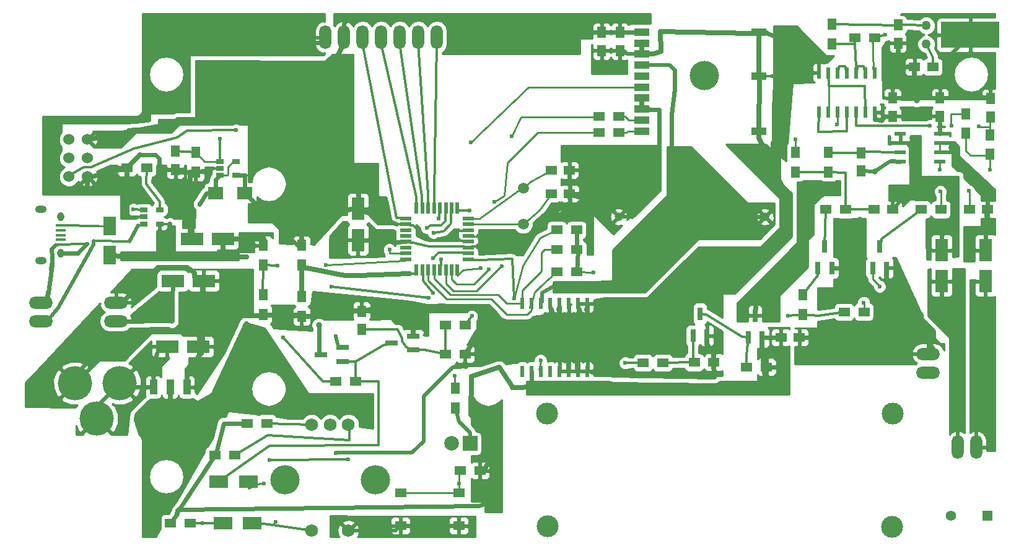
<source format=gbr>
G04 #@! TF.FileFunction,Copper,L1,Top,Signal*
%FSLAX46Y46*%
G04 Gerber Fmt 4.6, Leading zero omitted, Abs format (unit mm)*
G04 Created by KiCad (PCBNEW 4.0.2-stable) date 27/06/2016 23:08:48*
%MOMM*%
G01*
G04 APERTURE LIST*
%ADD10C,0.100000*%
%ADD11O,3.276600X1.638300*%
%ADD12O,1.638300X3.276600*%
%ADD13C,3.000000*%
%ADD14R,1.500000X1.250000*%
%ADD15R,1.250000X1.500000*%
%ADD16R,3.149600X1.800860*%
%ADD17R,1.800860X3.149600*%
%ADD18R,1.400000X1.400000*%
%ADD19C,1.400000*%
%ADD20R,2.000000X2.000000*%
%ADD21C,2.000000*%
%ADD22C,1.750000*%
%ADD23O,4.000000X4.000000*%
%ADD24R,1.600000X0.550000*%
%ADD25R,0.550000X1.600000*%
%ADD26R,1.350000X0.400000*%
%ADD27O,0.950000X1.250000*%
%ADD28O,1.550000X1.000000*%
%ADD29R,0.800100X1.800860*%
%ADD30R,1.800860X0.800100*%
%ADD31R,1.300000X1.500000*%
%ADD32R,1.500000X1.300000*%
%ADD33R,2.000000X1.700000*%
%ADD34R,0.600000X1.500000*%
%ADD35R,1.550000X0.600000*%
%ADD36R,1.060000X0.650000*%
%ADD37R,3.657600X2.032000*%
%ADD38R,1.016000X2.032000*%
%ADD39R,1.549400X1.297940*%
%ADD40C,1.501140*%
%ADD41R,2.000000X1.000000*%
%ADD42C,4.000000*%
%ADD43C,1.524000*%
%ADD44C,4.699000*%
%ADD45R,2.499360X1.800860*%
%ADD46C,1.155700*%
%ADD47R,1.800860X2.499360*%
%ADD48C,1.270000*%
%ADD49R,8.000000X3.600000*%
%ADD50C,0.800000*%
%ADD51C,0.600000*%
%ADD52C,0.600000*%
%ADD53C,0.300000*%
%ADD54C,0.500000*%
%ADD55C,0.250000*%
%ADD56C,0.700000*%
%ADD57C,0.254000*%
G04 APERTURE END LIST*
D10*
D11*
X97880000Y-100770000D03*
X97880000Y-98230000D03*
D12*
X151980000Y-61950000D03*
X149440000Y-61950000D03*
X146900000Y-61950000D03*
X144360000Y-61950000D03*
X141820000Y-61950000D03*
X139280000Y-61950000D03*
X136740000Y-61950000D03*
D11*
X219120000Y-107770000D03*
X219120000Y-105230000D03*
D13*
X167050000Y-113400000D03*
X167100000Y-128800000D03*
X214200000Y-128900000D03*
X214300000Y-113400000D03*
D14*
X219750000Y-66000000D03*
X217250000Y-66000000D03*
D15*
X215000000Y-60250000D03*
X215000000Y-62750000D03*
D14*
X211750000Y-85500000D03*
X214250000Y-85500000D03*
D16*
X119375980Y-104250000D03*
X115124020Y-104250000D03*
D15*
X210000000Y-77750000D03*
X210000000Y-80250000D03*
D17*
X220980000Y-91054020D03*
X220980000Y-95305980D03*
D16*
X118529120Y-89521900D03*
X122781080Y-89521900D03*
D14*
X224750000Y-85500000D03*
X227250000Y-85500000D03*
D18*
X227270000Y-127350000D03*
D19*
X222270000Y-127350000D03*
D15*
X227630000Y-72830000D03*
X227630000Y-70330000D03*
D17*
X226980000Y-91054020D03*
X226980000Y-95305980D03*
D16*
X120125980Y-95250000D03*
X115874020Y-95250000D03*
D17*
X141185000Y-89651880D03*
X141185000Y-85399920D03*
D15*
X141693700Y-101890000D03*
X141693700Y-99390000D03*
D14*
X170090000Y-80100000D03*
X167590000Y-80100000D03*
X167620000Y-83320000D03*
X170120000Y-83320000D03*
D20*
X156500000Y-117500000D03*
D21*
X153960000Y-117500000D03*
D22*
X139892900Y-114926300D03*
X134892900Y-114926300D03*
X137392900Y-114926300D03*
X134892900Y-129426300D03*
X139892900Y-129426300D03*
D23*
X131192900Y-122426300D03*
X143592900Y-122426300D03*
D24*
X156250000Y-92300000D03*
X156250000Y-91500000D03*
X156250000Y-90700000D03*
X156250000Y-89900000D03*
X156250000Y-89100000D03*
X156250000Y-88300000D03*
X156250000Y-87500000D03*
X156250000Y-86700000D03*
D25*
X154800000Y-85250000D03*
X154000000Y-85250000D03*
X153200000Y-85250000D03*
X152400000Y-85250000D03*
X151600000Y-85250000D03*
X150800000Y-85250000D03*
X150000000Y-85250000D03*
X149200000Y-85250000D03*
D24*
X147750000Y-86700000D03*
X147750000Y-87500000D03*
X147750000Y-88300000D03*
X147750000Y-89100000D03*
X147750000Y-89900000D03*
X147750000Y-90700000D03*
X147750000Y-91500000D03*
X147750000Y-92300000D03*
D25*
X149200000Y-93750000D03*
X150000000Y-93750000D03*
X150800000Y-93750000D03*
X151600000Y-93750000D03*
X152400000Y-93750000D03*
X153200000Y-93750000D03*
X154000000Y-93750000D03*
X154800000Y-93750000D03*
D26*
X100562540Y-87699100D03*
X100562540Y-88349100D03*
X100562540Y-88999100D03*
X100562540Y-89649100D03*
X100562540Y-90299100D03*
D27*
X100562540Y-86499100D03*
X100562540Y-91499100D03*
D28*
X97862540Y-85499100D03*
X97862540Y-92499100D03*
D29*
X204050000Y-93501140D03*
X205950000Y-93501140D03*
X205000000Y-90498860D03*
X211550000Y-93501140D03*
X213450000Y-93501140D03*
X212500000Y-90498860D03*
X194550000Y-103001140D03*
X196450000Y-103001140D03*
X195500000Y-99998860D03*
X186990100Y-102749540D03*
X188890100Y-102749540D03*
X187940100Y-99747260D03*
D30*
X139135240Y-106273200D03*
X139135240Y-104373200D03*
X136132960Y-105323200D03*
X148751140Y-104700000D03*
X148751140Y-102800000D03*
X145748860Y-103750000D03*
D31*
X205500000Y-77650000D03*
X205500000Y-80350000D03*
D32*
X209150000Y-62000000D03*
X211850000Y-62000000D03*
D31*
X206000000Y-62850000D03*
X206000000Y-60150000D03*
X227540000Y-75260000D03*
X227540000Y-77960000D03*
X154540000Y-109910000D03*
X154540000Y-112610000D03*
X201000000Y-80350000D03*
X201000000Y-77650000D03*
X224270000Y-75080000D03*
X224270000Y-72380000D03*
D32*
X205150000Y-85500000D03*
X207850000Y-85500000D03*
X218150000Y-85500000D03*
X220850000Y-85500000D03*
X112319500Y-79762100D03*
X109619500Y-79762100D03*
X194330000Y-107020000D03*
X197030000Y-107020000D03*
D31*
X202000000Y-99850000D03*
X202000000Y-97150000D03*
D32*
X207650000Y-99500000D03*
X210350000Y-99500000D03*
X187150000Y-106394600D03*
X189850000Y-106394600D03*
X124330000Y-119100000D03*
X121630000Y-119100000D03*
X128760000Y-114720000D03*
X126060000Y-114720000D03*
X118270000Y-128400000D03*
X115570000Y-128400000D03*
X180150000Y-106450000D03*
X182850000Y-106450000D03*
X140850000Y-109000000D03*
X138150000Y-109000000D03*
X153150000Y-105250000D03*
X155850000Y-105250000D03*
D31*
X128250000Y-90400000D03*
X128250000Y-93100000D03*
X128250000Y-97150000D03*
X128250000Y-99850000D03*
X133500000Y-90400000D03*
X133500000Y-93100000D03*
X133500000Y-97400000D03*
X133500000Y-100100000D03*
X119000000Y-77650000D03*
X119000000Y-80350000D03*
D32*
X155871000Y-101297700D03*
X153171000Y-101297700D03*
D33*
X125750000Y-83250000D03*
X121750000Y-83250000D03*
D32*
X176850000Y-75000000D03*
X174150000Y-75000000D03*
X171060000Y-93980000D03*
X168360000Y-93980000D03*
X171100000Y-90990000D03*
X168400000Y-90990000D03*
X171060000Y-88290000D03*
X168360000Y-88290000D03*
X157860000Y-121200000D03*
X155160000Y-121200000D03*
D34*
X211810000Y-66800000D03*
X210540000Y-66800000D03*
X209270000Y-66800000D03*
X208000000Y-66800000D03*
X206730000Y-66800000D03*
X205460000Y-66800000D03*
X204190000Y-66800000D03*
X204190000Y-72200000D03*
X205460000Y-72200000D03*
X206730000Y-72200000D03*
X208000000Y-72200000D03*
X209270000Y-72200000D03*
X210540000Y-72200000D03*
X211810000Y-72200000D03*
D35*
X215300000Y-75095000D03*
X215300000Y-76365000D03*
X215300000Y-77635000D03*
X215300000Y-78905000D03*
X220700000Y-78905000D03*
X220700000Y-77635000D03*
X220700000Y-76365000D03*
X220700000Y-75095000D03*
D36*
X122344500Y-78906800D03*
X122344500Y-79856800D03*
X122344500Y-80806800D03*
X124544500Y-80806800D03*
X124544500Y-78906800D03*
D34*
X163655000Y-107630000D03*
X164925000Y-107630000D03*
X166195000Y-107630000D03*
X167465000Y-107630000D03*
X168735000Y-107630000D03*
X170005000Y-107630000D03*
X171275000Y-107630000D03*
X172545000Y-107630000D03*
X172545000Y-98330000D03*
X171275000Y-98330000D03*
X170005000Y-98330000D03*
X168735000Y-98330000D03*
X167465000Y-98330000D03*
X166195000Y-98330000D03*
X164925000Y-98330000D03*
X163655000Y-98330000D03*
D36*
X111900000Y-85550000D03*
X111900000Y-86500000D03*
X111900000Y-87450000D03*
X114100000Y-87450000D03*
X114100000Y-85550000D03*
D37*
X115521500Y-116386100D03*
D38*
X115521500Y-109782100D03*
X113235500Y-109782100D03*
X117807500Y-109782100D03*
D15*
X116250000Y-77500000D03*
X116250000Y-80000000D03*
D32*
X176850000Y-72750000D03*
X174150000Y-72750000D03*
D39*
X154972560Y-128747900D03*
X147027440Y-128747900D03*
X154972560Y-124252100D03*
X147027440Y-124252100D03*
D40*
X163780000Y-82599060D03*
X163780000Y-87480940D03*
D15*
X174500000Y-61250000D03*
X174500000Y-63750000D03*
X177000000Y-61250000D03*
X177000000Y-63750000D03*
X214250000Y-72750000D03*
X214250000Y-70250000D03*
D14*
X199000000Y-103000000D03*
X201500000Y-103000000D03*
D15*
X220750000Y-72750000D03*
X220750000Y-70250000D03*
D41*
X196000000Y-61250000D03*
X180000000Y-61250000D03*
X180000000Y-62750000D03*
X180000000Y-64250000D03*
X180000000Y-65750000D03*
X196000000Y-67250000D03*
X180000000Y-67250000D03*
X180000000Y-68750000D03*
X180000000Y-70250000D03*
X180000000Y-71750000D03*
X180000000Y-73250000D03*
X196000000Y-74750000D03*
X180000000Y-74750000D03*
D42*
X188500000Y-67150000D03*
D43*
X101700000Y-75931800D03*
X104240000Y-75931800D03*
X101700000Y-78471800D03*
X104240000Y-78471800D03*
X101700000Y-81011800D03*
X104240000Y-81011800D03*
D12*
X223170000Y-118000000D03*
X225710000Y-118000000D03*
D44*
X108598800Y-109250000D03*
X105500000Y-114048060D03*
X102500260Y-109250000D03*
D11*
X108120000Y-100770000D03*
X108120000Y-98230000D03*
D45*
X126188980Y-122710000D03*
X122191020Y-122710000D03*
X126718980Y-128360000D03*
X122721020Y-128360000D03*
D46*
X196848880Y-86500000D03*
X176851460Y-86500000D03*
D47*
X107250000Y-91748980D03*
X107250000Y-87751020D03*
D48*
X218880000Y-62880000D03*
X218880000Y-60340000D03*
D49*
X224880000Y-61610000D03*
D50*
X115744500Y-100731900D03*
D51*
X131000000Y-103000000D03*
X138143900Y-102789400D03*
X138140000Y-118810000D03*
D50*
X211823900Y-80265800D03*
X217550000Y-70570000D03*
X209760000Y-86910000D03*
D51*
X104212900Y-90202600D03*
X182598600Y-63850800D03*
X182354200Y-71829900D03*
D50*
X205500000Y-64820000D03*
D51*
X213240000Y-61610000D03*
X143082400Y-115091100D03*
X126000000Y-92000000D03*
X125976400Y-101100300D03*
X220800000Y-83030000D03*
X227540000Y-80080000D03*
X224670000Y-82930000D03*
X226060000Y-74100000D03*
X220700000Y-80020000D03*
D50*
X199110000Y-106980000D03*
X154624600Y-88529500D03*
D51*
X173350000Y-94080000D03*
X155000000Y-123000000D03*
X152598100Y-92348500D03*
X124530400Y-74633700D03*
X128340000Y-122960000D03*
X129930000Y-128180000D03*
X139840000Y-119670000D03*
X151467500Y-92145800D03*
X129110000Y-119780000D03*
X119970000Y-128380000D03*
X151524500Y-88641600D03*
X150588300Y-88002200D03*
X166150000Y-106120000D03*
X162580000Y-97680000D03*
X156459300Y-85625000D03*
X200000000Y-100000000D03*
X152182900Y-86716700D03*
X156774700Y-100047500D03*
X130189100Y-93192300D03*
X136810000Y-93070000D03*
X145500000Y-91000000D03*
X122331200Y-75807800D03*
X151440000Y-96860000D03*
X177740000Y-106490000D03*
X212510000Y-96030000D03*
X210330000Y-98210000D03*
D50*
X212750000Y-73250000D03*
X206620000Y-82170000D03*
D51*
X201000000Y-75900000D03*
X206640000Y-73880000D03*
X219400000Y-74024709D03*
X222310000Y-74050000D03*
X150850000Y-97580000D03*
X154450000Y-108240000D03*
X137549600Y-96015200D03*
X110500000Y-85500000D03*
D50*
X135852000Y-101307300D03*
D51*
X119500000Y-84750000D03*
X162230000Y-75480000D03*
X160820000Y-93270000D03*
X159820000Y-84440000D03*
X159110000Y-93650000D03*
X157980000Y-93510000D03*
X156590000Y-76280000D03*
D52*
X115754300Y-100722700D02*
X108120000Y-100770000D01*
X115754300Y-100722700D02*
X115874000Y-95250000D01*
D53*
X138384800Y-104123100D02*
X139135200Y-104373200D01*
X138384800Y-103911000D02*
X138384800Y-104123100D01*
D54*
X138143900Y-102789400D02*
X138384800Y-103911000D01*
D53*
X115744500Y-100731900D02*
X115754300Y-100722700D01*
X98699200Y-100770000D02*
X97880000Y-100770000D01*
D54*
X100221200Y-98927000D02*
X98699200Y-100770000D01*
X105070000Y-90260000D02*
X100221200Y-98927000D01*
X105100000Y-89790000D02*
X105070000Y-90260000D01*
D53*
X109950000Y-89860000D02*
X105100000Y-89790000D01*
D54*
X111152900Y-87675800D02*
X109950000Y-89860000D01*
D53*
X111365000Y-87675800D02*
X111152900Y-87675800D01*
X111900000Y-87450000D02*
X111365000Y-87675800D01*
X136369300Y-108984600D02*
X131000000Y-103000000D01*
X138150000Y-109000000D02*
X136369300Y-108984600D01*
D52*
X205950000Y-93501140D02*
X207611140Y-93501140D01*
X207611140Y-93501140D02*
X209144300Y-95034300D01*
X209760000Y-86910000D02*
X209144300Y-95034300D01*
X215070000Y-99440000D02*
X215070000Y-99176889D01*
X214806889Y-99176889D02*
X215070000Y-99440000D01*
X214800000Y-99170000D02*
X214806889Y-99176889D01*
X213280000Y-99170000D02*
X214800000Y-99170000D01*
X209144300Y-95034300D02*
X213280000Y-99170000D01*
X119975500Y-102200000D02*
X112610000Y-102200000D01*
X105780000Y-104800000D02*
X102500260Y-108079740D01*
X110010000Y-104800000D02*
X105780000Y-104800000D01*
X112610000Y-102200000D02*
X110010000Y-104800000D01*
X102500260Y-108079740D02*
X102500260Y-109250000D01*
X223500000Y-69810000D02*
X225130000Y-69810000D01*
X225130000Y-69810000D02*
X227630000Y-70330000D01*
X222342308Y-68321539D02*
X222342308Y-64147692D01*
X222342308Y-64147692D02*
X224880000Y-61610000D01*
X171063700Y-104128800D02*
X171063700Y-107418700D01*
D55*
X171063700Y-107418700D02*
X171275000Y-107630000D01*
D52*
X169900000Y-104663100D02*
X169900000Y-107525000D01*
D55*
X169900000Y-107525000D02*
X170005000Y-107630000D01*
D52*
X100562540Y-91499100D02*
X102916400Y-91499100D01*
D54*
X102916400Y-91499100D02*
X104212900Y-90202600D01*
X155850000Y-105250000D02*
X155850000Y-106390000D01*
D55*
X138180000Y-118770000D02*
X138140000Y-118810000D01*
D54*
X148620000Y-118770000D02*
X138180000Y-118770000D01*
X150150000Y-117240000D02*
X148620000Y-118770000D01*
X150150000Y-111030000D02*
X150150000Y-117240000D01*
X154170000Y-107010000D02*
X150150000Y-111030000D01*
X155230000Y-107010000D02*
X154170000Y-107010000D01*
X155850000Y-106390000D02*
X155230000Y-107010000D01*
D55*
X217540000Y-70250000D02*
X217540000Y-70240000D01*
X217560000Y-70240000D02*
X217540000Y-70240000D01*
X217570000Y-70250000D02*
X217560000Y-70240000D01*
X217570000Y-70550000D02*
X217570000Y-70250000D01*
X217550000Y-70570000D02*
X217570000Y-70550000D01*
D52*
X170120000Y-83320000D02*
X175571460Y-85220000D01*
X175571460Y-85220000D02*
X176851460Y-86500000D01*
D54*
X176851460Y-86500000D02*
X178650000Y-86500000D01*
D52*
X182354200Y-82795800D02*
X182354200Y-71829900D01*
X178650000Y-86500000D02*
X182354200Y-82795800D01*
X222310000Y-68280000D02*
X222342308Y-68321539D01*
X222342308Y-68321539D02*
X223500000Y-69810000D01*
D56*
X217279600Y-68194600D02*
X222310000Y-68280000D01*
D54*
X223500000Y-69810000D02*
X223060000Y-70250000D01*
D52*
X220750000Y-70250000D02*
X223060000Y-70250000D01*
D55*
X223060000Y-70250000D02*
X223070000Y-70250000D01*
D54*
X220750000Y-70250000D02*
X217540000Y-70250000D01*
X217540000Y-70250000D02*
X214250000Y-70250000D01*
D52*
X216148551Y-99176889D02*
X215070000Y-99176889D01*
X215070000Y-99176889D02*
X214693111Y-99176889D01*
X214693111Y-99176889D02*
X211760000Y-102110000D01*
X211760000Y-102110000D02*
X204780000Y-102110000D01*
X204780000Y-102110000D02*
X203890000Y-103000000D01*
X203890000Y-103000000D02*
X201500000Y-103000000D01*
D55*
X216221569Y-99283951D02*
X216256049Y-99283951D01*
X216330000Y-99210000D02*
X216330000Y-99442937D01*
X216256049Y-99283951D02*
X216330000Y-99210000D01*
D52*
X157800000Y-89400000D02*
X164980000Y-89000000D01*
X170160000Y-84700000D02*
X170120000Y-83320000D01*
X167610000Y-84920000D02*
X170160000Y-84700000D01*
X165580000Y-87830000D02*
X167610000Y-84920000D01*
X164980000Y-89000000D02*
X165580000Y-87830000D01*
D55*
X157800000Y-89935700D02*
X157800000Y-89400000D01*
D53*
X157050000Y-90575000D02*
X157277800Y-90575000D01*
X157277800Y-90575000D02*
X157600000Y-90252800D01*
X157600000Y-90252800D02*
X157800000Y-89935700D01*
D55*
X157625000Y-89225000D02*
X157050000Y-89225000D01*
X157800000Y-89400000D02*
X157625000Y-89225000D01*
X157050000Y-89225000D02*
X156250000Y-89100000D01*
D52*
X170090000Y-80100000D02*
X170210000Y-83230000D01*
D54*
X169088300Y-104750000D02*
X162420000Y-102340000D01*
D55*
X157750000Y-100500000D02*
X157902500Y-100500000D01*
X157847500Y-100402500D02*
X157750000Y-100500000D01*
X157902500Y-100402500D02*
X157847500Y-100402500D01*
D54*
X162420000Y-102340000D02*
X157902500Y-100402500D01*
X139892900Y-129426300D02*
X146349040Y-129426300D01*
D55*
X146349040Y-129426300D02*
X147027440Y-128747900D01*
D54*
X147027440Y-128747900D02*
X154972560Y-128747900D01*
X174500000Y-63750000D02*
X177500000Y-63750000D01*
X177500000Y-63750000D02*
X178000000Y-64250000D01*
X178000000Y-64250000D02*
X180000000Y-64250000D01*
D52*
X118289900Y-80344600D02*
X116594600Y-80344600D01*
D55*
X116594600Y-80344600D02*
X116250000Y-80000000D01*
D52*
X116250000Y-80000000D02*
X114750000Y-80000000D01*
D56*
X109619500Y-79762100D02*
X111381600Y-78000000D01*
D52*
X113500000Y-78000000D02*
X111381600Y-78000000D01*
X114000000Y-78500000D02*
X113500000Y-78000000D01*
X114000000Y-79250000D02*
X114000000Y-78500000D01*
X114750000Y-80000000D02*
X114000000Y-79250000D01*
X142666400Y-89726600D02*
X141185000Y-89651900D01*
X147750000Y-89900000D02*
X146363200Y-89912900D01*
X146363200Y-89912900D02*
X145760400Y-89882500D01*
X145760400Y-89882500D02*
X142666400Y-89726600D01*
D56*
X149731800Y-99103300D02*
X148675800Y-99117200D01*
X157902500Y-100500000D02*
X157902500Y-99580300D01*
X157902500Y-99580300D02*
X157101900Y-99006300D01*
X157101900Y-99006300D02*
X149731800Y-99103300D01*
X157902500Y-100514700D02*
X157902500Y-100500000D01*
X155850000Y-105250000D02*
X156744000Y-104019000D01*
X156744000Y-104019000D02*
X157039800Y-103611700D01*
X157039800Y-103611700D02*
X157627600Y-102802400D01*
X157627600Y-102802400D02*
X157902500Y-100514700D01*
X180650000Y-71829900D02*
X180000000Y-71750000D01*
X181000000Y-71829900D02*
X180650000Y-71829900D01*
D52*
X182354200Y-71829900D02*
X181000000Y-71829900D01*
D53*
X102437500Y-90232000D02*
X104212900Y-90202600D01*
D56*
X109619500Y-86500000D02*
X109619500Y-79762100D01*
D52*
X99362500Y-91991700D02*
X99279900Y-90845000D01*
X99362500Y-93006500D02*
X99362500Y-91991700D01*
D56*
X99264800Y-93776000D02*
X99362500Y-93006500D01*
D52*
X98877000Y-96829800D02*
X99264800Y-93776000D01*
D56*
X181617900Y-64170800D02*
X182598600Y-63850800D01*
X119975500Y-95800400D02*
X120126000Y-95250000D01*
X119975500Y-96150400D02*
X119975500Y-95800400D01*
X119975500Y-99999400D02*
X119975500Y-96150400D01*
X118901200Y-94699600D02*
X120126000Y-95250000D01*
X118901200Y-94349600D02*
X118901200Y-94699600D01*
X118901200Y-94204600D02*
X118901200Y-94349600D01*
X118696200Y-93999600D02*
X118901200Y-94204600D01*
X117842300Y-93399600D02*
X118696200Y-93999600D01*
X113905700Y-93399600D02*
X117842300Y-93399600D01*
X113099200Y-94184000D02*
X113905700Y-93399600D01*
D52*
X109943100Y-97253700D02*
X113099200Y-94184000D01*
D56*
X140487700Y-99341800D02*
X141693700Y-99390000D01*
X140416000Y-99338900D02*
X140487700Y-99341800D01*
X136587500Y-99921500D02*
X140416000Y-99338900D01*
X135316000Y-100115000D02*
X136587500Y-99921500D01*
X134926200Y-100111800D02*
X135316000Y-100115000D01*
X134731000Y-100110200D02*
X134926200Y-100111800D01*
X127600000Y-99999400D02*
X119975500Y-99999400D01*
D53*
X172395000Y-98930000D02*
X172545000Y-98330000D01*
X172395000Y-99080000D02*
X172395000Y-98930000D01*
D52*
X172795000Y-100662100D02*
X172395000Y-99080000D01*
D53*
X172725000Y-100760700D02*
X172795000Y-100662100D01*
X172358300Y-101135000D02*
X172725000Y-100760700D01*
X171425000Y-98930000D02*
X171275000Y-98330000D01*
X171425000Y-99080000D02*
X171425000Y-98930000D01*
D52*
X171825000Y-100662100D02*
X171425000Y-99080000D01*
D53*
X171895000Y-100760700D02*
X171825000Y-100662100D01*
X172261700Y-101135000D02*
X171895000Y-100760700D01*
X168548300Y-101135000D02*
X168500000Y-101184300D01*
X168451700Y-101135000D02*
X168500000Y-101184300D01*
X170051200Y-98930000D02*
X170005000Y-98330000D01*
X170051200Y-99080000D02*
X170051200Y-98930000D01*
X170386700Y-101181000D02*
X170051200Y-99080000D01*
D54*
X211823900Y-80265800D02*
X210000000Y-80250000D01*
X213860800Y-78977800D02*
X211823900Y-80265800D01*
D52*
X215300000Y-78905000D02*
X213989000Y-78896700D01*
D53*
X213989000Y-78896700D02*
X213860800Y-78977800D01*
X168688300Y-106880000D02*
X169088300Y-104750000D01*
X169088300Y-104750000D02*
X169088300Y-104663100D01*
D56*
X143243200Y-99117200D02*
X141693700Y-99390000D01*
X148675800Y-99117200D02*
X143243200Y-99117200D01*
X148675800Y-99117200D02*
X148751100Y-102800000D01*
X196017000Y-75723800D02*
X196000000Y-74750000D01*
X199979900Y-84022700D02*
X196017000Y-75723800D01*
X200070800Y-88157100D02*
X199979900Y-84022700D01*
X199944000Y-88463300D02*
X200070800Y-88157100D01*
X198971600Y-89435700D02*
X199944000Y-88463300D01*
X173526300Y-104138200D02*
X198971600Y-89435700D01*
X173526300Y-104138200D02*
X172306700Y-103411100D01*
X196650000Y-61336800D02*
X196000000Y-61250000D01*
X197000000Y-61336800D02*
X196650000Y-61336800D01*
D52*
X205500000Y-64820000D02*
X197000000Y-61336800D01*
D56*
X195350000Y-61400000D02*
X196000000Y-61250000D01*
X195000000Y-61400000D02*
X195350000Y-61400000D01*
X194855000Y-61400000D02*
X195000000Y-61400000D01*
X182598600Y-63850800D02*
X182560000Y-61170000D01*
X182560000Y-61170000D02*
X194855000Y-61400000D01*
D53*
X101403200Y-90249100D02*
X102437500Y-90232000D01*
X101237500Y-90249100D02*
X101403200Y-90249100D01*
X101087500Y-90249100D02*
X101237500Y-90249100D01*
X100562500Y-90299100D02*
X101087500Y-90249100D01*
D56*
X104240000Y-83000000D02*
X104240000Y-81011800D01*
X99172600Y-82985700D02*
X104240000Y-83000000D01*
X99172600Y-73500000D02*
X99172600Y-82985700D01*
X110000000Y-73500000D02*
X99172600Y-73500000D01*
X112000000Y-72650400D02*
X110000000Y-73500000D01*
X112600000Y-62470000D02*
X112000000Y-72650400D01*
D52*
X136760000Y-62680000D02*
X112600000Y-62470000D01*
D56*
X176140000Y-108010000D02*
X173526300Y-104138200D01*
X176020000Y-107940000D02*
X176140000Y-108010000D01*
X176020000Y-108166300D02*
X176020000Y-107940000D01*
X119975500Y-103349600D02*
X119975500Y-102200000D01*
X119975500Y-102200000D02*
X119975500Y-99999400D01*
X119975500Y-103699600D02*
X119975500Y-103349600D01*
X119376000Y-104250000D02*
X119975500Y-103699600D01*
X98699200Y-98230000D02*
X98877000Y-96829800D01*
X97880000Y-98230000D02*
X98699200Y-98230000D01*
X189919200Y-108374800D02*
X176020000Y-108166300D01*
X189850000Y-106394600D02*
X189919200Y-108374800D01*
X181548600Y-64193400D02*
X181617900Y-64170800D01*
X180000000Y-64250000D02*
X181548600Y-64193400D01*
D53*
X156900000Y-90575000D02*
X157050000Y-90575000D01*
X156250000Y-90700000D02*
X156900000Y-90575000D01*
D56*
X119756100Y-104800400D02*
X119376000Y-104250000D01*
X119756100Y-105150400D02*
X119756100Y-104800400D01*
X117881800Y-107404700D02*
X119756100Y-105150400D01*
X117807500Y-109782100D02*
X117881800Y-107404700D01*
X108939200Y-98230000D02*
X109943100Y-97253700D01*
X108120000Y-98230000D02*
X108939200Y-98230000D01*
X180000000Y-62900000D02*
X180000000Y-62750000D01*
X180000000Y-63250000D02*
X180000000Y-62900000D01*
X180000000Y-63750000D02*
X180000000Y-63250000D01*
X180000000Y-64100000D02*
X180000000Y-63750000D01*
X180000000Y-64250000D02*
X180000000Y-64100000D01*
D52*
X99825400Y-90349100D02*
X99279900Y-90845000D01*
D53*
X100037500Y-90349100D02*
X99825400Y-90349100D01*
X100562500Y-90299100D02*
X100037500Y-90349100D01*
D56*
X133500000Y-100100000D02*
X134731000Y-100110200D01*
X189829500Y-105155100D02*
X189850000Y-106394600D01*
X188905300Y-103936800D02*
X189829500Y-105155100D01*
X188890100Y-102749500D02*
X188905300Y-103936800D01*
D53*
X155600000Y-90575000D02*
X156250000Y-90700000D01*
X155450000Y-90575000D02*
X155600000Y-90575000D01*
X154910200Y-90575000D02*
X155450000Y-90575000D01*
X153228700Y-90541900D02*
X154910200Y-90575000D01*
X150875200Y-90541900D02*
X153228700Y-90541900D01*
X148715700Y-90025000D02*
X150875200Y-90541900D01*
X148550000Y-90025000D02*
X148715700Y-90025000D01*
X148400000Y-90025000D02*
X148550000Y-90025000D01*
X147750000Y-89900000D02*
X148400000Y-90025000D01*
D56*
X220120000Y-105000000D02*
X220050000Y-105190000D01*
D52*
X213423500Y-95181300D02*
X216148551Y-99176889D01*
D56*
X216148551Y-99176889D02*
X216330000Y-99442937D01*
X213450000Y-93501100D02*
X213423500Y-95181300D01*
D52*
X216221569Y-99283951D02*
X220120000Y-105000000D01*
D56*
X172306700Y-103411100D02*
X171063700Y-104128800D01*
D53*
X111365000Y-86483800D02*
X111900000Y-86500000D01*
X111215000Y-86483800D02*
X111365000Y-86483800D01*
X109619500Y-86500000D02*
X111215000Y-86483800D01*
D56*
X133200000Y-99975000D02*
X133500000Y-100100000D01*
X132850000Y-99975000D02*
X133200000Y-99975000D01*
X128900000Y-99975000D02*
X132850000Y-99975000D01*
X128550000Y-99975000D02*
X128900000Y-99975000D01*
X128250000Y-99850000D02*
X128550000Y-99975000D01*
X127950000Y-99999400D02*
X127600000Y-99999400D01*
X128250000Y-99850000D02*
X127950000Y-99999400D01*
D53*
X119271000Y-80368200D02*
X118289900Y-80344600D01*
D54*
X121518600Y-79864100D02*
X119271000Y-80368200D01*
D53*
X122344500Y-79856800D02*
X121518600Y-79864100D01*
X172310000Y-101184300D02*
X172358300Y-101135000D01*
X172310000Y-101184300D02*
X172261700Y-101135000D01*
X168915000Y-100760700D02*
X168548300Y-101135000D01*
X168985000Y-100662100D02*
X168915000Y-100760700D01*
D52*
X168585000Y-99080000D02*
X168985000Y-100662100D01*
D53*
X168585000Y-98930000D02*
X168585000Y-99080000D01*
X168735000Y-98330000D02*
X168585000Y-98930000D01*
D56*
X180000000Y-70400000D02*
X180000000Y-70250000D01*
X180000000Y-70750000D02*
X180000000Y-70400000D01*
X180000000Y-71250000D02*
X180000000Y-70750000D01*
X180000000Y-71600000D02*
X180000000Y-71250000D01*
X180000000Y-71750000D02*
X180000000Y-71600000D01*
D53*
X156900000Y-89225000D02*
X156250000Y-89100000D01*
X157050000Y-89225000D02*
X156900000Y-89225000D01*
X197664700Y-67260600D02*
X196000000Y-67250000D01*
D54*
X204190000Y-66800000D02*
X197664700Y-67260600D01*
D56*
X172306700Y-103411100D02*
X172310000Y-101184300D01*
X109219500Y-80062100D02*
X109619500Y-79762100D01*
X108869500Y-80062100D02*
X109219500Y-80062100D01*
X108724500Y-80062100D02*
X108869500Y-80062100D01*
X105010900Y-80983800D02*
X108724500Y-80062100D01*
X104240000Y-81011800D02*
X105010900Y-80983800D01*
X169088300Y-104663100D02*
X169900000Y-104663100D01*
X169900000Y-104663100D02*
X170000000Y-104663100D01*
X217242100Y-66084300D02*
X217279600Y-68194600D01*
X217250000Y-66000000D02*
X217242100Y-66084300D01*
D53*
X168085000Y-100760700D02*
X168451700Y-101135000D01*
X168015000Y-100662100D02*
X168085000Y-100760700D01*
D52*
X167615000Y-99080000D02*
X168015000Y-100662100D01*
D53*
X167615000Y-98930000D02*
X167615000Y-99080000D01*
X167465000Y-98330000D02*
X167615000Y-98930000D01*
D56*
X168500000Y-101184300D02*
X168500000Y-102367100D01*
D52*
X170000000Y-104663100D02*
X170386700Y-101181000D01*
D56*
X169088300Y-104663100D02*
X168500000Y-102367100D01*
X118282000Y-89519900D02*
X118279500Y-88040500D01*
X118529100Y-89521900D02*
X118282000Y-89519900D01*
X215057500Y-66042300D02*
X217250000Y-66000000D01*
X215000000Y-62750000D02*
X215057500Y-66042300D01*
D54*
X174270000Y-107980000D02*
X176020000Y-108166300D01*
X173360000Y-107900000D02*
X174270000Y-107980000D01*
D53*
X173210000Y-107900000D02*
X173360000Y-107900000D01*
X172545000Y-107630000D02*
X173210000Y-107900000D01*
D56*
X195961600Y-66355300D02*
X196000000Y-67250000D01*
X196000000Y-61250000D02*
X195961600Y-66355300D01*
X196072400Y-67408600D02*
X196000000Y-67250000D01*
X196000000Y-74750000D02*
X196072400Y-67408600D01*
X171063700Y-104128800D02*
X170000000Y-104663100D01*
D53*
X168688300Y-107030000D02*
X168688300Y-106880000D01*
X168735000Y-107630000D02*
X168688300Y-107030000D01*
D56*
X118279500Y-88040500D02*
X118272500Y-83999900D01*
X118281200Y-83499900D02*
X118272500Y-83999900D01*
X118281200Y-80744600D02*
X118281200Y-83499900D01*
X118287700Y-80446800D02*
X118281200Y-80744600D01*
X118289900Y-80344600D02*
X118287700Y-80446800D01*
D53*
X211586500Y-62500000D02*
X211850000Y-62000000D01*
X211586500Y-62650000D02*
X211586500Y-62500000D01*
D55*
X211586500Y-64531400D02*
X211586500Y-62650000D01*
X211660000Y-65987900D02*
X211586500Y-64531400D01*
D53*
X211660000Y-66050000D02*
X211660000Y-65987900D01*
X211660000Y-66200000D02*
X211660000Y-66050000D01*
X211810000Y-66800000D02*
X211660000Y-66200000D01*
X219804800Y-64697900D02*
X219750000Y-66000000D01*
X218880000Y-62880000D02*
X219804800Y-64697900D01*
X211850000Y-62000000D02*
X213240000Y-61610000D01*
X215141500Y-60286700D02*
X215000000Y-60250000D01*
X206000000Y-60150000D02*
X215141500Y-60286700D01*
X216149800Y-60202700D02*
X215000000Y-60250000D01*
X218880000Y-60340000D02*
X216149800Y-60202700D01*
X207850000Y-80500000D02*
X207850000Y-85500000D01*
X205500000Y-80350000D02*
X207850000Y-80500000D01*
X200998700Y-80361300D02*
X205500000Y-80350000D01*
X201000000Y-80350000D02*
X200998700Y-80361300D01*
X208125600Y-85493700D02*
X211750000Y-85500000D01*
X207850000Y-85500000D02*
X208125600Y-85493700D01*
D54*
X216800628Y-81710148D02*
X222569852Y-81710148D01*
X220980000Y-88840000D02*
X220980000Y-91054020D01*
X222500000Y-87320000D02*
X220980000Y-88840000D01*
X222500000Y-81780000D02*
X222500000Y-87320000D01*
X222569852Y-81710148D02*
X222500000Y-81780000D01*
X216725000Y-77065800D02*
X216800628Y-81710148D01*
X216800628Y-81710148D02*
X216817100Y-82721700D01*
X216297300Y-76397300D02*
X216725000Y-77065800D01*
D53*
X215300000Y-76365000D02*
X216297300Y-76397300D01*
X215330600Y-75011800D02*
X215300000Y-76365000D01*
X215300000Y-75095000D02*
X215330600Y-75011800D01*
X214195900Y-85503300D02*
X214250000Y-85500000D01*
D54*
X216817100Y-82721700D02*
X214195900Y-85503300D01*
D55*
X105500000Y-114048060D02*
X105500000Y-112348800D01*
D52*
X105500000Y-112348800D02*
X108066700Y-109782100D01*
X108066700Y-109782100D02*
X113235500Y-109782100D01*
X113225300Y-107460100D02*
X113699200Y-105212500D01*
D53*
X113699200Y-105000400D02*
X115124000Y-104250000D01*
X113699200Y-105150400D02*
X113699200Y-105000400D01*
X113699200Y-105212500D02*
X113699200Y-105150400D01*
D52*
X113235500Y-109782100D02*
X113225300Y-107460100D01*
D53*
X205551800Y-77719400D02*
X210000000Y-77750000D01*
X205500000Y-77650000D02*
X205551800Y-77719400D01*
X210042000Y-77608500D02*
X210000000Y-77750000D01*
X215300000Y-77635000D02*
X210042000Y-77608500D01*
D54*
X220980000Y-95305980D02*
X220980000Y-100350000D01*
X223170000Y-102540000D02*
X223170000Y-118000000D01*
X220980000Y-100350000D02*
X223170000Y-102540000D01*
D56*
X109320000Y-91890000D02*
X115500000Y-92000000D01*
X115521500Y-112500000D02*
X115521500Y-109782100D01*
X121853200Y-112500000D02*
X115521500Y-112500000D01*
X121870700Y-111903500D02*
X121853200Y-112500000D01*
X127019000Y-89520400D02*
X122781100Y-89521900D01*
X125976400Y-101100300D02*
X127150000Y-105920000D01*
X115500000Y-92000000D02*
X115500000Y-87500800D01*
X107230000Y-91790000D02*
X109320000Y-91890000D01*
X124470000Y-108740000D02*
X121870700Y-111903500D01*
X127150000Y-105920000D02*
X124470000Y-108740000D01*
X122781100Y-92000000D02*
X126000000Y-92000000D01*
X122781100Y-92000000D02*
X115500000Y-92000000D01*
X132050000Y-107580000D02*
X127150000Y-105920000D01*
X135149700Y-112920400D02*
X132050000Y-107580000D01*
X141524700Y-113031300D02*
X135149700Y-112920400D01*
X143082400Y-115091100D02*
X141524700Y-113031300D01*
X122781100Y-89521900D02*
X122781100Y-92000000D01*
D53*
X114100000Y-87450000D02*
X115500000Y-87500800D01*
D56*
X128319800Y-89519900D02*
X127019000Y-89520400D01*
X128271600Y-90412600D02*
X128319800Y-89519900D01*
X128250000Y-90400000D02*
X128271600Y-90412600D01*
X115434800Y-109740200D02*
X115521500Y-109782100D01*
D55*
X220850000Y-85500000D02*
X220850000Y-83080000D01*
X220850000Y-83080000D02*
X220800000Y-83030000D01*
X227540000Y-77960000D02*
X227540000Y-80080000D01*
X224750000Y-83010000D02*
X224750000Y-85500000D01*
X224670000Y-82930000D02*
X224750000Y-83010000D01*
X224270000Y-75080000D02*
X224270000Y-77460000D01*
X224940000Y-78130000D02*
X227370000Y-78130000D01*
X224270000Y-77460000D02*
X224940000Y-78130000D01*
X227370000Y-78130000D02*
X227540000Y-77960000D01*
D53*
X220850000Y-85500000D02*
X220898000Y-85519200D01*
D54*
X222830000Y-77760000D02*
X222830000Y-78880000D01*
X227250000Y-83300000D02*
X227250000Y-85500000D01*
X222830000Y-78880000D02*
X227250000Y-83300000D01*
X220700000Y-76365000D02*
X222685000Y-76365000D01*
X222830000Y-76510000D02*
X222830000Y-77760000D01*
X222685000Y-76365000D02*
X222830000Y-76510000D01*
X220700000Y-77635000D02*
X222705000Y-77635000D01*
X222705000Y-77635000D02*
X222830000Y-77760000D01*
D55*
X220700000Y-77635000D02*
X220700000Y-76365000D01*
X220700000Y-76365000D02*
X220795000Y-76460000D01*
D53*
X227125000Y-85975000D02*
X227250000Y-85500000D01*
X227125000Y-86125000D02*
X227125000Y-85975000D01*
D54*
X227105000Y-89629200D02*
X227105000Y-85305000D01*
D53*
X226980000Y-91054000D02*
X227105000Y-89629200D01*
D55*
X219120000Y-107770000D02*
X220480000Y-107770000D01*
X226200000Y-74240000D02*
X227540000Y-74240000D01*
X226060000Y-74100000D02*
X226200000Y-74240000D01*
X220700000Y-78905000D02*
X220700000Y-80020000D01*
X227540000Y-74240000D02*
X227540000Y-72920000D01*
X227540000Y-75260000D02*
X227540000Y-74240000D01*
X227540000Y-72920000D02*
X227630000Y-72830000D01*
D54*
X226980000Y-95305980D02*
X226980000Y-100950000D01*
X225710000Y-102220000D02*
X225710000Y-118000000D01*
X226980000Y-100950000D02*
X225710000Y-102220000D01*
D52*
X197030000Y-107020000D02*
X199070000Y-107020000D01*
X199070000Y-107020000D02*
X199110000Y-106980000D01*
X139280000Y-61950000D02*
X139280000Y-60020000D01*
X172770000Y-61250000D02*
X174500000Y-61250000D01*
X170420000Y-58900000D02*
X172770000Y-61250000D01*
X140400000Y-58900000D02*
X170420000Y-58900000D01*
X139280000Y-60020000D02*
X140400000Y-58900000D01*
X115585500Y-73824000D02*
X115756000Y-73824000D01*
D56*
X104240000Y-75931800D02*
X105583000Y-75682300D01*
X105583000Y-75682300D02*
X108986400Y-75050000D01*
X108986400Y-75050000D02*
X111348600Y-74611100D01*
X111348600Y-74611100D02*
X112564800Y-74385200D01*
X112564800Y-74385200D02*
X115585500Y-73824000D01*
D52*
X116450100Y-73129900D02*
X126117400Y-73129900D01*
X115756000Y-73824000D02*
X116450100Y-73129900D01*
X164925000Y-107630000D02*
X164925000Y-109175000D01*
D55*
X165410342Y-109730342D02*
X165410246Y-109730246D01*
X165480342Y-109730342D02*
X165410342Y-109730342D01*
X164925000Y-109175000D02*
X165480342Y-109730342D01*
D52*
X137650000Y-65940000D02*
X126117400Y-73129900D01*
D56*
X139290000Y-62800000D02*
X137650000Y-65940000D01*
X126117400Y-73129900D02*
X141285100Y-82973000D01*
D55*
X121630000Y-119100000D02*
X121780000Y-119100000D01*
D52*
X121780000Y-119100000D02*
X122830000Y-114720000D01*
X122830000Y-114720000D02*
X126060000Y-114720000D01*
X159820000Y-116170000D02*
X159980000Y-125280000D01*
D55*
X116724196Y-126530000D02*
X116724196Y-126530001D01*
D52*
X157610000Y-126010000D02*
X116724196Y-126530000D01*
X159980000Y-125280000D02*
X157610000Y-126010000D01*
X124544500Y-80806800D02*
X125796800Y-80806800D01*
X125750000Y-80853600D02*
X125750000Y-83250000D01*
D55*
X125796800Y-80806800D02*
X125750000Y-80853600D01*
D52*
X125750000Y-83250000D02*
X132900000Y-90400000D01*
D55*
X132900000Y-90400000D02*
X133500000Y-90400000D01*
D52*
X196450000Y-103001140D02*
X198998860Y-103001140D01*
D55*
X198998860Y-103001140D02*
X199000000Y-103000000D01*
X173350000Y-94080000D02*
X171060000Y-93980000D01*
D52*
X171060000Y-88290000D02*
X171060000Y-90950000D01*
D55*
X171060000Y-90950000D02*
X171260000Y-91150000D01*
D52*
X171260000Y-91150000D02*
X171060000Y-93980000D01*
X180000000Y-61250000D02*
X177000000Y-61250000D01*
X177000000Y-61250000D02*
X174500000Y-61250000D01*
X143172100Y-86183900D02*
X141185000Y-85399900D01*
D53*
X147750000Y-87500000D02*
X146490600Y-87493200D01*
D52*
X146490600Y-87493200D02*
X143172100Y-86183900D01*
D56*
X156670000Y-108310000D02*
X156630000Y-113600000D01*
X156630000Y-113600000D02*
X159820000Y-116170000D01*
X162330000Y-109860000D02*
X165410246Y-109730246D01*
X162330000Y-109860000D02*
X162394900Y-109824600D01*
X162394900Y-109824600D02*
X160540000Y-107070000D01*
X160540000Y-107070000D02*
X156670000Y-108310000D01*
X159820000Y-116170000D02*
X159819812Y-116189448D01*
D52*
X197000000Y-109690000D02*
X197030000Y-107020000D01*
D56*
X165410246Y-109730246D02*
X193243800Y-109768400D01*
D52*
X193243800Y-109768400D02*
X197000000Y-109690000D01*
D56*
X159760000Y-118800000D02*
X159819812Y-116189448D01*
X116580000Y-126700000D02*
X116724196Y-126530001D01*
D52*
X115570000Y-128400000D02*
X116490000Y-127120000D01*
D56*
X116490000Y-127120000D02*
X116580000Y-126700000D01*
D52*
X116724196Y-126530001D02*
X121630000Y-119100000D01*
D56*
X196446500Y-104482500D02*
X196450000Y-103001100D01*
X196446400Y-104503900D02*
X196446500Y-104482500D01*
X196782500Y-107465700D02*
X196446400Y-104503900D01*
X196794700Y-107769000D02*
X196782500Y-107465700D01*
X139703600Y-85504200D02*
X141185000Y-85399900D01*
X133500000Y-85941200D02*
X139703600Y-85504200D01*
X133500000Y-90300000D02*
X133500000Y-85941200D01*
X158590000Y-120940000D02*
X159760000Y-118800000D01*
D53*
X155600000Y-88425000D02*
X156250000Y-88300000D01*
X155450000Y-88425000D02*
X155600000Y-88425000D01*
X155222200Y-88425000D02*
X155450000Y-88425000D01*
X154624600Y-88529500D02*
X155222200Y-88425000D01*
D56*
X139280000Y-61950000D02*
X139290000Y-62800000D01*
X196813400Y-108232000D02*
X196794700Y-107769000D01*
X197030000Y-107020000D02*
X196813400Y-108232000D01*
X141285100Y-82973000D02*
X141185000Y-85399900D01*
D53*
X153492200Y-89155100D02*
X154624600Y-88529500D01*
X152981300Y-89366700D02*
X153492200Y-89155100D01*
X151949200Y-89666800D02*
X152981300Y-89366700D01*
X151099800Y-89666800D02*
X151949200Y-89666800D01*
X150153400Y-89052200D02*
X151099800Y-89666800D01*
X148715700Y-87625000D02*
X150153400Y-89052200D01*
X148550000Y-87625000D02*
X148715700Y-87625000D01*
X148400000Y-87625000D02*
X148550000Y-87625000D01*
X147750000Y-87500000D02*
X148400000Y-87625000D01*
X154700000Y-89135700D02*
X154624600Y-88529500D01*
X154900000Y-89452800D02*
X154700000Y-89135700D01*
X155222200Y-89775000D02*
X154900000Y-89452800D01*
X155450000Y-89775000D02*
X155222200Y-89775000D01*
X155600000Y-89775000D02*
X155450000Y-89775000D01*
X156250000Y-89900000D02*
X155600000Y-89775000D01*
D56*
X133500000Y-90400000D02*
X133500000Y-90300000D01*
D53*
X150275600Y-104693000D02*
X148751100Y-104700000D01*
X153150000Y-105250000D02*
X150275600Y-104693000D01*
X153174400Y-104945000D02*
X153150000Y-105250000D01*
X153171000Y-101297700D02*
X153174400Y-104945000D01*
X146662600Y-101878200D02*
X141693700Y-101890000D01*
X147214200Y-103115900D02*
X146662600Y-101878200D01*
X147214200Y-103463700D02*
X147214200Y-103115900D01*
X147838900Y-104314900D02*
X147214200Y-103463700D01*
X148751100Y-104700000D02*
X147838900Y-104314900D01*
D55*
X156250000Y-86700000D02*
X157780000Y-86700000D01*
X157780000Y-86700000D02*
X163600940Y-82599060D01*
X163600940Y-82599060D02*
X163780000Y-82599060D01*
X163780000Y-82599060D02*
X164850940Y-81670000D01*
X164850940Y-81670000D02*
X167590000Y-80100000D01*
X167620000Y-83320000D02*
X166300000Y-85220000D01*
X165899060Y-85620940D02*
X163780000Y-87480940D01*
X166300000Y-85220000D02*
X165899060Y-85620940D01*
X163780000Y-87480940D02*
X162040940Y-87500000D01*
X162040940Y-87500000D02*
X156250000Y-87500000D01*
D53*
X144360000Y-62769200D02*
X144360000Y-61950000D01*
X149165100Y-83768000D02*
X144360000Y-62769200D01*
X149200000Y-85250000D02*
X149165100Y-83768000D01*
X141820000Y-62769200D02*
X141820000Y-61950000D01*
X146490600Y-86665400D02*
X141820000Y-62769200D01*
X147750000Y-86700000D02*
X146490600Y-86665400D01*
X146900000Y-62769200D02*
X146900000Y-61950000D01*
X149929200Y-83640700D02*
X146900000Y-62769200D01*
X150000000Y-85250000D02*
X149929200Y-83640700D01*
D55*
X154972560Y-124252100D02*
X154972560Y-123027440D01*
X154972560Y-123027440D02*
X155000000Y-123000000D01*
X147027440Y-124252100D02*
X154972560Y-124252100D01*
X154972560Y-124252100D02*
X154974660Y-124250000D01*
X154974660Y-124250000D02*
X155010000Y-122970000D01*
X155010000Y-122970000D02*
X154990000Y-122240000D01*
X154990000Y-122240000D02*
X155030000Y-121040000D01*
D53*
X152525000Y-92950000D02*
X152525000Y-92722200D01*
X152525000Y-92722200D02*
X152598100Y-92348500D01*
X101641600Y-80870700D02*
X103699600Y-79724200D01*
X103699600Y-79724200D02*
X103711600Y-79719200D01*
X103711600Y-79719200D02*
X104756700Y-79719200D01*
X104756700Y-79719200D02*
X110600100Y-77182400D01*
X110600100Y-77182400D02*
X110890500Y-77062100D01*
X110890500Y-77062100D02*
X116522400Y-75670000D01*
X116522400Y-75670000D02*
X117854100Y-74725900D01*
X117854100Y-74725900D02*
X124530400Y-74633700D01*
X152525000Y-93100000D02*
X152525000Y-92950000D01*
X152400000Y-93750000D02*
X152525000Y-93100000D01*
X101558900Y-80953400D02*
X101641600Y-80870700D01*
X101558900Y-81070200D02*
X101558900Y-80953400D01*
X101641600Y-81152900D02*
X101558900Y-81070200D01*
X101683900Y-81152900D02*
X101641600Y-81152900D01*
D55*
X105720000Y-87750000D02*
X107390000Y-87740000D01*
D53*
X100562500Y-87699100D02*
X105720000Y-87750000D01*
D54*
X156500000Y-116000000D02*
X156500000Y-117500000D01*
X155000000Y-114500000D02*
X156500000Y-116000000D01*
X154540000Y-112610000D02*
X155000000Y-114500000D01*
D55*
X126188980Y-122710000D02*
X126188980Y-123608980D01*
X126188980Y-123608980D02*
X127720000Y-122960000D01*
X127720000Y-122960000D02*
X128340000Y-122960000D01*
X129930000Y-128180000D02*
X129641998Y-128468002D01*
X129641998Y-128468002D02*
X129641998Y-128656377D01*
D53*
X127620700Y-128360000D02*
X127713400Y-128226500D01*
X134892900Y-129426300D02*
X129641998Y-128656377D01*
X129641998Y-128656377D02*
X127620700Y-128360000D01*
X140863200Y-106301400D02*
X140850000Y-109000000D01*
X144786400Y-104000100D02*
X140863200Y-106301400D01*
X144848500Y-104000100D02*
X144786400Y-104000100D01*
X144998500Y-104000100D02*
X144848500Y-104000100D01*
X145748900Y-103750000D02*
X144998500Y-104000100D01*
X129110000Y-117840000D02*
X121639300Y-123010000D01*
X144000000Y-117729300D02*
X129110000Y-117840000D01*
X144000000Y-109000000D02*
X144000000Y-117729300D01*
X140850000Y-109000000D02*
X144000000Y-109000000D01*
X140035600Y-106301400D02*
X140863200Y-106301400D01*
X139885600Y-106301400D02*
X140035600Y-106301400D01*
X139135200Y-106273200D02*
X139885600Y-106301400D01*
X119970000Y-128380000D02*
X118270000Y-128400000D01*
X119970000Y-128380000D02*
X121819300Y-128360000D01*
X152212300Y-91417100D02*
X151467500Y-92145800D01*
X155450000Y-91417100D02*
X152212300Y-91417100D01*
X155600000Y-91417100D02*
X155450000Y-91417100D01*
X156250000Y-91500000D02*
X155600000Y-91417100D01*
X139840000Y-119670000D02*
X129110000Y-119780000D01*
X121780300Y-128347900D02*
X121819300Y-128360000D01*
X140000000Y-114926300D02*
X139892900Y-114926300D01*
X140000000Y-117000000D02*
X140000000Y-114926300D01*
X128890000Y-116330000D02*
X140000000Y-117000000D01*
X126630000Y-117730000D02*
X128890000Y-116330000D01*
X124330000Y-119100000D02*
X126630000Y-117730000D01*
X152802300Y-88466700D02*
X151524500Y-88641600D01*
X152982400Y-88392100D02*
X152802300Y-88466700D01*
X153858300Y-87516200D02*
X152982400Y-88392100D01*
X153932900Y-87336100D02*
X153858300Y-87516200D01*
X153932900Y-86097300D02*
X153932900Y-87336100D01*
X153875000Y-86050000D02*
X153932900Y-86097300D01*
X153875000Y-85900000D02*
X153875000Y-86050000D01*
X154000000Y-85250000D02*
X153875000Y-85900000D01*
X151131000Y-87691600D02*
X150588300Y-88002200D01*
X152576400Y-87666700D02*
X151131000Y-87691600D01*
X153132900Y-87110200D02*
X152576400Y-87666700D01*
X153132900Y-86050000D02*
X153132900Y-87110200D01*
X153132900Y-85900000D02*
X153132900Y-86050000D01*
X153200000Y-85250000D02*
X153132900Y-85900000D01*
X128760000Y-114720000D02*
X134892900Y-114926300D01*
D55*
X166060000Y-107495000D02*
X166150000Y-106120000D01*
X166060000Y-107495000D02*
X166195000Y-107630000D01*
X162580000Y-97680000D02*
X163740000Y-93190000D01*
X163740000Y-93190000D02*
X166100000Y-89330000D01*
X166100000Y-89330000D02*
X168360000Y-88290000D01*
D53*
X162300000Y-92200000D02*
X162580000Y-97680000D01*
X156250000Y-92300000D02*
X157590000Y-92405000D01*
X157590000Y-92405000D02*
X157740000Y-92405000D01*
X157740000Y-92405000D02*
X162300000Y-92200000D01*
X166105000Y-107537900D02*
X166035000Y-107289300D01*
X204134200Y-99992000D02*
X202000000Y-99850000D01*
X207650000Y-99500000D02*
X204134200Y-99992000D01*
X202000000Y-99850000D02*
X200000000Y-100000000D01*
X154925000Y-85625000D02*
X154800000Y-85250000D01*
X155075000Y-85625000D02*
X154925000Y-85625000D01*
X156459300Y-85625000D02*
X155075000Y-85625000D01*
X155821100Y-101332000D02*
X156774700Y-100047500D01*
X155871000Y-101297700D02*
X155821100Y-101332000D01*
X152275000Y-85900000D02*
X152400000Y-85250000D01*
X152275000Y-86050000D02*
X152275000Y-85900000D01*
X152275000Y-86277800D02*
X152275000Y-86050000D01*
X152182900Y-86716700D02*
X152275000Y-86277800D01*
X151584800Y-83354100D02*
X151600000Y-85250000D01*
X151980000Y-62769200D02*
X151584800Y-83354100D01*
X151980000Y-61950000D02*
X151980000Y-62769200D01*
X150788800Y-83386000D02*
X150800000Y-85250000D01*
X149440000Y-62769200D02*
X150788800Y-83386000D01*
X149440000Y-61950000D02*
X149440000Y-62769200D01*
D55*
X147585000Y-92465000D02*
X136810000Y-93070000D01*
D53*
X130189100Y-93192300D02*
X128250000Y-93100000D01*
D55*
X147585000Y-92465000D02*
X147750000Y-92300000D01*
D53*
X128151400Y-97013000D02*
X128250000Y-97150000D01*
X128250000Y-93100000D02*
X128151400Y-97013000D01*
D55*
X122344500Y-78906800D02*
X120256800Y-78906800D01*
X120256800Y-78906800D02*
X119000000Y-77650000D01*
X145500000Y-91000000D02*
X145500000Y-91500000D01*
D53*
X122344500Y-78906800D02*
X122331200Y-75807800D01*
D55*
X145500000Y-91500000D02*
X147750000Y-91500000D01*
D53*
X116250000Y-77500000D02*
X119000000Y-77650000D01*
X148925000Y-94235300D02*
X148274900Y-94235300D01*
X149075000Y-94235300D02*
X148925000Y-94235300D01*
X149200000Y-93750000D02*
X149075000Y-94235300D01*
D56*
X148274900Y-94235300D02*
X141198400Y-94518000D01*
X141198400Y-94518000D02*
X139561800Y-94518000D01*
X139561800Y-94518000D02*
X138950300Y-94471000D01*
X138950300Y-94471000D02*
X134295000Y-93500000D01*
X133500000Y-93500000D02*
X133500000Y-93100000D01*
X133500000Y-93850000D02*
X133500000Y-93500000D01*
X133500000Y-96650000D02*
X133500000Y-93850000D01*
X133500000Y-97000000D02*
X133500000Y-96650000D01*
X133500000Y-97400000D02*
X133500000Y-97000000D01*
X133800000Y-93500000D02*
X133500000Y-93100000D01*
X134150000Y-93500000D02*
X133800000Y-93500000D01*
X134295000Y-93500000D02*
X134150000Y-93500000D01*
D53*
X150125000Y-94400000D02*
X150000000Y-93750000D01*
X150125000Y-94550000D02*
X150125000Y-94400000D01*
X150125000Y-95219100D02*
X150125000Y-94550000D01*
X150237700Y-95491100D02*
X150125000Y-95219100D01*
X151440000Y-96860000D02*
X150237700Y-95491100D01*
X180150000Y-106450000D02*
X177740000Y-106490000D01*
D55*
X150800000Y-93750000D02*
X150800000Y-95230000D01*
X164925000Y-99275000D02*
X164925000Y-98330000D01*
X164330000Y-99870000D02*
X164925000Y-99275000D01*
X161520000Y-99870000D02*
X164330000Y-99870000D01*
X159410000Y-97760000D02*
X161520000Y-99870000D01*
X153330000Y-97760000D02*
X159410000Y-97760000D01*
X150800000Y-95230000D02*
X153330000Y-97760000D01*
X164925000Y-98330000D02*
X165325000Y-96835000D01*
X166130000Y-96030000D02*
X168340000Y-94000000D01*
X165325000Y-96835000D02*
X166130000Y-96030000D01*
X168340000Y-94000000D02*
X168360000Y-93980000D01*
D53*
X164925000Y-98330000D02*
X164775000Y-98930000D01*
D55*
X151600000Y-93750000D02*
X151600000Y-94920000D01*
X161500000Y-98330000D02*
X163655000Y-98330000D01*
X160340000Y-97170000D02*
X161500000Y-98330000D01*
X153850000Y-97170000D02*
X160340000Y-97170000D01*
X151600000Y-94920000D02*
X153850000Y-97170000D01*
X163655000Y-98330000D02*
X163655000Y-96535000D01*
X163655000Y-96535000D02*
X166270000Y-93920000D01*
X166270000Y-93920000D02*
X166270000Y-91390000D01*
X166270000Y-91390000D02*
X166670000Y-90990000D01*
X166670000Y-90990000D02*
X168400000Y-90990000D01*
D53*
X151725000Y-94400000D02*
X151600000Y-93750000D01*
D52*
X196848880Y-86500000D02*
X184360000Y-86500000D01*
D55*
X184050097Y-86809903D02*
X184050097Y-86809641D01*
X184360000Y-86500000D02*
X184050097Y-86809903D01*
D52*
X177890000Y-95250000D02*
X179080000Y-95080000D01*
D54*
X183820000Y-65750000D02*
X180000000Y-65750000D01*
X184440000Y-66370000D02*
X183820000Y-65750000D01*
D52*
X184440000Y-69050000D02*
X184440000Y-66370000D01*
X184060000Y-72480000D02*
X184440000Y-69050000D01*
D55*
X184050000Y-86950000D02*
X184050097Y-86809641D01*
D52*
X184050097Y-86809641D02*
X184060000Y-72480000D01*
X179080000Y-95080000D02*
X184050000Y-86950000D01*
D54*
X166355800Y-98169200D02*
X166360000Y-96850000D01*
X168100000Y-95860000D02*
X166360000Y-96850000D01*
D52*
X177890000Y-95250000D02*
X168100000Y-95860000D01*
D55*
X166355800Y-98169200D02*
X166195000Y-98330000D01*
D53*
X204055000Y-94488400D02*
X204050000Y-93501100D01*
X202000000Y-97150000D02*
X204055000Y-94488400D01*
X205142800Y-85493700D02*
X205000000Y-90498900D01*
X205150000Y-85500000D02*
X205142800Y-85493700D01*
D55*
X210350000Y-99500000D02*
X210350000Y-98230000D01*
X211550000Y-95010000D02*
X211550000Y-93501140D01*
X212460000Y-95920000D02*
X211550000Y-95010000D01*
X212460000Y-95980000D02*
X212460000Y-95920000D01*
X212510000Y-96030000D02*
X212460000Y-95980000D01*
X210350000Y-98230000D02*
X210330000Y-98210000D01*
D53*
X212750100Y-89748500D02*
X212500000Y-90498900D01*
X212750100Y-89598500D02*
X212750100Y-89748500D01*
X212750100Y-89536400D02*
X212750100Y-89598500D01*
X212838000Y-89448500D02*
X212750100Y-89536400D01*
X218143900Y-85519200D02*
X212838000Y-89448500D01*
X218150000Y-85500000D02*
X218143900Y-85519200D01*
X193688700Y-102886800D02*
X194550000Y-103001100D01*
X188800200Y-99819600D02*
X193688700Y-102886800D01*
X187940100Y-99747300D02*
X188800200Y-99819600D01*
X194290000Y-105470000D02*
X194550000Y-103001100D01*
X194330000Y-107020000D02*
X194290000Y-105470000D01*
D52*
X214250000Y-72750000D02*
X213250000Y-72750000D01*
X213250000Y-72750000D02*
X212750000Y-73250000D01*
X220700000Y-75095000D02*
X220700000Y-72800000D01*
D55*
X220700000Y-72800000D02*
X220650000Y-72750000D01*
D54*
X220650000Y-72750000D02*
X214250000Y-72750000D01*
D56*
X195500000Y-99998900D02*
X195544200Y-98592500D01*
X195544200Y-98592500D02*
X195597000Y-98517500D01*
X195597000Y-98517500D02*
X201810000Y-91450000D01*
X201810000Y-91450000D02*
X202840000Y-83150000D01*
X202840000Y-83150000D02*
X206620000Y-82170000D01*
X212750000Y-73250000D02*
X212802000Y-73252100D01*
D52*
X211810000Y-72200000D02*
X211795300Y-73196400D01*
X211795300Y-73196400D02*
X212802000Y-73252100D01*
D53*
X186993700Y-105722300D02*
X186990100Y-102749500D01*
X187150000Y-106394600D02*
X186993700Y-105722300D01*
X187098800Y-106394400D02*
X187150000Y-106394600D01*
X182850000Y-106450000D02*
X187098800Y-106394400D01*
X209127300Y-62862900D02*
X209150000Y-62000000D01*
X206023000Y-62862900D02*
X206000000Y-62850000D01*
X209127300Y-62862900D02*
X206023000Y-62862900D01*
X209420000Y-66200000D02*
X209270000Y-66800000D01*
X209420000Y-66050000D02*
X209420000Y-66200000D01*
X209420000Y-65987900D02*
X209420000Y-66050000D01*
X209507900Y-65900000D02*
X209420000Y-65987900D01*
X210302100Y-65900000D02*
X209507900Y-65900000D01*
X210390000Y-65987900D02*
X210302100Y-65900000D01*
X210390000Y-66050000D02*
X210390000Y-65987900D01*
X210390000Y-66200000D02*
X210390000Y-66050000D01*
X210540000Y-66800000D02*
X210390000Y-66200000D01*
X209259900Y-65958300D02*
X209127300Y-62862900D01*
X209270000Y-66800000D02*
X209259900Y-65958300D01*
D55*
X206730000Y-72200000D02*
X206730000Y-73790000D01*
X201000000Y-75900000D02*
X201000000Y-77650000D01*
X206730000Y-73790000D02*
X206640000Y-73880000D01*
X224270000Y-72380000D02*
X222360000Y-72380000D01*
X222280000Y-72460000D02*
X222360000Y-72380000D01*
X222280000Y-74020000D02*
X222280000Y-72460000D01*
X222310000Y-74050000D02*
X222280000Y-74020000D01*
D53*
X209272100Y-73987700D02*
X219400000Y-74024709D01*
X219400000Y-74024709D02*
X219342700Y-74024500D01*
X209270000Y-72200000D02*
X209272100Y-73987700D01*
X207850000Y-66200000D02*
X208000000Y-66800000D01*
X207850000Y-66050000D02*
X207850000Y-66200000D01*
X207850000Y-65987900D02*
X207850000Y-66050000D01*
X207762100Y-65900000D02*
X207850000Y-65987900D01*
X206967900Y-65900000D02*
X207762100Y-65900000D01*
X206880000Y-65987900D02*
X206967900Y-65900000D01*
X206880000Y-66050000D02*
X206880000Y-65987900D01*
X206880000Y-66200000D02*
X206880000Y-66050000D01*
X206730000Y-66800000D02*
X206880000Y-66200000D01*
D55*
X205547000Y-68627300D02*
X205547000Y-72113000D01*
X205547000Y-72113000D02*
X205460000Y-72200000D01*
D53*
X210500000Y-68627300D02*
X210540000Y-72200000D01*
X205547000Y-68627300D02*
X210500000Y-68627300D01*
X205520900Y-68521000D02*
X205547000Y-68627300D01*
X205460000Y-66800000D02*
X205520900Y-68521000D01*
X204120000Y-74840000D02*
X204190000Y-72200000D01*
X208040000Y-74780000D02*
X204120000Y-74840000D01*
X208000000Y-72200000D02*
X208040000Y-74780000D01*
D55*
X154540000Y-109910000D02*
X154450000Y-108240000D01*
D53*
X137549600Y-96015200D02*
X150850000Y-97580000D01*
X110488300Y-85466100D02*
X110500000Y-85500000D01*
X111900000Y-85550000D02*
X110488300Y-85466100D01*
X112270000Y-81950000D02*
X112319500Y-79762100D01*
X114080000Y-84410000D02*
X112270000Y-81950000D01*
X114100000Y-85550000D02*
X114080000Y-84410000D01*
D55*
X124544500Y-78906800D02*
X124093200Y-78906800D01*
X124093200Y-78906800D02*
X123440469Y-79701078D01*
X123440469Y-79701078D02*
X123430546Y-80739422D01*
X123430546Y-80739422D02*
X123373746Y-80796222D01*
X123373746Y-80796222D02*
X122344500Y-80806800D01*
D52*
X122344500Y-80806800D02*
X121750000Y-81401300D01*
X121750000Y-81401300D02*
X121750000Y-83250000D01*
X121750000Y-83250000D02*
X120500000Y-83250000D01*
X135852000Y-101307300D02*
X135852000Y-105073100D01*
X120500000Y-83250000D02*
X119500000Y-84750000D01*
D53*
X135852000Y-105073100D02*
X136133000Y-105323200D01*
D55*
X153200000Y-93750000D02*
X153200000Y-95590000D01*
X163450000Y-72810000D02*
X174090000Y-72810000D01*
X162230000Y-75480000D02*
X163450000Y-72810000D01*
X160730000Y-93270000D02*
X160820000Y-93270000D01*
X157360000Y-96640000D02*
X160730000Y-93270000D01*
X154250000Y-96640000D02*
X157360000Y-96640000D01*
X153200000Y-95590000D02*
X154250000Y-96640000D01*
X174090000Y-72810000D02*
X174150000Y-72750000D01*
X154000000Y-93750000D02*
X154000000Y-95030000D01*
X165790000Y-75000000D02*
X174150000Y-75000000D01*
X161600000Y-79130000D02*
X165790000Y-75000000D01*
X161160000Y-83580000D02*
X161600000Y-79130000D01*
X159820000Y-84440000D02*
X161160000Y-83580000D01*
X157050000Y-95710000D02*
X159110000Y-93650000D01*
X154680000Y-95710000D02*
X157050000Y-95710000D01*
X154000000Y-95030000D02*
X154680000Y-95710000D01*
X154800000Y-93750000D02*
X154800000Y-94510000D01*
X154800000Y-94510000D02*
X155590000Y-93720000D01*
X155590000Y-93720000D02*
X157940000Y-93510000D01*
X157940000Y-93510000D02*
X157980000Y-93510000D01*
X156590000Y-76280000D02*
X164490000Y-68750000D01*
X164490000Y-68750000D02*
X180000000Y-68750000D01*
D53*
X180000000Y-68750000D02*
X180162700Y-68517300D01*
D55*
X180000000Y-74750000D02*
X178130000Y-74750000D01*
X177880000Y-75000000D02*
X176850000Y-75000000D01*
X178130000Y-74750000D02*
X177880000Y-75000000D01*
X176850000Y-72750000D02*
X177670000Y-72750000D01*
X178170000Y-73250000D02*
X180000000Y-73250000D01*
X177670000Y-72750000D02*
X178170000Y-73250000D01*
D57*
X125679200Y-100984400D02*
X125779452Y-100984400D01*
X125585110Y-101187600D02*
X126534938Y-101187600D01*
X125491020Y-101390800D02*
X127290425Y-101390800D01*
X125396931Y-101594000D02*
X128045912Y-101594000D01*
X125302841Y-101797200D02*
X128504734Y-101797200D01*
X125208752Y-102000400D02*
X128639068Y-102000400D01*
X125114662Y-102203600D02*
X128773402Y-102203600D01*
X125020573Y-102406800D02*
X128907736Y-102406800D01*
X124926483Y-102610000D02*
X129042070Y-102610000D01*
X124832394Y-102813200D02*
X129176404Y-102813200D01*
X124738304Y-103016400D02*
X129310738Y-103016400D01*
X124644215Y-103219600D02*
X129445072Y-103219600D01*
X124550125Y-103422800D02*
X129579406Y-103422800D01*
X124456036Y-103626000D02*
X129713740Y-103626000D01*
X124361946Y-103829200D02*
X129848074Y-103829200D01*
X124267856Y-104032400D02*
X129982408Y-104032400D01*
X124173767Y-104235600D02*
X130116742Y-104235600D01*
X124079677Y-104438800D02*
X130251076Y-104438800D01*
X123985588Y-104642000D02*
X130385410Y-104642000D01*
X123891498Y-104845200D02*
X130519744Y-104845200D01*
X123797409Y-105048400D02*
X130654078Y-105048400D01*
X123703319Y-105251600D02*
X130788412Y-105251600D01*
X123609230Y-105454800D02*
X130922746Y-105454800D01*
X123515140Y-105658000D02*
X131057080Y-105658000D01*
X123421051Y-105861200D02*
X131191414Y-105861200D01*
X123326961Y-106064400D02*
X131325748Y-106064400D01*
X123232872Y-106267600D02*
X131460082Y-106267600D01*
X123138782Y-106470800D02*
X131594416Y-106470800D01*
X123044692Y-106674000D02*
X131728750Y-106674000D01*
X122950603Y-106877200D02*
X131863084Y-106877200D01*
X122856513Y-107080400D02*
X131997418Y-107080400D01*
X122762424Y-107283600D02*
X132131752Y-107283600D01*
X122668334Y-107486800D02*
X132266086Y-107486800D01*
X122574245Y-107690000D02*
X128371582Y-107690000D01*
X129628419Y-107690000D02*
X132400420Y-107690000D01*
X122480155Y-107893200D02*
X127854381Y-107893200D01*
X130145620Y-107893200D02*
X132534754Y-107893200D01*
X122386066Y-108096400D02*
X127550271Y-108096400D01*
X130449730Y-108096400D02*
X132669088Y-108096400D01*
X122291976Y-108299600D02*
X127263893Y-108299600D01*
X130736108Y-108299600D02*
X132803422Y-108299600D01*
X122197887Y-108502800D02*
X127128119Y-108502800D01*
X130871882Y-108502800D02*
X132937756Y-108502800D01*
X122103797Y-108706000D02*
X126992345Y-108706000D01*
X131007656Y-108706000D02*
X133072090Y-108706000D01*
X122009708Y-108909200D02*
X126856571Y-108909200D01*
X131143430Y-108909200D02*
X133206424Y-108909200D01*
X121915618Y-109112400D02*
X126741555Y-109112400D01*
X131258446Y-109112400D02*
X133340758Y-109112400D01*
X121821528Y-109315600D02*
X126701136Y-109315600D01*
X131298865Y-109315600D02*
X133475092Y-109315600D01*
X121727439Y-109518800D02*
X126660717Y-109518800D01*
X131339284Y-109518800D02*
X133609426Y-109518800D01*
X121633349Y-109722000D02*
X126620298Y-109722000D01*
X131379703Y-109722000D02*
X133743760Y-109722000D01*
X121539260Y-109925200D02*
X126579879Y-109925200D01*
X131420122Y-109925200D02*
X133878094Y-109925200D01*
X115394500Y-110128400D02*
X115648500Y-110128400D01*
X121445170Y-110128400D02*
X126590540Y-110128400D01*
X131409459Y-110128400D02*
X134012428Y-110128400D01*
X115394500Y-110331600D02*
X115648500Y-110331600D01*
X121351081Y-110331600D02*
X126630959Y-110331600D01*
X131369040Y-110331600D02*
X134146762Y-110331600D01*
X115394500Y-110534800D02*
X115648500Y-110534800D01*
X121256992Y-110534800D02*
X126671378Y-110534800D01*
X131328621Y-110534800D02*
X134281096Y-110534800D01*
X115394500Y-110738000D02*
X115648500Y-110738000D01*
X121031434Y-110738000D02*
X126711797Y-110738000D01*
X131288202Y-110738000D02*
X143215000Y-110738000D01*
X114361961Y-110941200D02*
X114385454Y-110941200D01*
X115394500Y-110941200D02*
X115648500Y-110941200D01*
X116657545Y-110941200D02*
X116678986Y-110941200D01*
X120661248Y-110941200D02*
X126756611Y-110941200D01*
X131243388Y-110941200D02*
X143215000Y-110941200D01*
X114275423Y-111144400D02*
X114469622Y-111144400D01*
X115394500Y-111144400D02*
X115648500Y-111144400D01*
X116573377Y-111144400D02*
X116767753Y-111144400D01*
X120291062Y-111144400D02*
X126892385Y-111144400D01*
X131107614Y-111144400D02*
X143215000Y-111144400D01*
X114062210Y-111347600D02*
X114680775Y-111347600D01*
X115321250Y-111347600D02*
X115721750Y-111347600D01*
X116362224Y-111347600D02*
X116978924Y-111347600D01*
X119920876Y-111347600D02*
X127028159Y-111347600D01*
X130971840Y-111347600D02*
X143215000Y-111347600D01*
X112696516Y-111550800D02*
X118931828Y-111550800D01*
X119550690Y-111550800D02*
X127163933Y-111550800D01*
X130836066Y-111550800D02*
X143215000Y-111550800D01*
X112468462Y-111754000D02*
X127326378Y-111754000D01*
X130673621Y-111754000D02*
X143215000Y-111754000D01*
X112264784Y-111957200D02*
X127630488Y-111957200D01*
X130369511Y-111957200D02*
X143215000Y-111957200D01*
X112061105Y-112160400D02*
X127934598Y-112160400D01*
X130065401Y-112160400D02*
X143215000Y-112160400D01*
X111857427Y-112363600D02*
X128641047Y-112363600D01*
X129358952Y-112363600D02*
X143215000Y-112363600D01*
X111653749Y-112566800D02*
X143215000Y-112566800D01*
X111450071Y-112770000D02*
X143215000Y-112770000D01*
X111246393Y-112973200D02*
X143215000Y-112973200D01*
X111042715Y-113176400D02*
X123403994Y-113176400D01*
X124738272Y-113176400D02*
X143215000Y-113176400D01*
X110839037Y-113379600D02*
X123286954Y-113379600D01*
X126396913Y-113379600D02*
X143215000Y-113379600D01*
X110724490Y-113582800D02*
X123169914Y-113582800D01*
X129921755Y-113582800D02*
X134190267Y-113582800D01*
X135594921Y-113582800D02*
X136690267Y-113582800D01*
X138094921Y-113582800D02*
X139190267Y-113582800D01*
X140594921Y-113582800D02*
X143215000Y-113582800D01*
X110701424Y-113786000D02*
X122824973Y-113786000D01*
X130081836Y-113786000D02*
X133897864Y-113786000D01*
X135888191Y-113786000D02*
X136397864Y-113786000D01*
X138388191Y-113786000D02*
X138897864Y-113786000D01*
X140888191Y-113786000D02*
X143215000Y-113786000D01*
X110678358Y-113989200D02*
X122269571Y-113989200D01*
X131372839Y-113989200D02*
X133694308Y-113989200D01*
X136091037Y-113989200D02*
X136194309Y-113989200D01*
X138591037Y-113989200D02*
X138694309Y-113989200D01*
X141091036Y-113989200D02*
X143215000Y-113989200D01*
X110655292Y-114192400D02*
X122063379Y-114192400D01*
X141223482Y-114192400D02*
X143215000Y-114192400D01*
X110688110Y-114395600D02*
X121959528Y-114395600D01*
X141307442Y-114395600D02*
X143215000Y-114395600D01*
X110756781Y-114598800D02*
X121897564Y-114598800D01*
X141391403Y-114598800D02*
X143215000Y-114598800D01*
X110825453Y-114802000D02*
X121848851Y-114802000D01*
X141403009Y-114802000D02*
X143215000Y-114802000D01*
X110894124Y-115005200D02*
X121800139Y-115005200D01*
X141402832Y-115005200D02*
X143215000Y-115005200D01*
X110962796Y-115208400D02*
X121751427Y-115208400D01*
X141402655Y-115208400D02*
X143215000Y-115208400D01*
X111031467Y-115411600D02*
X121702714Y-115411600D01*
X142983321Y-115411600D02*
X143215000Y-115411600D01*
X111100139Y-115614800D02*
X121654002Y-115614800D01*
X111168810Y-115818000D02*
X121605290Y-115818000D01*
X111237482Y-116021200D02*
X121556578Y-116021200D01*
X111306154Y-116224400D02*
X121507865Y-116224400D01*
X111440887Y-116427600D02*
X121459153Y-116427600D01*
X111620300Y-116630800D02*
X121410441Y-116630800D01*
X111701981Y-116834000D02*
X121297268Y-116834000D01*
X111735000Y-117037200D02*
X121180227Y-117037200D01*
X111735000Y-117240400D02*
X121063187Y-117240400D01*
X111735000Y-117443600D02*
X120946146Y-117443600D01*
X111735000Y-117646800D02*
X120829106Y-117646800D01*
X111735000Y-117850000D02*
X120639770Y-117850000D01*
X111735000Y-118053200D02*
X120382582Y-118053200D01*
X111735000Y-118256400D02*
X120271765Y-118256400D01*
X111735000Y-118459600D02*
X120232560Y-118459600D01*
X111735000Y-118662800D02*
X120232560Y-118662800D01*
X111735000Y-118866000D02*
X120126864Y-118866000D01*
X111735000Y-119069200D02*
X120009823Y-119069200D01*
X111735000Y-119272400D02*
X119892783Y-119272400D01*
X111735000Y-119475600D02*
X119775743Y-119475600D01*
X111735000Y-119678800D02*
X114427888Y-119678800D01*
X115572113Y-119678800D02*
X119658702Y-119678800D01*
X111735000Y-119882000D02*
X113871143Y-119882000D01*
X116128858Y-119882000D02*
X119541662Y-119882000D01*
X111735000Y-120085200D02*
X113567033Y-120085200D01*
X116432968Y-120085200D02*
X119424621Y-120085200D01*
X111735000Y-120288400D02*
X113271377Y-120288400D01*
X116728624Y-120288400D02*
X119307581Y-120288400D01*
X111735000Y-120491600D02*
X113135603Y-120491600D01*
X116864398Y-120491600D02*
X119190541Y-120491600D01*
X111735000Y-120694800D02*
X112999829Y-120694800D01*
X117000172Y-120694800D02*
X119073500Y-120694800D01*
X111735000Y-120898000D02*
X112864055Y-120898000D01*
X117135946Y-120898000D02*
X118956460Y-120898000D01*
X111735000Y-121101200D02*
X112743783Y-121101200D01*
X117256218Y-121101200D02*
X118839420Y-121101200D01*
X111735000Y-121304400D02*
X112703364Y-121304400D01*
X117296637Y-121304400D02*
X118722379Y-121304400D01*
X111735000Y-121507600D02*
X112662945Y-121507600D01*
X117337056Y-121507600D02*
X118605339Y-121507600D01*
X111735000Y-121710800D02*
X112622526Y-121710800D01*
X117377475Y-121710800D02*
X118488299Y-121710800D01*
X111735000Y-121914000D02*
X112582107Y-121914000D01*
X117417894Y-121914000D02*
X118371258Y-121914000D01*
X111735000Y-122117200D02*
X112588312Y-122117200D01*
X117411687Y-122117200D02*
X118254218Y-122117200D01*
X111735000Y-122320400D02*
X112628731Y-122320400D01*
X117371268Y-122320400D02*
X118137177Y-122320400D01*
X111735000Y-122523600D02*
X112669150Y-122523600D01*
X117330849Y-122523600D02*
X118020137Y-122523600D01*
X111735000Y-122726800D02*
X112709569Y-122726800D01*
X117290430Y-122726800D02*
X117903097Y-122726800D01*
X111735000Y-122930000D02*
X112749988Y-122930000D01*
X117250011Y-122930000D02*
X117786056Y-122930000D01*
X111735000Y-123133200D02*
X112884901Y-123133200D01*
X117115098Y-123133200D02*
X117669016Y-123133200D01*
X111735000Y-123336400D02*
X113020675Y-123336400D01*
X116979324Y-123336400D02*
X117551976Y-123336400D01*
X111735000Y-123539600D02*
X113156449Y-123539600D01*
X116843550Y-123539600D02*
X117434935Y-123539600D01*
X111735000Y-123742800D02*
X113309616Y-123742800D01*
X116690383Y-123742800D02*
X117317895Y-123742800D01*
X111735000Y-123946000D02*
X113613726Y-123946000D01*
X116386273Y-123946000D02*
X117200855Y-123946000D01*
X111735000Y-124149200D02*
X113917836Y-124149200D01*
X116082163Y-124149200D02*
X117083814Y-124149200D01*
X111735000Y-124352400D02*
X114584741Y-124352400D01*
X115415258Y-124352400D02*
X116966774Y-124352400D01*
X111735000Y-124555600D02*
X116849733Y-124555600D01*
X111735000Y-124758800D02*
X116732693Y-124758800D01*
X111735000Y-124962000D02*
X116615653Y-124962000D01*
X111735000Y-125165200D02*
X116498612Y-125165200D01*
X111735000Y-125368400D02*
X116370743Y-125368400D01*
X111735000Y-125571600D02*
X116236577Y-125571600D01*
X111735000Y-125774800D02*
X116102410Y-125774800D01*
X111735000Y-125978000D02*
X115900796Y-125978000D01*
X111735000Y-126181200D02*
X115751702Y-126181200D01*
X111735000Y-126384400D02*
X115650184Y-126384400D01*
X111735000Y-126587600D02*
X115596725Y-126587600D01*
X111735000Y-126790800D02*
X115553183Y-126790800D01*
X111735000Y-126994000D02*
X115429107Y-126994000D01*
X111735000Y-127197200D02*
X114506419Y-127197200D01*
X111735000Y-127400400D02*
X114290332Y-127400400D01*
X111735000Y-127603600D02*
X114202207Y-127603600D01*
X111735000Y-127806800D02*
X114172560Y-127806800D01*
X111735000Y-128010000D02*
X114172560Y-128010000D01*
X111735000Y-128213200D02*
X114172560Y-128213200D01*
X111735000Y-128416400D02*
X114172560Y-128416400D01*
X111735000Y-128619600D02*
X114172560Y-128619600D01*
X111735000Y-128822800D02*
X114172560Y-128822800D01*
X111735000Y-129026000D02*
X114172560Y-129026000D01*
X111735000Y-129229200D02*
X114157805Y-129229200D01*
X111735000Y-129432400D02*
X114040765Y-129432400D01*
X111735000Y-129635600D02*
X113923724Y-129635600D01*
X111735000Y-129838800D02*
X113806684Y-129838800D01*
X111735000Y-130042000D02*
X113689643Y-130042000D01*
X111735000Y-130245200D02*
X113572603Y-130245200D01*
X128440576Y-101700151D02*
X134344058Y-110630038D01*
X134379653Y-110665737D01*
X134450429Y-110686999D01*
X143210524Y-110657404D01*
X143215000Y-110730897D01*
X143215000Y-115439983D01*
X141402647Y-115217952D01*
X141403162Y-114627260D01*
X141173762Y-114072071D01*
X140749363Y-113646930D01*
X140194575Y-113416562D01*
X139593860Y-113416038D01*
X139038671Y-113645438D01*
X138642582Y-114040836D01*
X138249363Y-113646930D01*
X137694575Y-113416562D01*
X137093860Y-113416038D01*
X136538671Y-113645438D01*
X136142582Y-114040836D01*
X135749363Y-113646930D01*
X135194575Y-113416562D01*
X134593860Y-113416038D01*
X134038671Y-113645438D01*
X133613530Y-114069837D01*
X133602070Y-114097435D01*
X131746939Y-114035031D01*
X130113199Y-113834882D01*
X130113162Y-113834683D01*
X129974090Y-113618559D01*
X129761890Y-113473569D01*
X129510000Y-113422560D01*
X128010000Y-113422560D01*
X127774683Y-113466838D01*
X127668216Y-113535347D01*
X126905598Y-113441919D01*
X126810000Y-113422560D01*
X126747578Y-113422560D01*
X123575443Y-113033942D01*
X123525183Y-113037866D01*
X123480409Y-113061034D01*
X123449950Y-113096613D01*
X123053449Y-113785000D01*
X122830000Y-113785000D01*
X122757393Y-113799442D01*
X122683426Y-113796561D01*
X122580160Y-113834696D01*
X122472191Y-113856173D01*
X122410642Y-113897299D01*
X122341198Y-113922944D01*
X122260385Y-113997697D01*
X122168855Y-114058855D01*
X122127728Y-114120406D01*
X122073386Y-114170673D01*
X122027331Y-114270661D01*
X121966173Y-114362191D01*
X121951731Y-114434793D01*
X121920761Y-114502032D01*
X121407683Y-116642301D01*
X120722298Y-117832234D01*
X120644683Y-117846838D01*
X120428559Y-117985910D01*
X120283569Y-118198110D01*
X120232560Y-118450000D01*
X120232560Y-118682494D01*
X116455573Y-125239922D01*
X116081134Y-125807022D01*
X115973025Y-125892846D01*
X115828829Y-126062844D01*
X115804742Y-126106200D01*
X115769160Y-126140748D01*
X115712105Y-126272943D01*
X115642180Y-126398806D01*
X115636518Y-126448077D01*
X115616865Y-126493613D01*
X115547787Y-126815977D01*
X115510373Y-126880934D01*
X115351079Y-127102560D01*
X114820000Y-127102560D01*
X114584683Y-127146838D01*
X114368559Y-127285910D01*
X114223569Y-127498110D01*
X114172560Y-127750000D01*
X114172560Y-129050000D01*
X114194343Y-129165764D01*
X113561198Y-130265000D01*
X111735000Y-130265000D01*
X111735000Y-122000000D01*
X112565000Y-122000000D01*
X112750353Y-122931834D01*
X113278195Y-123721805D01*
X114068166Y-124249647D01*
X115000000Y-124435000D01*
X115931834Y-124249647D01*
X116721805Y-123721805D01*
X117249647Y-122931834D01*
X117435000Y-122000000D01*
X117249647Y-121068166D01*
X116721805Y-120278195D01*
X115931834Y-119750353D01*
X115000000Y-119565000D01*
X114068166Y-119750353D01*
X113278195Y-120278195D01*
X112750353Y-121068166D01*
X112565000Y-122000000D01*
X111735000Y-122000000D01*
X111735000Y-117000000D01*
X111679051Y-116718728D01*
X111519723Y-116480277D01*
X111355556Y-116370584D01*
X110646277Y-114271818D01*
X110735873Y-113482522D01*
X112612337Y-111610463D01*
X112845030Y-111445540D01*
X113743500Y-111445540D01*
X113978817Y-111401262D01*
X114194941Y-111262190D01*
X114339931Y-111049990D01*
X114378500Y-110859531D01*
X114378500Y-110924410D01*
X114475173Y-111157799D01*
X114653802Y-111336427D01*
X114887191Y-111433100D01*
X115235750Y-111433100D01*
X115394500Y-111274350D01*
X115394500Y-110004794D01*
X115648500Y-110115806D01*
X115648500Y-111274350D01*
X115807250Y-111433100D01*
X116155809Y-111433100D01*
X116389198Y-111336427D01*
X116567827Y-111157799D01*
X116664500Y-110924410D01*
X116664500Y-110864213D01*
X116696338Y-111033417D01*
X116835410Y-111249541D01*
X117047610Y-111394531D01*
X117299500Y-111445540D01*
X118315500Y-111445540D01*
X118550817Y-111401262D01*
X118566536Y-111391147D01*
X119219140Y-111676371D01*
X119268421Y-111686990D01*
X119331111Y-111671330D01*
X121171111Y-110661330D01*
X121209610Y-110628784D01*
X121225245Y-110603363D01*
X121504625Y-110000000D01*
X126565000Y-110000000D01*
X126750353Y-110931834D01*
X127278195Y-111721805D01*
X128068166Y-112249647D01*
X129000000Y-112435000D01*
X129931834Y-112249647D01*
X130721805Y-111721805D01*
X131249647Y-110931834D01*
X131435000Y-110000000D01*
X131249647Y-109068166D01*
X130721805Y-108278195D01*
X129931834Y-107750353D01*
X129000000Y-107565000D01*
X128068166Y-107750353D01*
X127278195Y-108278195D01*
X126750353Y-109068166D01*
X126565000Y-110000000D01*
X121504625Y-110000000D01*
X125679200Y-100984400D01*
X125779452Y-100984400D01*
X128440576Y-101700151D01*
X215450624Y-58735000D02*
X228265000Y-58735000D01*
X215927575Y-58938200D02*
X228265000Y-58938200D01*
X216148832Y-59141400D02*
X218455156Y-59141400D01*
X219305146Y-59141400D02*
X228265000Y-59141400D01*
X216243200Y-59344600D02*
X218079518Y-59344600D01*
X219680823Y-59344600D02*
X220447375Y-59344600D01*
X224753000Y-59344600D02*
X225007000Y-59344600D01*
X219883669Y-59547800D02*
X220301288Y-59547800D01*
X224753000Y-59547800D02*
X225007000Y-59547800D01*
X220010774Y-59751000D02*
X220245000Y-59751000D01*
X224753000Y-59751000D02*
X225007000Y-59751000D01*
X220094734Y-59954200D02*
X220245000Y-59954200D01*
X224753000Y-59954200D02*
X225007000Y-59954200D01*
X220150159Y-60157400D02*
X220245000Y-60157400D01*
X224753000Y-60157400D02*
X225007000Y-60157400D01*
X220149982Y-60360600D02*
X220245000Y-60360600D01*
X224753000Y-60360600D02*
X225007000Y-60360600D01*
X220149805Y-60563800D02*
X220245000Y-60563800D01*
X224753000Y-60563800D02*
X225007000Y-60563800D01*
X220077829Y-60767000D02*
X220245000Y-60767000D01*
X224753000Y-60767000D02*
X225007000Y-60767000D01*
X219993454Y-60970200D02*
X220245000Y-60970200D01*
X224753000Y-60970200D02*
X225007000Y-60970200D01*
X216237325Y-61173400D02*
X217917460Y-61173400D01*
X219842765Y-61173400D02*
X220245000Y-61173400D01*
X224753000Y-61173400D02*
X225007000Y-61173400D01*
X216136220Y-61376600D02*
X218120305Y-61376600D01*
X219639211Y-61376600D02*
X220297350Y-61376600D01*
X224753000Y-61376600D02*
X225007000Y-61376600D01*
X216102826Y-61579800D02*
X218554075Y-61579800D01*
X219205132Y-61579800D02*
X225027000Y-61579800D01*
X216222435Y-61783000D02*
X218209264Y-61783000D01*
X219549826Y-61783000D02*
X220357750Y-61783000D01*
X224753000Y-61783000D02*
X225007000Y-61783000D01*
X216260000Y-61986200D02*
X217977740Y-61986200D01*
X219782247Y-61986200D02*
X220245000Y-61986200D01*
X224753000Y-61986200D02*
X225007000Y-61986200D01*
X216260000Y-62189400D02*
X217791627Y-62189400D01*
X219968793Y-62189400D02*
X220245000Y-62189400D01*
X224753000Y-62189400D02*
X225007000Y-62189400D01*
X216260000Y-62392600D02*
X217707251Y-62392600D01*
X220052753Y-62392600D02*
X220245000Y-62392600D01*
X224753000Y-62392600D02*
X225007000Y-62392600D01*
X213301168Y-62595800D02*
X213871550Y-62595800D01*
X216128450Y-62595800D02*
X217622875Y-62595800D01*
X220136713Y-62595800D02*
X220245000Y-62595800D01*
X224753000Y-62595800D02*
X225007000Y-62595800D01*
X213217266Y-62799000D02*
X217610071Y-62799000D01*
X220150071Y-62799000D02*
X220245000Y-62799000D01*
X224753000Y-62799000D02*
X225007000Y-62799000D01*
X213127891Y-63002200D02*
X213773550Y-63002200D01*
X214873000Y-63002200D02*
X215127000Y-63002200D01*
X216226450Y-63002200D02*
X217609893Y-63002200D01*
X220149893Y-63002200D02*
X220245000Y-63002200D01*
X224753000Y-63002200D02*
X225007000Y-63002200D01*
X212909541Y-63205400D02*
X213740000Y-63205400D01*
X214873000Y-63205400D02*
X215127000Y-63205400D01*
X216260000Y-63205400D02*
X217640310Y-63205400D01*
X220120017Y-63205400D02*
X220245000Y-63205400D01*
X224753000Y-63205400D02*
X225007000Y-63205400D01*
X212819392Y-63408600D02*
X213740000Y-63408600D01*
X214873000Y-63408600D02*
X215127000Y-63408600D01*
X216260000Y-63408600D02*
X217724270Y-63408600D01*
X220035642Y-63408600D02*
X220245000Y-63408600D01*
X224753000Y-63408600D02*
X225007000Y-63408600D01*
X212822437Y-63611800D02*
X213740000Y-63611800D01*
X214873000Y-63611800D02*
X215127000Y-63611800D01*
X216260000Y-63611800D02*
X217816036Y-63611800D01*
X220133020Y-63611800D02*
X220276269Y-63611800D01*
X224753000Y-63611800D02*
X225007000Y-63611800D01*
X212825483Y-63815000D02*
X213818158Y-63815000D01*
X214873000Y-63815000D02*
X215127000Y-63815000D01*
X216181841Y-63815000D02*
X218018882Y-63815000D01*
X220236391Y-63815000D02*
X220386974Y-63815000D01*
X224753000Y-63815000D02*
X225007000Y-63815000D01*
X212828528Y-64018200D02*
X213995174Y-64018200D01*
X214831050Y-64018200D02*
X215168950Y-64018200D01*
X216004825Y-64018200D02*
X218309394Y-64018200D01*
X220339763Y-64018200D02*
X220688989Y-64018200D01*
X224621050Y-64018200D02*
X225138950Y-64018200D01*
X212831574Y-64221400D02*
X218681656Y-64221400D01*
X220443134Y-64221400D02*
X228265000Y-64221400D01*
X212834619Y-64424600D02*
X218785028Y-64424600D01*
X220539810Y-64424600D02*
X228265000Y-64424600D01*
X212837664Y-64627800D02*
X218888400Y-64627800D01*
X220584884Y-64627800D02*
X224684283Y-64627800D01*
X225315718Y-64627800D02*
X228265000Y-64627800D01*
X212840710Y-64831000D02*
X216153998Y-64831000D01*
X217055250Y-64831000D02*
X217444750Y-64831000D01*
X218346003Y-64831000D02*
X218672743Y-64831000D01*
X220828626Y-64831000D02*
X223947470Y-64831000D01*
X226052531Y-64831000D02*
X228265000Y-64831000D01*
X212843755Y-65034200D02*
X215953845Y-65034200D01*
X217123000Y-65034200D02*
X217377000Y-65034200D01*
X221035286Y-65034200D02*
X223643360Y-65034200D01*
X226356641Y-65034200D02*
X228265000Y-65034200D01*
X212846800Y-65237400D02*
X215869677Y-65237400D01*
X217123000Y-65237400D02*
X217377000Y-65237400D01*
X221121549Y-65237400D02*
X223339250Y-65237400D01*
X226660751Y-65237400D02*
X228265000Y-65237400D01*
X212849845Y-65440600D02*
X215865000Y-65440600D01*
X217123000Y-65440600D02*
X217377000Y-65440600D01*
X221147440Y-65440600D02*
X223169680Y-65440600D01*
X226830321Y-65440600D02*
X228265000Y-65440600D01*
X212852890Y-65643800D02*
X215865000Y-65643800D01*
X217123000Y-65643800D02*
X217377000Y-65643800D01*
X221147440Y-65643800D02*
X223033906Y-65643800D01*
X226966095Y-65643800D02*
X228265000Y-65643800D01*
X212855936Y-65847000D02*
X215997750Y-65847000D01*
X217123000Y-65847000D02*
X217377000Y-65847000D01*
X221147440Y-65847000D02*
X222898132Y-65847000D01*
X227101869Y-65847000D02*
X228265000Y-65847000D01*
X212858981Y-66050200D02*
X217397000Y-66050200D01*
X221147440Y-66050200D02*
X222762358Y-66050200D01*
X227237643Y-66050200D02*
X228265000Y-66050200D01*
X212862026Y-66253400D02*
X215897350Y-66253400D01*
X217123000Y-66253400D02*
X217377000Y-66253400D01*
X221147440Y-66253400D02*
X222713508Y-66253400D01*
X227286493Y-66253400D02*
X228265000Y-66253400D01*
X212865071Y-66456600D02*
X215865000Y-66456600D01*
X217123000Y-66456600D02*
X217377000Y-66456600D01*
X221147440Y-66456600D02*
X222673089Y-66456600D01*
X227326912Y-66456600D02*
X228265000Y-66456600D01*
X212868116Y-66659800D02*
X215865000Y-66659800D01*
X217123000Y-66659800D02*
X217377000Y-66659800D01*
X221140392Y-66659800D02*
X222632670Y-66659800D01*
X227367331Y-66659800D02*
X228265000Y-66659800D01*
X212871161Y-66863000D02*
X215911263Y-66863000D01*
X217123000Y-66863000D02*
X217377000Y-66863000D01*
X221099243Y-66863000D02*
X222592251Y-66863000D01*
X227407750Y-66863000D02*
X228265000Y-66863000D01*
X212874207Y-67066200D02*
X216043174Y-67066200D01*
X217123000Y-67066200D02*
X217377000Y-67066200D01*
X218456825Y-67066200D02*
X218529320Y-67066200D01*
X220967080Y-67066200D02*
X222578167Y-67066200D01*
X227421832Y-67066200D02*
X228265000Y-67066200D01*
X212877252Y-67269400D02*
X218984988Y-67269400D01*
X220516156Y-67269400D02*
X222618586Y-67269400D01*
X227381413Y-67269400D02*
X228265000Y-67269400D01*
X212880297Y-67472600D02*
X222659005Y-67472600D01*
X227340994Y-67472600D02*
X228265000Y-67472600D01*
X212883342Y-67675800D02*
X222699424Y-67675800D01*
X227300575Y-67675800D02*
X228265000Y-67675800D01*
X212886388Y-67879000D02*
X222739843Y-67879000D01*
X227260156Y-67879000D02*
X228265000Y-67879000D01*
X212889433Y-68082200D02*
X222850824Y-68082200D01*
X227149175Y-68082200D02*
X228265000Y-68082200D01*
X212892478Y-68285400D02*
X222986598Y-68285400D01*
X227013401Y-68285400D02*
X228265000Y-68285400D01*
X212895523Y-68488600D02*
X223122372Y-68488600D01*
X226877627Y-68488600D02*
X228265000Y-68488600D01*
X212898568Y-68691800D02*
X223258146Y-68691800D01*
X226741853Y-68691800D02*
X228265000Y-68691800D01*
X212901614Y-68895000D02*
X213426264Y-68895000D01*
X213994250Y-68895000D02*
X214505750Y-68895000D01*
X215073737Y-68895000D02*
X219926264Y-68895000D01*
X220494250Y-68895000D02*
X221005750Y-68895000D01*
X221573737Y-68895000D02*
X223537399Y-68895000D01*
X226462600Y-68895000D02*
X228265000Y-68895000D01*
X212904659Y-69098200D02*
X213128775Y-69098200D01*
X214123000Y-69098200D02*
X214377000Y-69098200D01*
X215371226Y-69098200D02*
X219628775Y-69098200D01*
X220623000Y-69098200D02*
X220877000Y-69098200D01*
X221871226Y-69098200D02*
X223841509Y-69098200D01*
X226158490Y-69098200D02*
X226588775Y-69098200D01*
X227497450Y-69098200D02*
X227762550Y-69098200D01*
X212907704Y-69301400D02*
X213019944Y-69301400D01*
X214123000Y-69301400D02*
X214377000Y-69301400D01*
X215480057Y-69301400D02*
X219519944Y-69301400D01*
X220623000Y-69301400D02*
X220877000Y-69301400D01*
X221980057Y-69301400D02*
X224328346Y-69301400D01*
X225671653Y-69301400D02*
X226433082Y-69301400D01*
X227503000Y-69301400D02*
X227757000Y-69301400D01*
X212910749Y-69504600D02*
X212990000Y-69504600D01*
X214123000Y-69504600D02*
X214377000Y-69504600D01*
X215510000Y-69504600D02*
X219490000Y-69504600D01*
X220623000Y-69504600D02*
X220877000Y-69504600D01*
X222010000Y-69504600D02*
X226370000Y-69504600D01*
X227503000Y-69504600D02*
X227757000Y-69504600D01*
X212913794Y-69707800D02*
X212990000Y-69707800D01*
X214123000Y-69707800D02*
X214377000Y-69707800D01*
X215510000Y-69707800D02*
X219490000Y-69707800D01*
X220623000Y-69707800D02*
X220877000Y-69707800D01*
X222010000Y-69707800D02*
X226370000Y-69707800D01*
X227503000Y-69707800D02*
X227757000Y-69707800D01*
X212916840Y-69911000D02*
X212990000Y-69911000D01*
X214123000Y-69911000D02*
X214377000Y-69911000D01*
X215510000Y-69911000D02*
X219490000Y-69911000D01*
X220623000Y-69911000D02*
X220877000Y-69911000D01*
X222010000Y-69911000D02*
X226370000Y-69911000D01*
X227503000Y-69911000D02*
X227757000Y-69911000D01*
X212919885Y-70114200D02*
X213139950Y-70114200D01*
X214123000Y-70114200D02*
X214377000Y-70114200D01*
X215360050Y-70114200D02*
X219639950Y-70114200D01*
X220623000Y-70114200D02*
X220877000Y-70114200D01*
X221860050Y-70114200D02*
X226439950Y-70114200D01*
X227503000Y-70114200D02*
X227757000Y-70114200D01*
X213380522Y-70317400D02*
X227777000Y-70317400D01*
X228265000Y-59175000D02*
X225165750Y-59175000D01*
X225007000Y-59333750D01*
X225007000Y-61483000D01*
X225027000Y-61483000D01*
X225027000Y-61737000D01*
X225007000Y-61737000D01*
X225007000Y-63886250D01*
X225165750Y-64045000D01*
X228265000Y-64045000D01*
X228265000Y-68945000D01*
X227915750Y-68945000D01*
X227757000Y-69103750D01*
X227757000Y-70203000D01*
X227777000Y-70203000D01*
X227777000Y-70375921D01*
X221884431Y-70410181D01*
X221851250Y-70377000D01*
X220877000Y-70377000D01*
X220877000Y-70397000D01*
X220623000Y-70397000D01*
X220623000Y-70377000D01*
X219648750Y-70377000D01*
X219602301Y-70423449D01*
X215422003Y-70447753D01*
X215351250Y-70377000D01*
X214377000Y-70377000D01*
X214377000Y-70397000D01*
X214123000Y-70397000D01*
X214123000Y-70377000D01*
X213467748Y-70377000D01*
X213377051Y-70315029D01*
X213130000Y-70265000D01*
X212922144Y-70265000D01*
X212908787Y-69373691D01*
X212990000Y-69373691D01*
X212990000Y-69964250D01*
X213148750Y-70123000D01*
X214123000Y-70123000D01*
X214123000Y-69023750D01*
X214377000Y-69023750D01*
X214377000Y-70123000D01*
X215351250Y-70123000D01*
X215510000Y-69964250D01*
X215510000Y-69373691D01*
X219490000Y-69373691D01*
X219490000Y-69964250D01*
X219648750Y-70123000D01*
X220623000Y-70123000D01*
X220623000Y-69023750D01*
X220877000Y-69023750D01*
X220877000Y-70123000D01*
X221851250Y-70123000D01*
X222010000Y-69964250D01*
X222010000Y-69453691D01*
X226370000Y-69453691D01*
X226370000Y-70044250D01*
X226528750Y-70203000D01*
X227503000Y-70203000D01*
X227503000Y-69103750D01*
X227344250Y-68945000D01*
X226878690Y-68945000D01*
X226645301Y-69041673D01*
X226466673Y-69220302D01*
X226370000Y-69453691D01*
X222010000Y-69453691D01*
X222010000Y-69373691D01*
X221913327Y-69140302D01*
X221734699Y-68961673D01*
X221501310Y-68865000D01*
X221035750Y-68865000D01*
X220877000Y-69023750D01*
X220623000Y-69023750D01*
X220464250Y-68865000D01*
X219998690Y-68865000D01*
X219765301Y-68961673D01*
X219586673Y-69140302D01*
X219490000Y-69373691D01*
X215510000Y-69373691D01*
X215413327Y-69140302D01*
X215234699Y-68961673D01*
X215001310Y-68865000D01*
X214535750Y-68865000D01*
X214377000Y-69023750D01*
X214123000Y-69023750D01*
X213964250Y-68865000D01*
X213498690Y-68865000D01*
X213265301Y-68961673D01*
X213086673Y-69140302D01*
X212990000Y-69373691D01*
X212908787Y-69373691D01*
X212862510Y-66285750D01*
X215865000Y-66285750D01*
X215865000Y-66751310D01*
X215961673Y-66984699D01*
X216140302Y-67163327D01*
X216373691Y-67260000D01*
X216964250Y-67260000D01*
X217123000Y-67101250D01*
X217123000Y-66127000D01*
X216023750Y-66127000D01*
X215865000Y-66285750D01*
X212862510Y-66285750D01*
X212846969Y-65248690D01*
X215865000Y-65248690D01*
X215865000Y-65714250D01*
X216023750Y-65873000D01*
X217123000Y-65873000D01*
X217123000Y-64898750D01*
X216964250Y-64740000D01*
X216373691Y-64740000D01*
X216140302Y-64836673D01*
X215961673Y-65015301D01*
X215865000Y-65248690D01*
X212846969Y-65248690D01*
X212817600Y-63289057D01*
X212848600Y-63244615D01*
X213051441Y-63114090D01*
X213104968Y-63035750D01*
X213740000Y-63035750D01*
X213740000Y-63626309D01*
X213836673Y-63859698D01*
X214015301Y-64038327D01*
X214248690Y-64135000D01*
X214714250Y-64135000D01*
X214873000Y-63976250D01*
X214873000Y-62877000D01*
X215127000Y-62877000D01*
X215127000Y-63976250D01*
X215285750Y-64135000D01*
X215751310Y-64135000D01*
X215984699Y-64038327D01*
X216163327Y-63859698D01*
X216260000Y-63626309D01*
X216260000Y-63035750D01*
X216101250Y-62877000D01*
X215127000Y-62877000D01*
X214873000Y-62877000D01*
X213898750Y-62877000D01*
X213740000Y-63035750D01*
X213104968Y-63035750D01*
X213196431Y-62901890D01*
X213240927Y-62682164D01*
X213336544Y-62545085D01*
X213425167Y-62545162D01*
X213740000Y-62415076D01*
X213740000Y-62464250D01*
X213898750Y-62623000D01*
X214873000Y-62623000D01*
X214873000Y-62603000D01*
X215127000Y-62603000D01*
X215127000Y-62623000D01*
X216101250Y-62623000D01*
X216260000Y-62464250D01*
X216260000Y-61873691D01*
X216163327Y-61640302D01*
X216022090Y-61499064D01*
X216076441Y-61464090D01*
X216221431Y-61251890D01*
X216272440Y-61000000D01*
X216272440Y-60994859D01*
X217816758Y-61072522D01*
X218159663Y-61416026D01*
X218626273Y-61609779D01*
X218628488Y-61609781D01*
X218161542Y-61802718D01*
X217803974Y-62159663D01*
X217610221Y-62626273D01*
X217609780Y-63131510D01*
X217802718Y-63598458D01*
X218159663Y-63956026D01*
X218626273Y-64149779D01*
X218645230Y-64149796D01*
X218944466Y-64738010D01*
X218764683Y-64771838D01*
X218548559Y-64910910D01*
X218502031Y-64979006D01*
X218359698Y-64836673D01*
X218126309Y-64740000D01*
X217535750Y-64740000D01*
X217377000Y-64898750D01*
X217377000Y-65873000D01*
X217397000Y-65873000D01*
X217397000Y-66127000D01*
X217377000Y-66127000D01*
X217377000Y-67101250D01*
X217535750Y-67260000D01*
X218126309Y-67260000D01*
X218359698Y-67163327D01*
X218500936Y-67022090D01*
X218535910Y-67076441D01*
X218748110Y-67221431D01*
X219000000Y-67272440D01*
X220500000Y-67272440D01*
X220735317Y-67228162D01*
X220951441Y-67089090D01*
X221012313Y-67000000D01*
X222565000Y-67000000D01*
X222750353Y-67931834D01*
X223278195Y-68721805D01*
X224068166Y-69249647D01*
X225000000Y-69435000D01*
X225931834Y-69249647D01*
X226721805Y-68721805D01*
X227249647Y-67931834D01*
X227435000Y-67000000D01*
X227249647Y-66068166D01*
X226721805Y-65278195D01*
X225931834Y-64750353D01*
X225000000Y-64565000D01*
X224068166Y-64750353D01*
X223278195Y-65278195D01*
X222750353Y-66068166D01*
X222565000Y-67000000D01*
X221012313Y-67000000D01*
X221096431Y-66876890D01*
X221147440Y-66625000D01*
X221147440Y-65375000D01*
X221103162Y-65139683D01*
X220964090Y-64923559D01*
X220751890Y-64778569D01*
X220588493Y-64745480D01*
X220589106Y-64730908D01*
X220581806Y-64683974D01*
X220587419Y-64636811D01*
X220558465Y-64533896D01*
X220542035Y-64428255D01*
X220517331Y-64387689D01*
X220504468Y-64341966D01*
X220032948Y-63415088D01*
X220149779Y-63133727D01*
X220150220Y-62628490D01*
X219957282Y-62161542D01*
X219691954Y-61895750D01*
X220245000Y-61895750D01*
X220245000Y-63536309D01*
X220341673Y-63769698D01*
X220520301Y-63948327D01*
X220753690Y-64045000D01*
X224594250Y-64045000D01*
X224753000Y-63886250D01*
X224753000Y-61737000D01*
X220403750Y-61737000D01*
X220245000Y-61895750D01*
X219691954Y-61895750D01*
X219600337Y-61803974D01*
X219133727Y-61610221D01*
X219131512Y-61610219D01*
X219598458Y-61417282D01*
X219956026Y-61060337D01*
X220149779Y-60593727D01*
X220150220Y-60088490D01*
X219982962Y-59683691D01*
X220245000Y-59683691D01*
X220245000Y-61324250D01*
X220403750Y-61483000D01*
X224753000Y-61483000D01*
X224753000Y-59333750D01*
X224594250Y-59175000D01*
X220753690Y-59175000D01*
X220520301Y-59271673D01*
X220341673Y-59450302D01*
X220245000Y-59683691D01*
X219982962Y-59683691D01*
X219957282Y-59621542D01*
X219600337Y-59263974D01*
X219133727Y-59070221D01*
X218628490Y-59069780D01*
X218161542Y-59262718D01*
X217918196Y-59505640D01*
X216257789Y-59422139D01*
X216228162Y-59264683D01*
X216089090Y-59048559D01*
X215876890Y-58903569D01*
X215625000Y-58852560D01*
X215390206Y-58852560D01*
X215450624Y-58735000D01*
X228265000Y-58735000D01*
X228265000Y-59175000D01*
X113716940Y-79471906D02*
X113716940Y-79471906D01*
X113716940Y-79675106D02*
X114990000Y-79675106D01*
X117510000Y-79675106D02*
X117715000Y-79675106D01*
X120285000Y-79675106D02*
X121283556Y-79675106D01*
X113716940Y-79878306D02*
X117715000Y-79878306D01*
X120285000Y-79878306D02*
X121370267Y-79878306D01*
X113716940Y-80081506D02*
X117732256Y-80081506D01*
X120267744Y-80081506D02*
X121240544Y-80081506D01*
X113716940Y-80284706D02*
X114991044Y-80284706D01*
X116123000Y-80284706D02*
X116377000Y-80284706D01*
X117508956Y-80284706D02*
X121179500Y-80284706D01*
X113701588Y-80487906D02*
X114990000Y-80487906D01*
X116123000Y-80487906D02*
X116377000Y-80487906D01*
X117510000Y-80487906D02*
X117862844Y-80487906D01*
X118873000Y-80487906D02*
X119127000Y-80487906D01*
X120137156Y-80487906D02*
X121167060Y-80487906D01*
X113647403Y-80691106D02*
X114990000Y-80691106D01*
X116123000Y-80691106D02*
X116377000Y-80691106D01*
X117510000Y-80691106D02*
X117715000Y-80691106D01*
X118873000Y-80691106D02*
X119127000Y-80691106D01*
X120285000Y-80691106D02*
X121137904Y-80691106D01*
X113492787Y-80894306D02*
X114997454Y-80894306D01*
X116123000Y-80894306D02*
X116377000Y-80894306D01*
X117502545Y-80894306D02*
X117715000Y-80894306D01*
X118873000Y-80894306D02*
X119127000Y-80894306D01*
X120285000Y-80894306D02*
X120985855Y-80894306D01*
X113074488Y-81097506D02*
X115081622Y-81097506D01*
X116123000Y-81097506D02*
X116377000Y-81097506D01*
X117418377Y-81097506D02*
X117715000Y-81097506D01*
X118873000Y-81097506D02*
X119127000Y-81097506D01*
X120285000Y-81097506D02*
X120875429Y-81097506D01*
X113069890Y-81300706D02*
X115295186Y-81300706D01*
X116048544Y-81300706D02*
X116451456Y-81300706D01*
X117204813Y-81300706D02*
X117745816Y-81300706D01*
X118873000Y-81300706D02*
X119127000Y-81300706D01*
X120254183Y-81300706D02*
X120835010Y-81300706D01*
X113065293Y-81503906D02*
X117855880Y-81503906D01*
X118873000Y-81503906D02*
X119127000Y-81503906D01*
X120144119Y-81503906D02*
X120815000Y-81503906D01*
X113065876Y-81707106D02*
X118156348Y-81707106D01*
X118742144Y-81707106D02*
X119257856Y-81707106D01*
X119843651Y-81707106D02*
X120694060Y-81707106D01*
X113215385Y-81910306D02*
X120338349Y-81910306D01*
X113364894Y-82113506D02*
X120177213Y-82113506D01*
X113514403Y-82316706D02*
X120119428Y-82316706D01*
X113663911Y-82519906D02*
X119933041Y-82519906D01*
X113813420Y-82723106D02*
X119730265Y-82723106D01*
X113962929Y-82926306D02*
X119592066Y-82926306D01*
X114112438Y-83129506D02*
X119456600Y-83129506D01*
X114261947Y-83332706D02*
X119321133Y-83332706D01*
X114411456Y-83535906D02*
X119185666Y-83535906D01*
X114560965Y-83739106D02*
X119050200Y-83739106D01*
X114710473Y-83942306D02*
X118914733Y-83942306D01*
X114810419Y-84145506D02*
X118779266Y-84145506D01*
X114854557Y-84348706D02*
X118654229Y-84348706D01*
X114867611Y-84551906D02*
X118569853Y-84551906D01*
X115067084Y-84755106D02*
X118564995Y-84755106D01*
X115212972Y-84958306D02*
X118574398Y-84958306D01*
X115265493Y-85161506D02*
X118658359Y-85161506D01*
X115277440Y-85364706D02*
X118792496Y-85364706D01*
X115277440Y-85567906D02*
X118916830Y-85567906D01*
X115277440Y-85771106D02*
X118912203Y-85771106D01*
X115257330Y-85974306D02*
X118907576Y-85974306D01*
X115191846Y-86177506D02*
X118902949Y-86177506D01*
X115016767Y-86380706D02*
X118898322Y-86380706D01*
X114962879Y-86583906D02*
X115157610Y-86583906D01*
X115842391Y-86583906D02*
X118893695Y-86583906D01*
X117214116Y-86787106D02*
X118889068Y-86787106D01*
X117247000Y-86990306D02*
X118884441Y-86990306D01*
X117247000Y-87193506D02*
X118879814Y-87193506D01*
X117247000Y-87396706D02*
X118875187Y-87396706D01*
X117247000Y-87599906D02*
X118870560Y-87599906D01*
X117247000Y-87803106D02*
X118865933Y-87803106D01*
X118263206Y-88006306D02*
X118795034Y-88006306D01*
X118402120Y-88209506D02*
X118656120Y-88209506D01*
X118402120Y-88412706D02*
X118656120Y-88412706D01*
X118402120Y-88615906D02*
X118656120Y-88615906D01*
X118402120Y-88819106D02*
X118656120Y-88819106D01*
X118402120Y-89022306D02*
X118656120Y-89022306D01*
X118402120Y-89225506D02*
X118656120Y-89225506D01*
X118382120Y-89428706D02*
X118676120Y-89428706D01*
X111735000Y-58735000D02*
X136613000Y-58735000D01*
X111735000Y-58938200D02*
X136613000Y-58938200D01*
X111735000Y-59141400D02*
X136613000Y-59141400D01*
X111735000Y-59344600D02*
X136613000Y-59344600D01*
X111735000Y-59547800D02*
X136613000Y-59547800D01*
X111735000Y-59751000D02*
X136278606Y-59751000D01*
X136445341Y-59751000D02*
X136612998Y-59751000D01*
X111735000Y-59954200D02*
X135908354Y-59954200D01*
X111735000Y-60157400D02*
X135685552Y-60157400D01*
X111735000Y-60360600D02*
X135522517Y-60360600D01*
X111735000Y-60563800D02*
X135414041Y-60563800D01*
X111735000Y-60767000D02*
X135354847Y-60767000D01*
X111735000Y-60970200D02*
X135295653Y-60970200D01*
X111735000Y-61173400D02*
X135285850Y-61173400D01*
X111735000Y-61376600D02*
X135285850Y-61376600D01*
X111735000Y-61579800D02*
X135285850Y-61579800D01*
X111735000Y-61783000D02*
X135285850Y-61783000D01*
X111735000Y-61986200D02*
X136613000Y-61986200D01*
X111735000Y-62189400D02*
X135285850Y-62189400D01*
X111735000Y-62392600D02*
X135285850Y-62392600D01*
X111735000Y-62595800D02*
X135285850Y-62595800D01*
X111735000Y-62799000D02*
X135285850Y-62799000D01*
X111735000Y-63002200D02*
X135316743Y-63002200D01*
X111735000Y-63205400D02*
X135375937Y-63205400D01*
X111735000Y-63408600D02*
X135435131Y-63408600D01*
X111735000Y-63611800D02*
X135580605Y-63611800D01*
X111735000Y-63815000D02*
X135743640Y-63815000D01*
X111735000Y-64018200D02*
X136040273Y-64018200D01*
X111735000Y-64221400D02*
X136612998Y-64221400D01*
X111735000Y-64424600D02*
X118248258Y-64424600D01*
X111735000Y-64627800D02*
X114684283Y-64627800D01*
X115315718Y-64627800D02*
X118173000Y-64627800D01*
X111735000Y-64831000D02*
X113947470Y-64831000D01*
X116052531Y-64831000D02*
X118173000Y-64831000D01*
X111735000Y-65034200D02*
X113643360Y-65034200D01*
X116356641Y-65034200D02*
X118173000Y-65034200D01*
X111735000Y-65237400D02*
X113339250Y-65237400D01*
X116660751Y-65237400D02*
X118173000Y-65237400D01*
X111735000Y-65440600D02*
X113169680Y-65440600D01*
X116830321Y-65440600D02*
X118173000Y-65440600D01*
X111735000Y-65643800D02*
X113033906Y-65643800D01*
X116966095Y-65643800D02*
X118173000Y-65643800D01*
X111735000Y-65847000D02*
X112898132Y-65847000D01*
X117101869Y-65847000D02*
X118173000Y-65847000D01*
X111735000Y-66050200D02*
X112762358Y-66050200D01*
X117237643Y-66050200D02*
X118173000Y-66050200D01*
X111735000Y-66253400D02*
X112713508Y-66253400D01*
X117286493Y-66253400D02*
X118173000Y-66253400D01*
X111735000Y-66456600D02*
X112673089Y-66456600D01*
X117326912Y-66456600D02*
X118173000Y-66456600D01*
X111735000Y-66659800D02*
X112632670Y-66659800D01*
X117367331Y-66659800D02*
X118173000Y-66659800D01*
X111735000Y-66863000D02*
X112592251Y-66863000D01*
X117407750Y-66863000D02*
X118173000Y-66863000D01*
X111735000Y-67066200D02*
X112578167Y-67066200D01*
X117421832Y-67066200D02*
X118173000Y-67066200D01*
X111735000Y-67269400D02*
X112618586Y-67269400D01*
X117381413Y-67269400D02*
X118173000Y-67269400D01*
X111735000Y-67472600D02*
X112659005Y-67472600D01*
X117340994Y-67472600D02*
X118173000Y-67472600D01*
X111735000Y-67675800D02*
X112699424Y-67675800D01*
X117300575Y-67675800D02*
X118173000Y-67675800D01*
X111735000Y-67879000D02*
X112739843Y-67879000D01*
X117260156Y-67879000D02*
X118173000Y-67879000D01*
X111735000Y-68082200D02*
X112850824Y-68082200D01*
X117149175Y-68082200D02*
X118173000Y-68082200D01*
X111735000Y-68285400D02*
X112986598Y-68285400D01*
X117013401Y-68285400D02*
X118173000Y-68285400D01*
X111735000Y-68488600D02*
X113122372Y-68488600D01*
X116877627Y-68488600D02*
X118173000Y-68488600D01*
X111735000Y-68691800D02*
X113258146Y-68691800D01*
X116741853Y-68691800D02*
X118173000Y-68691800D01*
X111735000Y-68895000D02*
X113537399Y-68895000D01*
X116462600Y-68895000D02*
X118173000Y-68895000D01*
X111735000Y-69098200D02*
X113841509Y-69098200D01*
X116158490Y-69098200D02*
X118173000Y-69098200D01*
X111735000Y-69301400D02*
X114328346Y-69301400D01*
X115671653Y-69301400D02*
X118173000Y-69301400D01*
X111735000Y-69504600D02*
X118173000Y-69504600D01*
X111735000Y-69707800D02*
X118173000Y-69707800D01*
X111735000Y-69911000D02*
X118173000Y-69911000D01*
X111735000Y-70114200D02*
X118173000Y-70114200D01*
X111735000Y-70317400D02*
X118173000Y-70317400D01*
X111735000Y-70520600D02*
X118173000Y-70520600D01*
X111735000Y-70723800D02*
X118173000Y-70723800D01*
X111735000Y-70927000D02*
X118173000Y-70927000D01*
X111735000Y-71130200D02*
X118173000Y-71130200D01*
X111735000Y-71333400D02*
X118173000Y-71333400D01*
X111735000Y-71536600D02*
X118173000Y-71536600D01*
X111735000Y-71739800D02*
X118173000Y-71739800D01*
X111735000Y-71943000D02*
X118173000Y-71943000D01*
X111705918Y-72146200D02*
X118173000Y-72146200D01*
X111633529Y-72349400D02*
X112818397Y-72349400D01*
X111470519Y-72552600D02*
X112723000Y-72552600D01*
X98087000Y-72755800D02*
X112723000Y-72755800D01*
X98087000Y-72959000D02*
X112723000Y-72959000D01*
X98087000Y-73162200D02*
X112723000Y-73162200D01*
X98087000Y-73365400D02*
X112661391Y-73365400D01*
X98087000Y-73568600D02*
X111152347Y-73568600D01*
X98087000Y-73771800D02*
X100683000Y-73771800D01*
X98087000Y-73975000D02*
X100683000Y-73975000D01*
X98087000Y-74178200D02*
X100683000Y-74178200D01*
X98087000Y-74381400D02*
X100683000Y-74381400D01*
X98087000Y-74584600D02*
X100683000Y-74584600D01*
X98087000Y-74787800D02*
X100683000Y-74787800D01*
X98087000Y-74991000D02*
X100665061Y-74991000D01*
X98087000Y-75194200D02*
X100493629Y-75194200D01*
X98087000Y-75397400D02*
X100409253Y-75397400D01*
X98087000Y-75600600D02*
X100324877Y-75600600D01*
X98087000Y-75803800D02*
X100303112Y-75803800D01*
X98087000Y-76007000D02*
X100302934Y-76007000D01*
X98087000Y-76210200D02*
X100303476Y-76210200D01*
X98087000Y-76413400D02*
X100387436Y-76413400D01*
X98087000Y-76616600D02*
X100471397Y-76616600D01*
X98087000Y-76819800D02*
X100612516Y-76819800D01*
X98087000Y-77023000D02*
X100683000Y-77023000D01*
X98087000Y-77226200D02*
X100683000Y-77226200D01*
X98087000Y-77429400D02*
X100683000Y-77429400D01*
X98087000Y-77632600D02*
X100563283Y-77632600D01*
X98087000Y-77835800D02*
X100451441Y-77835800D01*
X98087000Y-78039000D02*
X100367065Y-78039000D01*
X98087000Y-78242200D02*
X100303200Y-78242200D01*
X98087000Y-78445400D02*
X100303023Y-78445400D01*
X98087000Y-78648600D02*
X100302846Y-78648600D01*
X98087000Y-78851800D02*
X100345456Y-78851800D01*
X98087000Y-79055000D02*
X100429417Y-79055000D01*
X98087000Y-79258200D02*
X100513377Y-79258200D01*
X98087000Y-79461400D02*
X100713939Y-79461400D01*
X107321787Y-79461400D02*
X108234500Y-79461400D01*
X98087000Y-79664600D02*
X100929716Y-79664600D01*
X106853725Y-79664600D02*
X109766500Y-79664600D01*
X98087000Y-79867800D02*
X100868616Y-79867800D01*
X106385663Y-79867800D02*
X109766500Y-79867800D01*
X98087000Y-80071000D02*
X100665061Y-80071000D01*
X105917602Y-80071000D02*
X108234500Y-80071000D01*
X109492500Y-80071000D02*
X109746500Y-80071000D01*
X98087000Y-80274200D02*
X100493629Y-80274200D01*
X105449541Y-80274200D02*
X108234500Y-80274200D01*
X109492500Y-80274200D02*
X109746500Y-80274200D01*
X98087000Y-80477400D02*
X100409253Y-80477400D01*
X105543891Y-80477400D02*
X108234500Y-80477400D01*
X109492500Y-80477400D02*
X109746500Y-80477400D01*
X98087000Y-80680600D02*
X100324877Y-80680600D01*
X105622172Y-80680600D02*
X108293397Y-80680600D01*
X109492500Y-80680600D02*
X109746500Y-80680600D01*
X110945602Y-80680600D02*
X110987690Y-80680600D01*
X98087000Y-80883800D02*
X100303112Y-80883800D01*
X104160111Y-80883800D02*
X104319890Y-80883800D01*
X105632342Y-80883800D02*
X108443174Y-80883800D01*
X109492500Y-80883800D02*
X109746500Y-80883800D01*
X110795825Y-80883800D02*
X111135060Y-80883800D01*
X98087000Y-81087000D02*
X100302934Y-81087000D01*
X103985195Y-81087000D02*
X104494805Y-81087000D01*
X105642513Y-81087000D02*
X111504325Y-81087000D01*
X98087000Y-81290200D02*
X100303476Y-81290200D01*
X103781995Y-81290200D02*
X104141205Y-81290200D01*
X104338795Y-81290200D02*
X104698005Y-81290200D01*
X105623919Y-81290200D02*
X111499727Y-81290200D01*
X98087000Y-81493400D02*
X100387436Y-81493400D01*
X103578795Y-81493400D02*
X103938005Y-81493400D01*
X104541995Y-81493400D02*
X104901205Y-81493400D01*
X105551425Y-81493400D02*
X111495130Y-81493400D01*
X98087000Y-81696600D02*
X100471397Y-81696600D01*
X102928296Y-81696600D02*
X102998407Y-81696600D01*
X103375595Y-81696600D02*
X103734805Y-81696600D01*
X104745195Y-81696600D02*
X105104405Y-81696600D01*
X105478930Y-81696600D02*
X111490533Y-81696600D01*
X98087000Y-81899800D02*
X100612516Y-81899800D01*
X102787831Y-81899800D02*
X103531605Y-81899800D01*
X104948395Y-81899800D02*
X111485936Y-81899800D01*
X98087000Y-82103000D02*
X100815362Y-82103000D01*
X102584276Y-82103000D02*
X103471226Y-82103000D01*
X105008773Y-82103000D02*
X111506226Y-82103000D01*
X98087000Y-82306200D02*
X101174396Y-82306200D01*
X102225558Y-82306200D02*
X103710678Y-82306200D01*
X104797312Y-82306200D02*
X111584108Y-82306200D01*
X98087000Y-82509400D02*
X111707000Y-82509400D01*
X98087000Y-82712600D02*
X111856509Y-82712600D01*
X98087000Y-82915800D02*
X112006019Y-82915800D01*
X98087000Y-83119000D02*
X112155528Y-83119000D01*
X98087000Y-83322200D02*
X112305037Y-83322200D01*
X108782019Y-83525400D02*
X112454546Y-83525400D01*
X108787000Y-83728600D02*
X112604055Y-83728600D01*
X108787000Y-83931800D02*
X112753564Y-83931800D01*
X108787000Y-84135000D02*
X112903073Y-84135000D01*
X108787000Y-84338200D02*
X113052582Y-84338200D01*
X108787000Y-84541400D02*
X113202091Y-84541400D01*
X108787000Y-84744600D02*
X109933275Y-84744600D01*
X112851708Y-84744600D02*
X113143906Y-84744600D01*
X108787000Y-84947800D02*
X109729720Y-84947800D01*
X108787000Y-85151000D02*
X109632515Y-85151000D01*
X108787000Y-85354200D02*
X109565127Y-85354200D01*
X108787000Y-85557400D02*
X109564950Y-85557400D01*
X108787000Y-85760600D02*
X109596006Y-85760600D01*
X108787000Y-85963800D02*
X109679966Y-85963800D01*
X108787000Y-86167000D02*
X109844699Y-86167000D01*
X108787000Y-86370200D02*
X110157536Y-86370200D01*
X110842386Y-86370200D02*
X110890950Y-86370200D01*
X108797870Y-86573400D02*
X111054554Y-86573400D01*
X114990000Y-79474362D02*
X114990000Y-79714250D01*
X115148750Y-79873000D01*
X116123000Y-79873000D01*
X116123000Y-79853000D01*
X116377000Y-79853000D01*
X116377000Y-79873000D01*
X117351250Y-79873000D01*
X117510000Y-79714250D01*
X117510000Y-79479225D01*
X117715000Y-79479620D01*
X117715000Y-80064250D01*
X117873750Y-80223000D01*
X118873000Y-80223000D01*
X118873000Y-80203000D01*
X119127000Y-80203000D01*
X119127000Y-80223000D01*
X120126250Y-80223000D01*
X120285000Y-80064250D01*
X120285000Y-79666800D01*
X121275250Y-79666800D01*
X121338250Y-79729800D01*
X121382390Y-79729800D01*
X121361655Y-79983800D01*
X121338250Y-79983800D01*
X121179500Y-80142550D01*
X121179500Y-80308110D01*
X121194768Y-80344971D01*
X121167060Y-80481800D01*
X121167060Y-80661950D01*
X121088855Y-80740155D01*
X120886173Y-81043491D01*
X120815000Y-81401300D01*
X120815000Y-81522350D01*
X120652268Y-81770950D01*
X120514683Y-81796838D01*
X120298559Y-81935910D01*
X120153569Y-82148110D01*
X120102560Y-82400000D01*
X120102560Y-82412654D01*
X120065218Y-82437604D01*
X119979729Y-82473120D01*
X119915023Y-82537961D01*
X119838855Y-82588855D01*
X119787424Y-82665827D01*
X119722033Y-82731355D01*
X118773618Y-84153978D01*
X118707808Y-84219673D01*
X118565162Y-84563201D01*
X118564838Y-84935167D01*
X118706883Y-85278943D01*
X118918580Y-85491010D01*
X118861757Y-87986470D01*
X118814870Y-87986470D01*
X118656120Y-88145220D01*
X118656120Y-89394900D01*
X118676120Y-89394900D01*
X118676120Y-89563000D01*
X118382120Y-89563000D01*
X118382120Y-89394900D01*
X118402120Y-89394900D01*
X118402120Y-88145220D01*
X118243370Y-87986470D01*
X117247000Y-87986470D01*
X117247000Y-86870000D01*
X117236994Y-86820590D01*
X117208553Y-86778965D01*
X117166159Y-86751685D01*
X117120000Y-86743000D01*
X116104758Y-86743000D01*
X115876943Y-86590779D01*
X115500000Y-86515800D01*
X115123057Y-86590779D01*
X115047159Y-86641492D01*
X114881890Y-86528569D01*
X114744880Y-86500824D01*
X114865317Y-86478162D01*
X115081441Y-86339090D01*
X115226431Y-86126890D01*
X115277440Y-85875000D01*
X115277440Y-85225000D01*
X115233162Y-84989683D01*
X115094090Y-84773559D01*
X114881890Y-84628569D01*
X114868909Y-84625940D01*
X114864879Y-84396230D01*
X114846182Y-84310153D01*
X114842194Y-84222157D01*
X114813983Y-84161918D01*
X114799864Y-84096919D01*
X114749650Y-84024549D01*
X114712291Y-83944777D01*
X113060851Y-81700277D01*
X113075372Y-81058435D01*
X113304817Y-81015262D01*
X113520941Y-80876190D01*
X113665931Y-80663990D01*
X113716940Y-80412100D01*
X113716940Y-80285750D01*
X114990000Y-80285750D01*
X114990000Y-80876309D01*
X115086673Y-81109698D01*
X115265301Y-81288327D01*
X115498690Y-81385000D01*
X115964250Y-81385000D01*
X116123000Y-81226250D01*
X116123000Y-80127000D01*
X116377000Y-80127000D01*
X116377000Y-81226250D01*
X116535750Y-81385000D01*
X117001310Y-81385000D01*
X117234699Y-81288327D01*
X117413327Y-81109698D01*
X117510000Y-80876309D01*
X117510000Y-80635750D01*
X117715000Y-80635750D01*
X117715000Y-81226309D01*
X117811673Y-81459698D01*
X117990301Y-81638327D01*
X118223690Y-81735000D01*
X118714250Y-81735000D01*
X118873000Y-81576250D01*
X118873000Y-80477000D01*
X119127000Y-80477000D01*
X119127000Y-81576250D01*
X119285750Y-81735000D01*
X119776310Y-81735000D01*
X120009699Y-81638327D01*
X120188327Y-81459698D01*
X120285000Y-81226309D01*
X120285000Y-80635750D01*
X120126250Y-80477000D01*
X119127000Y-80477000D01*
X118873000Y-80477000D01*
X117873750Y-80477000D01*
X117715000Y-80635750D01*
X117510000Y-80635750D01*
X117510000Y-80285750D01*
X117351250Y-80127000D01*
X116377000Y-80127000D01*
X116123000Y-80127000D01*
X115148750Y-80127000D01*
X114990000Y-80285750D01*
X113716940Y-80285750D01*
X113716940Y-79471906D01*
X114990000Y-79474362D01*
X113716940Y-79471906D02*
X113716940Y-79471906D01*
X113716940Y-79675106D02*
X114990000Y-79675106D01*
X117510000Y-79675106D02*
X117715000Y-79675106D01*
X120285000Y-79675106D02*
X121283556Y-79675106D01*
X113716940Y-79878306D02*
X117715000Y-79878306D01*
X120285000Y-79878306D02*
X121370267Y-79878306D01*
X113716940Y-80081506D02*
X117732256Y-80081506D01*
X120267744Y-80081506D02*
X121240544Y-80081506D01*
X113716940Y-80284706D02*
X114991044Y-80284706D01*
X116123000Y-80284706D02*
X116377000Y-80284706D01*
X117508956Y-80284706D02*
X121179500Y-80284706D01*
X113701588Y-80487906D02*
X114990000Y-80487906D01*
X116123000Y-80487906D02*
X116377000Y-80487906D01*
X117510000Y-80487906D02*
X117862844Y-80487906D01*
X118873000Y-80487906D02*
X119127000Y-80487906D01*
X120137156Y-80487906D02*
X121167060Y-80487906D01*
X113647403Y-80691106D02*
X114990000Y-80691106D01*
X116123000Y-80691106D02*
X116377000Y-80691106D01*
X117510000Y-80691106D02*
X117715000Y-80691106D01*
X118873000Y-80691106D02*
X119127000Y-80691106D01*
X120285000Y-80691106D02*
X121137904Y-80691106D01*
X113492787Y-80894306D02*
X114997454Y-80894306D01*
X116123000Y-80894306D02*
X116377000Y-80894306D01*
X117502545Y-80894306D02*
X117715000Y-80894306D01*
X118873000Y-80894306D02*
X119127000Y-80894306D01*
X120285000Y-80894306D02*
X120985855Y-80894306D01*
X113074488Y-81097506D02*
X115081622Y-81097506D01*
X116123000Y-81097506D02*
X116377000Y-81097506D01*
X117418377Y-81097506D02*
X117715000Y-81097506D01*
X118873000Y-81097506D02*
X119127000Y-81097506D01*
X120285000Y-81097506D02*
X120875429Y-81097506D01*
X113069890Y-81300706D02*
X115295186Y-81300706D01*
X116048544Y-81300706D02*
X116451456Y-81300706D01*
X117204813Y-81300706D02*
X117745816Y-81300706D01*
X118873000Y-81300706D02*
X119127000Y-81300706D01*
X120254183Y-81300706D02*
X120835010Y-81300706D01*
X113065293Y-81503906D02*
X117855880Y-81503906D01*
X118873000Y-81503906D02*
X119127000Y-81503906D01*
X120144119Y-81503906D02*
X120815000Y-81503906D01*
X113065876Y-81707106D02*
X118156348Y-81707106D01*
X118742144Y-81707106D02*
X119257856Y-81707106D01*
X119843651Y-81707106D02*
X120694060Y-81707106D01*
X113215385Y-81910306D02*
X120338349Y-81910306D01*
X113364894Y-82113506D02*
X120177213Y-82113506D01*
X113514403Y-82316706D02*
X120119428Y-82316706D01*
X113663911Y-82519906D02*
X119933041Y-82519906D01*
X113813420Y-82723106D02*
X119730265Y-82723106D01*
X113962929Y-82926306D02*
X119592066Y-82926306D01*
X114112438Y-83129506D02*
X119456600Y-83129506D01*
X114261947Y-83332706D02*
X119321133Y-83332706D01*
X114411456Y-83535906D02*
X119185666Y-83535906D01*
X114560965Y-83739106D02*
X119050200Y-83739106D01*
X114710473Y-83942306D02*
X118914733Y-83942306D01*
X114810419Y-84145506D02*
X118779266Y-84145506D01*
X114854557Y-84348706D02*
X118654229Y-84348706D01*
X114867611Y-84551906D02*
X118569853Y-84551906D01*
X115067084Y-84755106D02*
X118564995Y-84755106D01*
X115212972Y-84958306D02*
X118574398Y-84958306D01*
X115265493Y-85161506D02*
X118658359Y-85161506D01*
X115277440Y-85364706D02*
X118792496Y-85364706D01*
X115277440Y-85567906D02*
X118916830Y-85567906D01*
X115277440Y-85771106D02*
X118912203Y-85771106D01*
X115257330Y-85974306D02*
X118907576Y-85974306D01*
X115191846Y-86177506D02*
X118902949Y-86177506D01*
X115016767Y-86380706D02*
X118898322Y-86380706D01*
X114962879Y-86583906D02*
X115157610Y-86583906D01*
X115842391Y-86583906D02*
X118893695Y-86583906D01*
X117214116Y-86787106D02*
X118889068Y-86787106D01*
X117247000Y-86990306D02*
X118884441Y-86990306D01*
X117247000Y-87193506D02*
X118879814Y-87193506D01*
X117247000Y-87396706D02*
X118875187Y-87396706D01*
X117247000Y-87599906D02*
X118870560Y-87599906D01*
X117247000Y-87803106D02*
X118865933Y-87803106D01*
X118263206Y-88006306D02*
X118795034Y-88006306D01*
X118402120Y-88209506D02*
X118656120Y-88209506D01*
X118402120Y-88412706D02*
X118656120Y-88412706D01*
X118402120Y-88615906D02*
X118656120Y-88615906D01*
X118402120Y-88819106D02*
X118656120Y-88819106D01*
X118402120Y-89022306D02*
X118656120Y-89022306D01*
X118402120Y-89225506D02*
X118656120Y-89225506D01*
X118382120Y-89428706D02*
X118676120Y-89428706D01*
X111735000Y-58735000D02*
X136613000Y-58735000D01*
X111735000Y-58938200D02*
X136613000Y-58938200D01*
X111735000Y-59141400D02*
X136613000Y-59141400D01*
X111735000Y-59344600D02*
X136613000Y-59344600D01*
X111735000Y-59547800D02*
X136613000Y-59547800D01*
X111735000Y-59751000D02*
X136278606Y-59751000D01*
X136445341Y-59751000D02*
X136612998Y-59751000D01*
X111735000Y-59954200D02*
X135908354Y-59954200D01*
X111735000Y-60157400D02*
X135685552Y-60157400D01*
X111735000Y-60360600D02*
X135522517Y-60360600D01*
X111735000Y-60563800D02*
X135414041Y-60563800D01*
X111735000Y-60767000D02*
X135354847Y-60767000D01*
X111735000Y-60970200D02*
X135295653Y-60970200D01*
X111735000Y-61173400D02*
X135285850Y-61173400D01*
X111735000Y-61376600D02*
X135285850Y-61376600D01*
X111735000Y-61579800D02*
X135285850Y-61579800D01*
X111735000Y-61783000D02*
X135285850Y-61783000D01*
X111735000Y-61986200D02*
X136613000Y-61986200D01*
X111735000Y-62189400D02*
X135285850Y-62189400D01*
X111735000Y-62392600D02*
X135285850Y-62392600D01*
X111735000Y-62595800D02*
X135285850Y-62595800D01*
X111735000Y-62799000D02*
X135285850Y-62799000D01*
X111735000Y-63002200D02*
X135316743Y-63002200D01*
X111735000Y-63205400D02*
X135375937Y-63205400D01*
X111735000Y-63408600D02*
X135435131Y-63408600D01*
X111735000Y-63611800D02*
X135580605Y-63611800D01*
X111735000Y-63815000D02*
X135743640Y-63815000D01*
X111735000Y-64018200D02*
X136040273Y-64018200D01*
X111735000Y-64221400D02*
X136612998Y-64221400D01*
X111735000Y-64424600D02*
X118248258Y-64424600D01*
X111735000Y-64627800D02*
X114684283Y-64627800D01*
X115315718Y-64627800D02*
X118173000Y-64627800D01*
X111735000Y-64831000D02*
X113947470Y-64831000D01*
X116052531Y-64831000D02*
X118173000Y-64831000D01*
X111735000Y-65034200D02*
X113643360Y-65034200D01*
X116356641Y-65034200D02*
X118173000Y-65034200D01*
X111735000Y-65237400D02*
X113339250Y-65237400D01*
X116660751Y-65237400D02*
X118173000Y-65237400D01*
X111735000Y-65440600D02*
X113169680Y-65440600D01*
X116830321Y-65440600D02*
X118173000Y-65440600D01*
X111735000Y-65643800D02*
X113033906Y-65643800D01*
X116966095Y-65643800D02*
X118173000Y-65643800D01*
X111735000Y-65847000D02*
X112898132Y-65847000D01*
X117101869Y-65847000D02*
X118173000Y-65847000D01*
X111735000Y-66050200D02*
X112762358Y-66050200D01*
X117237643Y-66050200D02*
X118173000Y-66050200D01*
X111735000Y-66253400D02*
X112713508Y-66253400D01*
X117286493Y-66253400D02*
X118173000Y-66253400D01*
X111735000Y-66456600D02*
X112673089Y-66456600D01*
X117326912Y-66456600D02*
X118173000Y-66456600D01*
X111735000Y-66659800D02*
X112632670Y-66659800D01*
X117367331Y-66659800D02*
X118173000Y-66659800D01*
X111735000Y-66863000D02*
X112592251Y-66863000D01*
X117407750Y-66863000D02*
X118173000Y-66863000D01*
X111735000Y-67066200D02*
X112578167Y-67066200D01*
X117421832Y-67066200D02*
X118173000Y-67066200D01*
X111735000Y-67269400D02*
X112618586Y-67269400D01*
X117381413Y-67269400D02*
X118173000Y-67269400D01*
X111735000Y-67472600D02*
X112659005Y-67472600D01*
X117340994Y-67472600D02*
X118173000Y-67472600D01*
X111735000Y-67675800D02*
X112699424Y-67675800D01*
X117300575Y-67675800D02*
X118173000Y-67675800D01*
X111735000Y-67879000D02*
X112739843Y-67879000D01*
X117260156Y-67879000D02*
X118173000Y-67879000D01*
X111735000Y-68082200D02*
X112850824Y-68082200D01*
X117149175Y-68082200D02*
X118173000Y-68082200D01*
X111735000Y-68285400D02*
X112986598Y-68285400D01*
X117013401Y-68285400D02*
X118173000Y-68285400D01*
X111735000Y-68488600D02*
X113122372Y-68488600D01*
X116877627Y-68488600D02*
X118173000Y-68488600D01*
X111735000Y-68691800D02*
X113258146Y-68691800D01*
X116741853Y-68691800D02*
X118173000Y-68691800D01*
X111735000Y-68895000D02*
X113537399Y-68895000D01*
X116462600Y-68895000D02*
X118173000Y-68895000D01*
X111735000Y-69098200D02*
X113841509Y-69098200D01*
X116158490Y-69098200D02*
X118173000Y-69098200D01*
X111735000Y-69301400D02*
X114328346Y-69301400D01*
X115671653Y-69301400D02*
X118173000Y-69301400D01*
X111735000Y-69504600D02*
X118173000Y-69504600D01*
X111735000Y-69707800D02*
X118173000Y-69707800D01*
X111735000Y-69911000D02*
X118173000Y-69911000D01*
X111735000Y-70114200D02*
X118173000Y-70114200D01*
X111735000Y-70317400D02*
X118173000Y-70317400D01*
X111735000Y-70520600D02*
X118173000Y-70520600D01*
X111735000Y-70723800D02*
X118173000Y-70723800D01*
X111735000Y-70927000D02*
X118173000Y-70927000D01*
X111735000Y-71130200D02*
X118173000Y-71130200D01*
X111735000Y-71333400D02*
X118173000Y-71333400D01*
X111735000Y-71536600D02*
X118173000Y-71536600D01*
X111735000Y-71739800D02*
X118173000Y-71739800D01*
X111735000Y-71943000D02*
X118173000Y-71943000D01*
X111705918Y-72146200D02*
X118173000Y-72146200D01*
X111633529Y-72349400D02*
X112818397Y-72349400D01*
X111470519Y-72552600D02*
X112723000Y-72552600D01*
X98087000Y-72755800D02*
X112723000Y-72755800D01*
X98087000Y-72959000D02*
X112723000Y-72959000D01*
X98087000Y-73162200D02*
X112723000Y-73162200D01*
X98087000Y-73365400D02*
X112661391Y-73365400D01*
X98087000Y-73568600D02*
X111152347Y-73568600D01*
X98087000Y-73771800D02*
X100683000Y-73771800D01*
X98087000Y-73975000D02*
X100683000Y-73975000D01*
X98087000Y-74178200D02*
X100683000Y-74178200D01*
X98087000Y-74381400D02*
X100683000Y-74381400D01*
X98087000Y-74584600D02*
X100683000Y-74584600D01*
X98087000Y-74787800D02*
X100683000Y-74787800D01*
X98087000Y-74991000D02*
X100665061Y-74991000D01*
X98087000Y-75194200D02*
X100493629Y-75194200D01*
X98087000Y-75397400D02*
X100409253Y-75397400D01*
X98087000Y-75600600D02*
X100324877Y-75600600D01*
X98087000Y-75803800D02*
X100303112Y-75803800D01*
X98087000Y-76007000D02*
X100302934Y-76007000D01*
X98087000Y-76210200D02*
X100303476Y-76210200D01*
X98087000Y-76413400D02*
X100387436Y-76413400D01*
X98087000Y-76616600D02*
X100471397Y-76616600D01*
X98087000Y-76819800D02*
X100612516Y-76819800D01*
X98087000Y-77023000D02*
X100683000Y-77023000D01*
X98087000Y-77226200D02*
X100683000Y-77226200D01*
X98087000Y-77429400D02*
X100683000Y-77429400D01*
X98087000Y-77632600D02*
X100563283Y-77632600D01*
X98087000Y-77835800D02*
X100451441Y-77835800D01*
X98087000Y-78039000D02*
X100367065Y-78039000D01*
X98087000Y-78242200D02*
X100303200Y-78242200D01*
X98087000Y-78445400D02*
X100303023Y-78445400D01*
X98087000Y-78648600D02*
X100302846Y-78648600D01*
X98087000Y-78851800D02*
X100345456Y-78851800D01*
X98087000Y-79055000D02*
X100429417Y-79055000D01*
X98087000Y-79258200D02*
X100513377Y-79258200D01*
X98087000Y-79461400D02*
X100713939Y-79461400D01*
X107321787Y-79461400D02*
X108234500Y-79461400D01*
X98087000Y-79664600D02*
X100929716Y-79664600D01*
X106853725Y-79664600D02*
X109766500Y-79664600D01*
X98087000Y-79867800D02*
X100868616Y-79867800D01*
X106385663Y-79867800D02*
X109766500Y-79867800D01*
X98087000Y-80071000D02*
X100665061Y-80071000D01*
X105917602Y-80071000D02*
X108234500Y-80071000D01*
X109492500Y-80071000D02*
X109746500Y-80071000D01*
X98087000Y-80274200D02*
X100493629Y-80274200D01*
X105449541Y-80274200D02*
X108234500Y-80274200D01*
X109492500Y-80274200D02*
X109746500Y-80274200D01*
X98087000Y-80477400D02*
X100409253Y-80477400D01*
X105543891Y-80477400D02*
X108234500Y-80477400D01*
X109492500Y-80477400D02*
X109746500Y-80477400D01*
X98087000Y-80680600D02*
X100324877Y-80680600D01*
X105622172Y-80680600D02*
X108293397Y-80680600D01*
X109492500Y-80680600D02*
X109746500Y-80680600D01*
X110945602Y-80680600D02*
X110987690Y-80680600D01*
X98087000Y-80883800D02*
X100303112Y-80883800D01*
X104160111Y-80883800D02*
X104319890Y-80883800D01*
X105632342Y-80883800D02*
X108443174Y-80883800D01*
X109492500Y-80883800D02*
X109746500Y-80883800D01*
X110795825Y-80883800D02*
X111135060Y-80883800D01*
X98087000Y-81087000D02*
X100302934Y-81087000D01*
X103985195Y-81087000D02*
X104494805Y-81087000D01*
X105642513Y-81087000D02*
X111504325Y-81087000D01*
X98087000Y-81290200D02*
X100303476Y-81290200D01*
X103781995Y-81290200D02*
X104141205Y-81290200D01*
X104338795Y-81290200D02*
X104698005Y-81290200D01*
X105623919Y-81290200D02*
X111499727Y-81290200D01*
X98087000Y-81493400D02*
X100387436Y-81493400D01*
X103578795Y-81493400D02*
X103938005Y-81493400D01*
X104541995Y-81493400D02*
X104901205Y-81493400D01*
X105551425Y-81493400D02*
X111495130Y-81493400D01*
X98087000Y-81696600D02*
X100471397Y-81696600D01*
X102928296Y-81696600D02*
X102998407Y-81696600D01*
X103375595Y-81696600D02*
X103734805Y-81696600D01*
X104745195Y-81696600D02*
X105104405Y-81696600D01*
X105478930Y-81696600D02*
X111490533Y-81696600D01*
X98087000Y-81899800D02*
X100612516Y-81899800D01*
X102787831Y-81899800D02*
X103531605Y-81899800D01*
X104948395Y-81899800D02*
X111485936Y-81899800D01*
X98087000Y-82103000D02*
X100815362Y-82103000D01*
X102584276Y-82103000D02*
X103471226Y-82103000D01*
X105008773Y-82103000D02*
X111506226Y-82103000D01*
X98087000Y-82306200D02*
X101174396Y-82306200D01*
X102225558Y-82306200D02*
X103710678Y-82306200D01*
X104797312Y-82306200D02*
X111584108Y-82306200D01*
X98087000Y-82509400D02*
X111707000Y-82509400D01*
X98087000Y-82712600D02*
X111856509Y-82712600D01*
X98087000Y-82915800D02*
X112006019Y-82915800D01*
X98087000Y-83119000D02*
X112155528Y-83119000D01*
X98087000Y-83322200D02*
X112305037Y-83322200D01*
X108782019Y-83525400D02*
X112454546Y-83525400D01*
X108787000Y-83728600D02*
X112604055Y-83728600D01*
X108787000Y-83931800D02*
X112753564Y-83931800D01*
X108787000Y-84135000D02*
X112903073Y-84135000D01*
X108787000Y-84338200D02*
X113052582Y-84338200D01*
X108787000Y-84541400D02*
X113202091Y-84541400D01*
X108787000Y-84744600D02*
X109933275Y-84744600D01*
X112851708Y-84744600D02*
X113143906Y-84744600D01*
X108787000Y-84947800D02*
X109729720Y-84947800D01*
X108787000Y-85151000D02*
X109632515Y-85151000D01*
X108787000Y-85354200D02*
X109565127Y-85354200D01*
X108787000Y-85557400D02*
X109564950Y-85557400D01*
X108787000Y-85760600D02*
X109596006Y-85760600D01*
X108787000Y-85963800D02*
X109679966Y-85963800D01*
X108787000Y-86167000D02*
X109844699Y-86167000D01*
X108787000Y-86370200D02*
X110157536Y-86370200D01*
X110842386Y-86370200D02*
X110890950Y-86370200D01*
X108797870Y-86573400D02*
X111054554Y-86573400D01*
X136613000Y-59676700D02*
X136612998Y-59676700D01*
X136612998Y-59841690D01*
X136387954Y-59719958D01*
X136300853Y-59738790D01*
X135801563Y-60012808D01*
X135445141Y-60457038D01*
X135285850Y-61003850D01*
X135285850Y-61823000D01*
X136613000Y-61823000D01*
X136613000Y-62077000D01*
X135285850Y-62077000D01*
X135285850Y-62896150D01*
X135445141Y-63442962D01*
X135801563Y-63887192D01*
X136300853Y-64161210D01*
X136387954Y-64180042D01*
X136612998Y-64058310D01*
X136612998Y-64223300D01*
X136613000Y-64223300D01*
X136613000Y-64277366D01*
X136462126Y-64413000D01*
X127182916Y-64413000D01*
X118882142Y-64385004D01*
X118731440Y-64413000D01*
X118300000Y-64413000D01*
X118250590Y-64423006D01*
X118208965Y-64451447D01*
X118181685Y-64493841D01*
X118173000Y-64540000D01*
X118173000Y-72194900D01*
X116450100Y-72194900D01*
X116092291Y-72266073D01*
X115977161Y-72343000D01*
X112850000Y-72343000D01*
X112800590Y-72353006D01*
X112758965Y-72381447D01*
X112731685Y-72423841D01*
X112723000Y-72470000D01*
X112723000Y-73353954D01*
X112384881Y-73416771D01*
X112384879Y-73416772D01*
X111597615Y-73563000D01*
X111180000Y-73563000D01*
X111130590Y-73573006D01*
X111088965Y-73601447D01*
X111073809Y-73625000D01*
X109880000Y-73625000D01*
X109839043Y-73633000D01*
X100810000Y-73633000D01*
X100760590Y-73643006D01*
X100718965Y-73671447D01*
X100691685Y-73713841D01*
X100683000Y-73760000D01*
X100683000Y-74973092D01*
X100516371Y-75139430D01*
X100303243Y-75652700D01*
X100302758Y-76208461D01*
X100514990Y-76722103D01*
X100683000Y-76890407D01*
X100683000Y-77513092D01*
X100516371Y-77679430D01*
X100303243Y-78192700D01*
X100302758Y-78748461D01*
X100514990Y-79262103D01*
X100907630Y-79655429D01*
X101115512Y-79741749D01*
X100909697Y-79826790D01*
X100516371Y-80219430D01*
X100303243Y-80732700D01*
X100302758Y-81288461D01*
X100514990Y-81802103D01*
X100907630Y-82195429D01*
X101420900Y-82408557D01*
X101976661Y-82409042D01*
X102490303Y-82196810D01*
X102695457Y-81992013D01*
X103439392Y-81992013D01*
X103508857Y-82234197D01*
X104032302Y-82420944D01*
X104587368Y-82393162D01*
X104971143Y-82234197D01*
X105040608Y-81992013D01*
X104240000Y-81191405D01*
X103439392Y-81992013D01*
X102695457Y-81992013D01*
X102883629Y-81804170D01*
X102963395Y-81612073D01*
X103017603Y-81742943D01*
X103259787Y-81812408D01*
X104060395Y-81011800D01*
X104046253Y-80997658D01*
X104225858Y-80818053D01*
X104240000Y-80832195D01*
X104254143Y-80818053D01*
X104433748Y-80997658D01*
X104419605Y-81011800D01*
X105220213Y-81812408D01*
X105462397Y-81742943D01*
X105649144Y-81219498D01*
X105621362Y-80664432D01*
X105462397Y-80280657D01*
X105445699Y-80275868D01*
X105970927Y-80047850D01*
X108234500Y-80047850D01*
X108234500Y-80538410D01*
X108331173Y-80771799D01*
X108509802Y-80950427D01*
X108743191Y-81047100D01*
X109333750Y-81047100D01*
X109492500Y-80888350D01*
X109492500Y-79889100D01*
X108393250Y-79889100D01*
X108234500Y-80047850D01*
X105970927Y-80047850D01*
X107325994Y-79459574D01*
X108234500Y-79461327D01*
X108234500Y-79476350D01*
X108393250Y-79635100D01*
X109492500Y-79635100D01*
X109492500Y-79615100D01*
X109746500Y-79615100D01*
X109746500Y-79635100D01*
X109766500Y-79635100D01*
X109766500Y-79889100D01*
X109746500Y-79889100D01*
X109746500Y-80888350D01*
X109905250Y-81047100D01*
X110495809Y-81047100D01*
X110729198Y-80950427D01*
X110907827Y-80771799D01*
X110964154Y-80635813D01*
X110966338Y-80647417D01*
X111105410Y-80863541D01*
X111317610Y-81008531D01*
X111505240Y-81046527D01*
X111485201Y-81932244D01*
X111503114Y-82034315D01*
X111507806Y-82137842D01*
X111529361Y-82183869D01*
X111538146Y-82233925D01*
X111593754Y-82321368D01*
X111637708Y-82415223D01*
X113284863Y-84653896D01*
X113118559Y-84760910D01*
X112998767Y-84936232D01*
X112894090Y-84773559D01*
X112681890Y-84628569D01*
X112430000Y-84577560D01*
X111370000Y-84577560D01*
X111134683Y-84621838D01*
X111012552Y-84700427D01*
X110686799Y-84565162D01*
X110314833Y-84564838D01*
X109971057Y-84706883D01*
X109707808Y-84969673D01*
X109565162Y-85313201D01*
X109564838Y-85685167D01*
X109706883Y-86028943D01*
X109969673Y-86292192D01*
X110313201Y-86434838D01*
X110685167Y-86435162D01*
X110876751Y-86356001D01*
X110893750Y-86373000D01*
X110974051Y-86373000D01*
X111118110Y-86471431D01*
X111255120Y-86499176D01*
X111134683Y-86521838D01*
X110971257Y-86627000D01*
X110893750Y-86627000D01*
X110777750Y-86743000D01*
X108797870Y-86743000D01*
X108797870Y-86501340D01*
X108787000Y-86443571D01*
X108787000Y-83550000D01*
X108776994Y-83500590D01*
X108748553Y-83458965D01*
X108706159Y-83431685D01*
X108660000Y-83423000D01*
X98087000Y-83423000D01*
X98087000Y-72735000D01*
X100758689Y-72735000D01*
X100763841Y-72738315D01*
X100810000Y-72747000D01*
X100850000Y-72747000D01*
X100899410Y-72736994D01*
X100902328Y-72735000D01*
X111000000Y-72735000D01*
X111281272Y-72679051D01*
X111519723Y-72519723D01*
X111679051Y-72281272D01*
X111735000Y-72000000D01*
X111735000Y-67000000D01*
X112565000Y-67000000D01*
X112750353Y-67931834D01*
X113278195Y-68721805D01*
X114068166Y-69249647D01*
X115000000Y-69435000D01*
X115931834Y-69249647D01*
X116721805Y-68721805D01*
X117249647Y-67931834D01*
X117435000Y-67000000D01*
X117249647Y-66068166D01*
X116721805Y-65278195D01*
X115931834Y-64750353D01*
X115000000Y-64565000D01*
X114068166Y-64750353D01*
X113278195Y-65278195D01*
X112750353Y-66068166D01*
X112565000Y-67000000D01*
X111735000Y-67000000D01*
X111735000Y-58735000D01*
X136613000Y-58735000D01*
X136613000Y-59676700D01*
X113973000Y-87717000D02*
X114227000Y-87717000D01*
X115246250Y-87717000D02*
X116143000Y-87717000D01*
X113973000Y-87920200D02*
X114227000Y-87920200D01*
X115257175Y-87920200D02*
X116143000Y-87920200D01*
X113973000Y-88123400D02*
X114227000Y-88123400D01*
X115173007Y-88123400D02*
X116143000Y-88123400D01*
X113897650Y-88326600D02*
X114302350Y-88326600D01*
X114957654Y-88326600D02*
X116143000Y-88326600D01*
X113687000Y-88529800D02*
X116143000Y-88529800D01*
X113687000Y-88733000D02*
X116143000Y-88733000D01*
X124990880Y-88733000D02*
X129513000Y-88733000D01*
X113687000Y-88936200D02*
X116143000Y-88936200D01*
X124990880Y-88936200D02*
X129513000Y-88936200D01*
X113687000Y-89139400D02*
X116143000Y-89139400D01*
X124990880Y-89139400D02*
X127212575Y-89139400D01*
X128088650Y-89139400D02*
X128411350Y-89139400D01*
X129287426Y-89139400D02*
X129513000Y-89139400D01*
X113687000Y-89342600D02*
X116143000Y-89342600D01*
X124884430Y-89342600D02*
X127040011Y-89342600D01*
X128123000Y-89342600D02*
X128377000Y-89342600D01*
X129459990Y-89342600D02*
X129513000Y-89342600D01*
X113687000Y-89545800D02*
X116143000Y-89545800D01*
X122634080Y-89545800D02*
X126965000Y-89545800D01*
X128123000Y-89545800D02*
X128377000Y-89545800D01*
X113687000Y-89749000D02*
X116143000Y-89749000D01*
X122654080Y-89749000D02*
X122908080Y-89749000D01*
X124932230Y-89749000D02*
X126965000Y-89749000D01*
X128123000Y-89749000D02*
X128377000Y-89749000D01*
X113687000Y-89952200D02*
X116143000Y-89952200D01*
X122654080Y-89952200D02*
X122908080Y-89952200D01*
X124990880Y-89952200D02*
X126965000Y-89952200D01*
X128123000Y-89952200D02*
X128377000Y-89952200D01*
X113687000Y-90155400D02*
X116143000Y-90155400D01*
X122654080Y-90155400D02*
X122908080Y-90155400D01*
X124990880Y-90155400D02*
X127006150Y-90155400D01*
X128123000Y-90155400D02*
X128377000Y-90155400D01*
X113687000Y-90358600D02*
X116143000Y-90358600D01*
X122654080Y-90358600D02*
X122908080Y-90358600D01*
X124990880Y-90358600D02*
X128397000Y-90358600D01*
X113687000Y-90561800D02*
X116143000Y-90561800D01*
X122654080Y-90561800D02*
X122908080Y-90561800D01*
X124985428Y-90561800D02*
X127088950Y-90561800D01*
X113687000Y-90765000D02*
X116143000Y-90765000D01*
X122654080Y-90765000D02*
X122908080Y-90765000D01*
X124901260Y-90765000D02*
X126965000Y-90765000D01*
X113687000Y-90968200D02*
X116143000Y-90968200D01*
X122584460Y-90968200D02*
X122977700Y-90968200D01*
X124697367Y-90968200D02*
X126965000Y-90968200D01*
X113687000Y-91171400D02*
X116143000Y-91171400D01*
X122027000Y-91171400D02*
X126965000Y-91171400D01*
X108785430Y-91374600D02*
X124875613Y-91374600D01*
X108670860Y-91577800D02*
X124869626Y-91577800D01*
X107587000Y-91781000D02*
X124865998Y-91781000D01*
X108734900Y-91984200D02*
X124862369Y-91984200D01*
X108785430Y-92187400D02*
X124858741Y-92187400D01*
X108785430Y-92390600D02*
X122760731Y-92390600D01*
X114227000Y-88251250D02*
X114385750Y-88410000D01*
X114756309Y-88410000D01*
X114989698Y-88313327D01*
X115168327Y-88134699D01*
X115265000Y-87901310D01*
X115265000Y-87735750D01*
X115246250Y-87717000D01*
X116143000Y-87717000D01*
X116143000Y-91200000D01*
X116153006Y-91249410D01*
X116181447Y-91291035D01*
X116223841Y-91318315D01*
X116270000Y-91327000D01*
X121900000Y-91327000D01*
X121949410Y-91316994D01*
X121991035Y-91288553D01*
X122018315Y-91246159D01*
X122027000Y-91200000D01*
X122027000Y-91057330D01*
X122495330Y-91057330D01*
X122654080Y-90898580D01*
X122654080Y-89648900D01*
X122908080Y-89648900D01*
X122908080Y-90898580D01*
X123066830Y-91057330D01*
X124482189Y-91057330D01*
X124715578Y-90960657D01*
X124894207Y-90782029D01*
X124990880Y-90548640D01*
X124990880Y-89807650D01*
X124832130Y-89648900D01*
X122908080Y-89648900D01*
X122654080Y-89648900D01*
X122634080Y-89648900D01*
X122634080Y-89523691D01*
X126965000Y-89523691D01*
X126965000Y-90114250D01*
X127123750Y-90273000D01*
X128123000Y-90273000D01*
X128123000Y-89173750D01*
X127964250Y-89015000D01*
X127473690Y-89015000D01*
X127240301Y-89111673D01*
X127061673Y-89290302D01*
X126965000Y-89523691D01*
X122634080Y-89523691D01*
X122634080Y-89394900D01*
X122654080Y-89394900D01*
X122654080Y-89374900D01*
X122908080Y-89374900D01*
X122908080Y-89394900D01*
X124832130Y-89394900D01*
X124990880Y-89236150D01*
X124990880Y-88667000D01*
X129513000Y-88667000D01*
X129513000Y-89470578D01*
X129438327Y-89290302D01*
X129259699Y-89111673D01*
X129026310Y-89015000D01*
X128535750Y-89015000D01*
X128377000Y-89173750D01*
X128377000Y-90273000D01*
X128397000Y-90273000D01*
X128397000Y-90527000D01*
X128377000Y-90527000D01*
X128377000Y-90547000D01*
X128123000Y-90547000D01*
X128123000Y-90527000D01*
X127123750Y-90527000D01*
X126965000Y-90685750D01*
X126965000Y-91263000D01*
X125000000Y-91263000D01*
X124950590Y-91273006D01*
X124908965Y-91301447D01*
X124881685Y-91343841D01*
X124873020Y-91387733D01*
X124855240Y-92383427D01*
X115752754Y-92414600D01*
X113905700Y-92414600D01*
X113873342Y-92421036D01*
X108785430Y-92438461D01*
X108785430Y-92034730D01*
X108626680Y-91875980D01*
X107587000Y-91875980D01*
X107587000Y-91621980D01*
X108626680Y-91621980D01*
X108785430Y-91463230D01*
X108785430Y-91327000D01*
X113560000Y-91327000D01*
X113609410Y-91316994D01*
X113651035Y-91288553D01*
X113678315Y-91246159D01*
X113687000Y-91200000D01*
X113687000Y-88410000D01*
X113814250Y-88410000D01*
X113973000Y-88251250D01*
X113973000Y-87717000D01*
X114227000Y-87717000D01*
X114227000Y-88251250D01*
X110324881Y-93697000D02*
X126783000Y-93697000D01*
X110133671Y-93900200D02*
X113837722Y-93900200D01*
X117914243Y-93900200D02*
X118102525Y-93900200D01*
X119998980Y-93900200D02*
X120252980Y-93900200D01*
X122149436Y-93900200D02*
X126783000Y-93900200D01*
X109942462Y-94103400D02*
X113701631Y-94103400D01*
X119998980Y-94103400D02*
X120252980Y-94103400D01*
X122286133Y-94103400D02*
X126783000Y-94103400D01*
X109751253Y-94306600D02*
X113660482Y-94306600D01*
X119998980Y-94306600D02*
X120252980Y-94306600D01*
X122335780Y-94306600D02*
X126783000Y-94306600D01*
X109560044Y-94509800D02*
X113651780Y-94509800D01*
X119998980Y-94509800D02*
X120252980Y-94509800D01*
X122335780Y-94509800D02*
X126783000Y-94509800D01*
X109368835Y-94713000D02*
X113651780Y-94713000D01*
X119998980Y-94713000D02*
X120252980Y-94713000D01*
X122335780Y-94713000D02*
X126783000Y-94713000D01*
X109177626Y-94916200D02*
X113651780Y-94916200D01*
X119998980Y-94916200D02*
X120252980Y-94916200D01*
X122335780Y-94916200D02*
X126783000Y-94916200D01*
X108986416Y-95119400D02*
X113651780Y-95119400D01*
X119998980Y-95119400D02*
X120252980Y-95119400D01*
X122180630Y-95119400D02*
X126783000Y-95119400D01*
X108795207Y-95322600D02*
X113651780Y-95322600D01*
X119978980Y-95322600D02*
X126783000Y-95322600D01*
X108603998Y-95525800D02*
X113651780Y-95525800D01*
X119998980Y-95525800D02*
X120252980Y-95525800D01*
X122325830Y-95525800D02*
X126783000Y-95525800D01*
X108412789Y-95729000D02*
X113651780Y-95729000D01*
X119998980Y-95729000D02*
X120252980Y-95729000D01*
X122335780Y-95729000D02*
X126783000Y-95729000D01*
X108221580Y-95932200D02*
X113651780Y-95932200D01*
X119998980Y-95932200D02*
X120252980Y-95932200D01*
X122335780Y-95932200D02*
X126783000Y-95932200D01*
X108030371Y-96135400D02*
X113523687Y-96135400D01*
X119998980Y-96135400D02*
X120252980Y-96135400D01*
X122335780Y-96135400D02*
X126783000Y-96135400D01*
X107839161Y-96338600D02*
X113276047Y-96338600D01*
X119998980Y-96338600D02*
X120252980Y-96338600D01*
X122310156Y-96338600D02*
X126783000Y-96338600D01*
X107647952Y-96541800D02*
X113028408Y-96541800D01*
X117949948Y-96541800D02*
X118044524Y-96541800D01*
X119998980Y-96541800D02*
X120252980Y-96541800D01*
X122207435Y-96541800D02*
X126783000Y-96541800D01*
X107456743Y-96745000D02*
X112780769Y-96745000D01*
X117697489Y-96745000D02*
X118327264Y-96745000D01*
X119880660Y-96745000D02*
X120371300Y-96745000D01*
X121924695Y-96745000D02*
X126783000Y-96745000D01*
X107993000Y-96948200D02*
X108247000Y-96948200D01*
X109629239Y-96948200D02*
X112533129Y-96948200D01*
X116775000Y-96948200D02*
X126783000Y-96948200D01*
X107993000Y-97151400D02*
X108247000Y-97151400D01*
X109882499Y-97151400D02*
X112285490Y-97151400D01*
X116775000Y-97151400D02*
X126783000Y-97151400D01*
X107993000Y-97354600D02*
X108247000Y-97354600D01*
X110091788Y-97354600D02*
X112037851Y-97354600D01*
X116775000Y-97354600D02*
X126783000Y-97354600D01*
X107993000Y-97557800D02*
X108247000Y-97557800D01*
X110203307Y-97557800D02*
X111790211Y-97557800D01*
X116775000Y-97557800D02*
X126783000Y-97557800D01*
X107993000Y-97761000D02*
X108247000Y-97761000D01*
X110314827Y-97761000D02*
X111542572Y-97761000D01*
X116775000Y-97761000D02*
X126783000Y-97761000D01*
X107993000Y-97964200D02*
X108247000Y-97964200D01*
X110303389Y-97964200D02*
X111294932Y-97964200D01*
X116775000Y-97964200D02*
X126783000Y-97964200D01*
X107973000Y-98167400D02*
X111047293Y-98167400D01*
X116775000Y-98167400D02*
X126783000Y-98167400D01*
X105927071Y-98370600D02*
X106004335Y-98370600D01*
X107993000Y-98370600D02*
X108247000Y-98370600D01*
X110235666Y-98370600D02*
X110799654Y-98370600D01*
X116775000Y-98370600D02*
X126783000Y-98370600D01*
X105735862Y-98573800D02*
X105894419Y-98573800D01*
X110345582Y-98573800D02*
X110552014Y-98573800D01*
X116775000Y-98573800D02*
X126783000Y-98573800D01*
X105544653Y-98777000D02*
X105967981Y-98777000D01*
X110272018Y-98777000D02*
X110304375Y-98777000D01*
X116775000Y-98777000D02*
X126783000Y-98777000D01*
X105353443Y-98980200D02*
X106079500Y-98980200D01*
X116775000Y-98980200D02*
X126783000Y-98980200D01*
X105162234Y-99183400D02*
X106201457Y-99183400D01*
X116775000Y-99183400D02*
X126783000Y-99183400D01*
X104971025Y-99386600D02*
X106454717Y-99386600D01*
X116775000Y-99386600D02*
X126783000Y-99386600D01*
X104779816Y-99589800D02*
X106455500Y-99589800D01*
X116775000Y-99589800D02*
X126783000Y-99589800D01*
X104588607Y-99793000D02*
X106193838Y-99793000D01*
X116775000Y-99793000D02*
X126783000Y-99793000D01*
X104397397Y-99996200D02*
X106058064Y-99996200D01*
X116775000Y-99996200D02*
X126585187Y-99996200D01*
X104206188Y-100199400D02*
X105922290Y-100199400D01*
X116775000Y-100199400D02*
X125492306Y-100199400D01*
X104014979Y-100402600D02*
X105875244Y-100402600D01*
X116775000Y-100402600D02*
X125147022Y-100402600D01*
X103823770Y-100605800D02*
X105834825Y-100605800D01*
X116779610Y-100605800D02*
X125014782Y-100605800D01*
X103632561Y-100809000D02*
X105809920Y-100809000D01*
X116779433Y-100809000D02*
X124920693Y-100809000D01*
X103441351Y-101012200D02*
X105850339Y-101012200D01*
X116754303Y-101012200D02*
X124826603Y-101012200D01*
X103250142Y-101215400D02*
X105890758Y-101215400D01*
X116685102Y-101215400D02*
X124732514Y-101215400D01*
X103058933Y-101418600D02*
X105974407Y-101418600D01*
X116521591Y-101418600D02*
X124638424Y-101418600D01*
X102867724Y-101621800D02*
X106110181Y-101621800D01*
X116301074Y-101621800D02*
X124544335Y-101621800D01*
X102676515Y-101825000D02*
X106268124Y-101825000D01*
X109971875Y-101825000D02*
X124450245Y-101825000D01*
X102485305Y-102028200D02*
X106572234Y-102028200D01*
X109667765Y-102028200D02*
X124356156Y-102028200D01*
X102294096Y-102231400D02*
X124262066Y-102231400D01*
X102102887Y-102434600D02*
X112981561Y-102434600D01*
X116971059Y-102434600D02*
X124167977Y-102434600D01*
X101911678Y-102637800D02*
X112714174Y-102637800D01*
X117210582Y-102637800D02*
X124073887Y-102637800D01*
X101720469Y-102841000D02*
X112510974Y-102841000D01*
X119216660Y-102841000D02*
X119535300Y-102841000D01*
X121340236Y-102841000D02*
X123979798Y-102841000D01*
X101529259Y-103044200D02*
X112307774Y-103044200D01*
X119248980Y-103044200D02*
X119502980Y-103044200D01*
X121511611Y-103044200D02*
X123885708Y-103044200D01*
X101338050Y-103247400D02*
X112104574Y-103247400D01*
X119248980Y-103247400D02*
X119502980Y-103247400D01*
X121585780Y-103247400D02*
X123791619Y-103247400D01*
X101146841Y-103450600D02*
X111901374Y-103450600D01*
X119248980Y-103450600D02*
X119502980Y-103450600D01*
X121585780Y-103450600D02*
X123697529Y-103450600D01*
X100955632Y-103653800D02*
X111698174Y-103653800D01*
X119248980Y-103653800D02*
X119502980Y-103653800D01*
X121585780Y-103653800D02*
X123603440Y-103653800D01*
X100764423Y-103857000D02*
X111494974Y-103857000D01*
X119248980Y-103857000D02*
X119502980Y-103857000D01*
X121585780Y-103857000D02*
X123509350Y-103857000D01*
X100573213Y-104060200D02*
X111291774Y-104060200D01*
X119248980Y-104060200D02*
X119502980Y-104060200D01*
X121489830Y-104060200D02*
X123415261Y-104060200D01*
X100382004Y-104263400D02*
X111088574Y-104263400D01*
X119228980Y-104263400D02*
X123321171Y-104263400D01*
X100190795Y-104466600D02*
X110885374Y-104466600D01*
X119248980Y-104466600D02*
X119502980Y-104466600D01*
X121516630Y-104466600D02*
X123227082Y-104466600D01*
X99999586Y-104669800D02*
X110682174Y-104669800D01*
X119248980Y-104669800D02*
X119502980Y-104669800D01*
X121585780Y-104669800D02*
X123132992Y-104669800D01*
X99808377Y-104873000D02*
X110478974Y-104873000D01*
X119248980Y-104873000D02*
X119502980Y-104873000D01*
X121585780Y-104873000D02*
X123038903Y-104873000D01*
X99617167Y-105076200D02*
X110275774Y-105076200D01*
X119248980Y-105076200D02*
X119502980Y-105076200D01*
X121585780Y-105076200D02*
X122944813Y-105076200D01*
X99425958Y-105279400D02*
X110072574Y-105279400D01*
X119248980Y-105279400D02*
X119502980Y-105279400D01*
X121584678Y-105279400D02*
X122821228Y-105279400D01*
X99234749Y-105482600D02*
X109869374Y-105482600D01*
X119248980Y-105482600D02*
X119502980Y-105482600D01*
X121500509Y-105482600D02*
X122683052Y-105482600D01*
X99043540Y-105685800D02*
X109666174Y-105685800D01*
X119189860Y-105685800D02*
X119562100Y-105685800D01*
X121313435Y-105685800D02*
X122544876Y-105685800D01*
X98852331Y-105889000D02*
X109462974Y-105889000D01*
X118087000Y-105889000D02*
X122406700Y-105889000D01*
X98661121Y-106092200D02*
X109259774Y-106092200D01*
X118087000Y-106092200D02*
X122268524Y-106092200D01*
X98469912Y-106295400D02*
X101830602Y-106295400D01*
X103162764Y-106295400D02*
X105624994Y-106295400D01*
X118087000Y-106295400D02*
X122130348Y-106295400D01*
X98278703Y-106498600D02*
X101340034Y-106498600D01*
X103656791Y-106498600D02*
X105421794Y-106498600D01*
X118087000Y-106498600D02*
X121992172Y-106498600D01*
X98087494Y-106701800D02*
X100849466Y-106701800D01*
X104150819Y-106701800D02*
X105218594Y-106701800D01*
X118087000Y-106701800D02*
X121853996Y-106701800D01*
X97896285Y-106905000D02*
X100693460Y-106905000D01*
X104307061Y-106905000D02*
X105015394Y-106905000D01*
X118087000Y-106905000D02*
X121715820Y-106905000D01*
X97705075Y-107108200D02*
X100561987Y-107108200D01*
X104438534Y-107108200D02*
X104812194Y-107108200D01*
X118087000Y-107108200D02*
X121577644Y-107108200D01*
X97513866Y-107311400D02*
X100358965Y-107311400D01*
X100382055Y-107311400D02*
X100741265Y-107311400D01*
X104259255Y-107311400D02*
X104618465Y-107311400D01*
X104641556Y-107311400D02*
X104649415Y-107311400D01*
X118087000Y-107311400D02*
X121439468Y-107311400D01*
X97322657Y-107514600D02*
X100044907Y-107514600D01*
X100585255Y-107514600D02*
X100944465Y-107514600D01*
X104056055Y-107514600D02*
X104415265Y-107514600D01*
X118087000Y-107514600D02*
X121301292Y-107514600D01*
X97131448Y-107717800D02*
X99903378Y-107717800D01*
X100788455Y-107717800D02*
X101147665Y-107717800D01*
X103852855Y-107717800D02*
X104212065Y-107717800D01*
X118087000Y-107717800D02*
X121163116Y-107717800D01*
X96940239Y-107921000D02*
X99819799Y-107921000D01*
X100991655Y-107921000D02*
X101350865Y-107921000D01*
X103649655Y-107921000D02*
X104008865Y-107921000D01*
X118087000Y-107921000D02*
X121024940Y-107921000D01*
X96749030Y-108124200D02*
X99736221Y-108124200D01*
X101194855Y-108124200D02*
X101554065Y-108124200D01*
X103446455Y-108124200D02*
X103805665Y-108124200D01*
X118087000Y-108124200D02*
X120886764Y-108124200D01*
X96557821Y-108327400D02*
X99652642Y-108327400D01*
X101398055Y-108327400D02*
X101757265Y-108327400D01*
X103243255Y-108327400D02*
X103602465Y-108327400D01*
X118774826Y-108327400D02*
X120748588Y-108327400D01*
X96366612Y-108530600D02*
X99569063Y-108530600D01*
X101601255Y-108530600D02*
X101960465Y-108530600D01*
X103040055Y-108530600D02*
X103399265Y-108530600D01*
X118905272Y-108530600D02*
X120610412Y-108530600D01*
X96175403Y-108733800D02*
X99514472Y-108733800D01*
X101804455Y-108733800D02*
X102163665Y-108733800D01*
X102836855Y-108733800D02*
X103196065Y-108733800D01*
X118950500Y-108733800D02*
X120472236Y-108733800D01*
X95984194Y-108937000D02*
X99514975Y-108937000D01*
X102007655Y-108937000D02*
X102366865Y-108937000D01*
X102633655Y-108937000D02*
X102992865Y-108937000D01*
X118950500Y-108937000D02*
X120334060Y-108937000D01*
X95792985Y-109140200D02*
X99515479Y-109140200D01*
X102210855Y-109140200D02*
X102789665Y-109140200D01*
X118950500Y-109140200D02*
X120195884Y-109140200D01*
X95735000Y-109343400D02*
X99515982Y-109343400D01*
X102227255Y-109343400D02*
X102614751Y-109343400D01*
X118950500Y-109343400D02*
X120057708Y-109343400D01*
X95735000Y-109546600D02*
X99516485Y-109546600D01*
X102024055Y-109546600D02*
X102383265Y-109546600D01*
X118900250Y-109546600D02*
X119919532Y-109546600D01*
X95735000Y-109749800D02*
X99516989Y-109749800D01*
X101820855Y-109749800D02*
X102180065Y-109749800D01*
X118205839Y-109749800D02*
X119781355Y-109749800D01*
X95735000Y-109953000D02*
X99559470Y-109953000D01*
X101617655Y-109953000D02*
X101976865Y-109953000D01*
X118835650Y-109953000D02*
X119643179Y-109953000D01*
X95735000Y-110156200D02*
X99643638Y-110156200D01*
X101414455Y-110156200D02*
X101773665Y-110156200D01*
X118950500Y-110156200D02*
X119505003Y-110156200D01*
X95735000Y-110359400D02*
X99727806Y-110359400D01*
X101211255Y-110359400D02*
X101570465Y-110359400D01*
X118950500Y-110359400D02*
X119366827Y-110359400D01*
X95735000Y-110562600D02*
X99811975Y-110562600D01*
X101008055Y-110562600D02*
X101367265Y-110562600D01*
X119053374Y-110562600D02*
X119228651Y-110562600D01*
X95735000Y-110765800D02*
X99896143Y-110765800D01*
X100804855Y-110765800D02*
X101164065Y-110765800D01*
X95735000Y-110969000D02*
X100019559Y-110969000D01*
X100601655Y-110969000D02*
X100960865Y-110969000D01*
X95735000Y-111172200D02*
X100333617Y-111172200D01*
X100398455Y-111172200D02*
X100757665Y-111172200D01*
X95735000Y-111375400D02*
X100554465Y-111375400D01*
X95735000Y-111578600D02*
X100682848Y-111578600D01*
X95735000Y-111781800D02*
X100814321Y-111781800D01*
X95735000Y-111985000D02*
X101303856Y-111985000D01*
X95735000Y-112188200D02*
X101797884Y-112188200D01*
X95735000Y-112391400D02*
X102740574Y-112391400D01*
X126783000Y-99949494D02*
X126010433Y-100131906D01*
X125743361Y-100143264D01*
X125669024Y-100177826D01*
X125659134Y-100176207D01*
X125409470Y-100210916D01*
X125192979Y-100340023D01*
X125043775Y-100543185D01*
X122913674Y-105143449D01*
X119159465Y-110664344D01*
X118950500Y-110463943D01*
X118950500Y-110067850D01*
X118791750Y-109909100D01*
X118371946Y-109909100D01*
X118107091Y-109655100D01*
X118791750Y-109655100D01*
X118950500Y-109496350D01*
X118950500Y-108639790D01*
X118853827Y-108406401D01*
X118675198Y-108227773D01*
X118441809Y-108131100D01*
X118093250Y-108131100D01*
X118087000Y-108137350D01*
X118087000Y-105785430D01*
X119090230Y-105785430D01*
X119248980Y-105626680D01*
X119248980Y-104377000D01*
X119502980Y-104377000D01*
X119502980Y-105626680D01*
X119661730Y-105785430D01*
X121077089Y-105785430D01*
X121310478Y-105688757D01*
X121489107Y-105510129D01*
X121585780Y-105276740D01*
X121585780Y-104535750D01*
X121427030Y-104377000D01*
X119502980Y-104377000D01*
X119248980Y-104377000D01*
X119228980Y-104377000D01*
X119228980Y-104123000D01*
X119248980Y-104123000D01*
X119248980Y-102873320D01*
X119502980Y-102873320D01*
X119502980Y-104123000D01*
X121427030Y-104123000D01*
X121585780Y-103964250D01*
X121585780Y-103223260D01*
X121489107Y-102989871D01*
X121310478Y-102811243D01*
X121077089Y-102714570D01*
X119661730Y-102714570D01*
X119502980Y-102873320D01*
X119248980Y-102873320D01*
X119090230Y-102714570D01*
X117674871Y-102714570D01*
X117606235Y-102743000D01*
X117278276Y-102743000D01*
X117165173Y-102567233D01*
X116957051Y-102425029D01*
X116710000Y-102375000D01*
X113240000Y-102375000D01*
X113001054Y-102421672D01*
X112790987Y-102560987D01*
X109258974Y-106093000D01*
X105880000Y-106093000D01*
X105830590Y-106103006D01*
X105790197Y-106130197D01*
X104690197Y-107230197D01*
X104659034Y-107281318D01*
X104648067Y-107315613D01*
X104627536Y-107302329D01*
X102679865Y-109250000D01*
X102694008Y-109264143D01*
X102514403Y-109443748D01*
X102500260Y-109429605D01*
X100552589Y-111377276D01*
X100815951Y-111784318D01*
X101914003Y-112235961D01*
X102898452Y-112233522D01*
X102540879Y-112591095D01*
X95735000Y-112432409D01*
X95735000Y-109201822D01*
X96241326Y-108663743D01*
X99514299Y-108663743D01*
X99517240Y-109851047D01*
X99965942Y-110934309D01*
X100372984Y-111197671D01*
X102320655Y-109250000D01*
X100372984Y-107302329D01*
X99965942Y-107565691D01*
X99514299Y-108663743D01*
X96241326Y-108663743D01*
X97691409Y-107122724D01*
X100552589Y-107122724D01*
X102500260Y-109070395D01*
X104447931Y-107122724D01*
X104184569Y-106715682D01*
X103086517Y-106264039D01*
X101899213Y-106266980D01*
X100815951Y-106715682D01*
X100552589Y-107122724D01*
X97691409Y-107122724D01*
X105939867Y-98357002D01*
X106011690Y-98357002D01*
X105889958Y-98582046D01*
X105908790Y-98669147D01*
X106182808Y-99168437D01*
X106593256Y-99497754D01*
X106228074Y-99741761D01*
X105912854Y-100213521D01*
X105802163Y-100770000D01*
X105912854Y-101326479D01*
X106228074Y-101798239D01*
X106699834Y-102113459D01*
X107256313Y-102224150D01*
X108983687Y-102224150D01*
X109540166Y-102113459D01*
X110011926Y-101798239D01*
X110082338Y-101692860D01*
X115282259Y-101660643D01*
X115537723Y-101766720D01*
X115949471Y-101767079D01*
X116330015Y-101609842D01*
X116561226Y-101379035D01*
X116582767Y-101365173D01*
X116599192Y-101341134D01*
X116621419Y-101318946D01*
X116632366Y-101292583D01*
X116724971Y-101157051D01*
X116759552Y-100986283D01*
X116779320Y-100938677D01*
X116779679Y-100526929D01*
X116775000Y-100515605D01*
X116775000Y-96814689D01*
X116775368Y-96797870D01*
X117448820Y-96797870D01*
X117684137Y-96753592D01*
X117900261Y-96614520D01*
X117997279Y-96472530D01*
X118012853Y-96510129D01*
X118191482Y-96688757D01*
X118424871Y-96785430D01*
X119840230Y-96785430D01*
X119998980Y-96626680D01*
X119998980Y-95377000D01*
X120252980Y-95377000D01*
X120252980Y-96626680D01*
X120411730Y-96785430D01*
X121827089Y-96785430D01*
X122060478Y-96688757D01*
X122239107Y-96510129D01*
X122335780Y-96276740D01*
X122335780Y-95535750D01*
X122177030Y-95377000D01*
X120252980Y-95377000D01*
X119998980Y-95377000D01*
X119978980Y-95377000D01*
X119978980Y-95123000D01*
X119998980Y-95123000D01*
X119998980Y-93873320D01*
X120252980Y-93873320D01*
X120252980Y-95123000D01*
X122177030Y-95123000D01*
X122335780Y-94964250D01*
X122335780Y-94223260D01*
X122239107Y-93989871D01*
X122060478Y-93811243D01*
X121827089Y-93714570D01*
X120411730Y-93714570D01*
X120252980Y-93873320D01*
X119998980Y-93873320D01*
X119840230Y-93714570D01*
X118424871Y-93714570D01*
X118191482Y-93811243D01*
X118012853Y-93989871D01*
X117996832Y-94028548D01*
X117912910Y-93898129D01*
X117700710Y-93753139D01*
X117448820Y-93702130D01*
X114299220Y-93702130D01*
X114063903Y-93746408D01*
X113847779Y-93885480D01*
X113702789Y-94097680D01*
X113651780Y-94349570D01*
X113651780Y-96030293D01*
X110245510Y-98825301D01*
X110331210Y-98669147D01*
X110350042Y-98582046D01*
X110228309Y-98357000D01*
X108247000Y-98357000D01*
X108247000Y-98377000D01*
X107993000Y-98377000D01*
X107993000Y-98357000D01*
X107973000Y-98357000D01*
X107973000Y-98103000D01*
X107993000Y-98103000D01*
X107993000Y-96775850D01*
X108247000Y-96775850D01*
X108247000Y-98103000D01*
X110228309Y-98103000D01*
X110350042Y-97877954D01*
X110331210Y-97790853D01*
X110057192Y-97291563D01*
X109612962Y-96935141D01*
X109066150Y-96775850D01*
X108247000Y-96775850D01*
X107993000Y-96775850D01*
X107427714Y-96775850D01*
X110324881Y-93697000D01*
X126783000Y-93697000D01*
X126783000Y-99949494D01*
X115983132Y-95103000D02*
X116001020Y-95103000D01*
X115735492Y-95306200D02*
X116013000Y-95306200D01*
X115747020Y-95509400D02*
X116001020Y-95509400D01*
X115747020Y-95712600D02*
X116001020Y-95712600D01*
X115747020Y-95915800D02*
X116001020Y-95915800D01*
X115747020Y-96119000D02*
X116001020Y-96119000D01*
X115747020Y-96322200D02*
X116001020Y-96322200D01*
X115747020Y-96525400D02*
X116001020Y-96525400D01*
X114002016Y-96728600D02*
X114035711Y-96728600D01*
X115645100Y-96728600D02*
X116013000Y-96728600D01*
X113754377Y-96931800D02*
X116013000Y-96931800D01*
X113506737Y-97135000D02*
X116013000Y-97135000D01*
X113259098Y-97338200D02*
X116013000Y-97338200D01*
X113011459Y-97541400D02*
X116013000Y-97541400D01*
X112763819Y-97744600D02*
X116013000Y-97744600D01*
X112516180Y-97947800D02*
X116013000Y-97947800D01*
X112268541Y-98151000D02*
X116013000Y-98151000D01*
X112020901Y-98354200D02*
X116013000Y-98354200D01*
X111773262Y-98557400D02*
X116013000Y-98557400D01*
X111525623Y-98760600D02*
X116013000Y-98760600D01*
X111277983Y-98963800D02*
X116013000Y-98963800D01*
X111030344Y-99167000D02*
X116013000Y-99167000D01*
X110782705Y-99370200D02*
X116013000Y-99370200D01*
X110535065Y-99573400D02*
X116013000Y-99573400D01*
X110287426Y-99776600D02*
X116013000Y-99776600D01*
X110138548Y-99979800D02*
X116013000Y-99979800D01*
X110250067Y-100183000D02*
X116013000Y-100183000D01*
X110343177Y-100386200D02*
X116013000Y-100386200D01*
X110415683Y-100589400D02*
X116013000Y-100589400D01*
X116001020Y-95123000D02*
X116013000Y-95123000D01*
X116013000Y-95377000D01*
X116001020Y-95377000D01*
X116001020Y-96626680D01*
X116013000Y-96638660D01*
X116013000Y-100783000D01*
X110447000Y-100783000D01*
X110447000Y-100670000D01*
X110436994Y-100620590D01*
X110408553Y-100578965D01*
X110366159Y-100551685D01*
X110308887Y-100543487D01*
X110280804Y-100545954D01*
X110350042Y-100417954D01*
X110331210Y-100330853D01*
X110107882Y-99923925D01*
X114013320Y-96719325D01*
X114172911Y-96785430D01*
X115588270Y-96785430D01*
X115747020Y-96626680D01*
X115747020Y-95377000D01*
X115727020Y-95377000D01*
X115727020Y-95313152D01*
X115983132Y-95103000D01*
X116001020Y-95103000D01*
X116001020Y-95123000D01*
X183467000Y-76907000D02*
X186697394Y-76907000D01*
X183467000Y-77110200D02*
X186900594Y-77110200D01*
X183467000Y-77313400D02*
X187103794Y-77313400D01*
X183467000Y-77516600D02*
X187306994Y-77516600D01*
X183467000Y-77719800D02*
X187510194Y-77719800D01*
X183467000Y-77923000D02*
X187713394Y-77923000D01*
X183467000Y-78126200D02*
X187916594Y-78126200D01*
X183467000Y-78329400D02*
X188119794Y-78329400D01*
X183467000Y-78532600D02*
X188322994Y-78532600D01*
X183467000Y-78735800D02*
X188526194Y-78735800D01*
X183467000Y-78939000D02*
X188729394Y-78939000D01*
X183467000Y-79142200D02*
X188932594Y-79142200D01*
X183467000Y-79345400D02*
X189135794Y-79345400D01*
X183467000Y-79548600D02*
X189338994Y-79548600D01*
X183467000Y-79751800D02*
X189542194Y-79751800D01*
X183467000Y-79955000D02*
X189745394Y-79955000D01*
X183467000Y-80158200D02*
X189948594Y-80158200D01*
X183467000Y-80361400D02*
X190151794Y-80361400D01*
X183467000Y-80564600D02*
X190354994Y-80564600D01*
X183467000Y-80767800D02*
X190558194Y-80767800D01*
X183467000Y-80971000D02*
X190761394Y-80971000D01*
X183467000Y-81174200D02*
X190964594Y-81174200D01*
X183467000Y-81377400D02*
X191167794Y-81377400D01*
X183467000Y-81580600D02*
X191370994Y-81580600D01*
X183467000Y-81783800D02*
X191574194Y-81783800D01*
X183467000Y-81987000D02*
X191777394Y-81987000D01*
X183467000Y-82190200D02*
X191980594Y-82190200D01*
X183467000Y-82393400D02*
X192183794Y-82393400D01*
X183467000Y-82596600D02*
X192386994Y-82596600D01*
X183467000Y-82799800D02*
X192590194Y-82799800D01*
X183467000Y-83003000D02*
X192793394Y-83003000D01*
X183467000Y-83206200D02*
X192996594Y-83206200D01*
X183467000Y-83409400D02*
X193199794Y-83409400D01*
X183441211Y-83612600D02*
X193402994Y-83612600D01*
X183243806Y-83815800D02*
X193606194Y-83815800D01*
X183040606Y-84019000D02*
X193809394Y-84019000D01*
X182837406Y-84222200D02*
X194012594Y-84222200D01*
X182634206Y-84425400D02*
X194215794Y-84425400D01*
X182431006Y-84628600D02*
X198133000Y-84628600D01*
X182227806Y-84831800D02*
X198133000Y-84831800D01*
X182024606Y-85035000D02*
X198133000Y-85035000D01*
X181821406Y-85238200D02*
X198133000Y-85238200D01*
X181618206Y-85441400D02*
X196226260Y-85441400D01*
X197471501Y-85441400D02*
X198133000Y-85441400D01*
X181415006Y-85644600D02*
X196183663Y-85644600D01*
X197514098Y-85644600D02*
X198133000Y-85644600D01*
X181211806Y-85847800D02*
X195931382Y-85847800D01*
X196017075Y-85847800D02*
X196376285Y-85847800D01*
X197321475Y-85847800D02*
X197680685Y-85847800D01*
X197766379Y-85847800D02*
X198133000Y-85847800D01*
X181008606Y-86051000D02*
X195720592Y-86051000D01*
X196220275Y-86051000D02*
X196579485Y-86051000D01*
X197118275Y-86051000D02*
X197477485Y-86051000D01*
X197989622Y-86051000D02*
X198133000Y-86051000D01*
X180805406Y-86254200D02*
X195651197Y-86254200D01*
X196423475Y-86254200D02*
X196782685Y-86254200D01*
X196915075Y-86254200D02*
X197274285Y-86254200D01*
X198048532Y-86254200D02*
X198133000Y-86254200D01*
X180602206Y-86457400D02*
X195630858Y-86457400D01*
X196626675Y-86457400D02*
X197071085Y-86457400D01*
X198061475Y-86457400D02*
X198133000Y-86457400D01*
X180399006Y-86660600D02*
X195643801Y-86660600D01*
X196508675Y-86660600D02*
X197189085Y-86660600D01*
X198074418Y-86660600D02*
X198133000Y-86660600D01*
X180195806Y-86863800D02*
X195672847Y-86863800D01*
X196305475Y-86863800D02*
X196664685Y-86863800D01*
X197033075Y-86863800D02*
X197392285Y-86863800D01*
X198006265Y-86863800D02*
X198133000Y-86863800D01*
X179992606Y-87067000D02*
X195757015Y-87067000D01*
X196102275Y-87067000D02*
X196461485Y-87067000D01*
X197236275Y-87067000D02*
X197595485Y-87067000D01*
X197936871Y-87067000D02*
X198133000Y-87067000D01*
X179789406Y-87270200D02*
X196258285Y-87270200D01*
X197439475Y-87270200D02*
X198133000Y-87270200D01*
X179586206Y-87473400D02*
X196208398Y-87473400D01*
X197489361Y-87473400D02*
X198133000Y-87473400D01*
X179383006Y-87676600D02*
X196541344Y-87676600D01*
X197211309Y-87676600D02*
X197963794Y-87676600D01*
X179179806Y-87879800D02*
X197760594Y-87879800D01*
X178976606Y-88083000D02*
X197557394Y-88083000D01*
X178773406Y-88286200D02*
X197354194Y-88286200D01*
X178570206Y-88489400D02*
X197150994Y-88489400D01*
X178367006Y-88692600D02*
X196947794Y-88692600D01*
X178163806Y-88895800D02*
X196744594Y-88895800D01*
X177960606Y-89099000D02*
X196541394Y-89099000D01*
X177757406Y-89302200D02*
X196338194Y-89302200D01*
X177554206Y-89505400D02*
X187798149Y-89505400D01*
X177351006Y-89708600D02*
X187551794Y-89708600D01*
X177147806Y-89911800D02*
X187348594Y-89911800D01*
X176944606Y-90115000D02*
X187145394Y-90115000D01*
X176741406Y-90318200D02*
X186942194Y-90318200D01*
X176538206Y-90521400D02*
X186738994Y-90521400D01*
X176335006Y-90724600D02*
X186535794Y-90724600D01*
X176131806Y-90927800D02*
X186332594Y-90927800D01*
X176037000Y-91131000D02*
X186129394Y-91131000D01*
X176037000Y-91334200D02*
X185926194Y-91334200D01*
X176037000Y-91537400D02*
X185722994Y-91537400D01*
X176037000Y-91740600D02*
X185519794Y-91740600D01*
X176037000Y-91943800D02*
X185316594Y-91943800D01*
X176037000Y-92147000D02*
X185113394Y-92147000D01*
X176037000Y-92350200D02*
X184910194Y-92350200D01*
X176037000Y-92553400D02*
X184706994Y-92553400D01*
X176037000Y-92756600D02*
X184503794Y-92756600D01*
X176037000Y-92959800D02*
X184300594Y-92959800D01*
X176037000Y-93163000D02*
X184097394Y-93163000D01*
X176037000Y-93366200D02*
X183894194Y-93366200D01*
X176037000Y-93569400D02*
X183690994Y-93569400D01*
X176037000Y-93772600D02*
X183487794Y-93772600D01*
X176037000Y-93975800D02*
X183284594Y-93975800D01*
X176037000Y-94179000D02*
X183081394Y-94179000D01*
X176037000Y-94382200D02*
X182878194Y-94382200D01*
X176037000Y-94585400D02*
X182674994Y-94585400D01*
X176037000Y-94788600D02*
X182471794Y-94788600D01*
X176037000Y-94991800D02*
X182268594Y-94991800D01*
X176037000Y-95195000D02*
X182065394Y-95195000D01*
X167941286Y-95398200D02*
X181862194Y-95398200D01*
X167877000Y-95601400D02*
X181658994Y-95601400D01*
X167877000Y-95804600D02*
X181455794Y-95804600D01*
X167877000Y-96007800D02*
X181252594Y-96007800D01*
X167877000Y-96211000D02*
X181049394Y-96211000D01*
X167877000Y-96414200D02*
X180846194Y-96414200D01*
X167877000Y-96617400D02*
X180642994Y-96617400D01*
X167877000Y-96820600D02*
X180439794Y-96820600D01*
X194370197Y-84579803D02*
X194412211Y-84607666D01*
X194460000Y-84617000D01*
X198133000Y-84617000D01*
X198133000Y-87507394D01*
X196137394Y-89503000D01*
X187810000Y-89503000D01*
X187760590Y-89513006D01*
X187720197Y-89540197D01*
X180437394Y-96823000D01*
X167877000Y-96823000D01*
X167877000Y-95457250D01*
X167997026Y-95347000D01*
X175910000Y-95347000D01*
X175959410Y-95336994D01*
X176001035Y-95308553D01*
X176028315Y-95266159D01*
X176037000Y-95220000D01*
X176037000Y-91022606D01*
X179712950Y-87346656D01*
X196181829Y-87346656D01*
X196228607Y-87569798D01*
X196685216Y-87725733D01*
X197166741Y-87695061D01*
X197469153Y-87569798D01*
X197515931Y-87346656D01*
X196848880Y-86679605D01*
X196181829Y-87346656D01*
X179712950Y-87346656D01*
X180723270Y-86336336D01*
X195623147Y-86336336D01*
X195653819Y-86817861D01*
X195779082Y-87120273D01*
X196002224Y-87167051D01*
X196669275Y-86500000D01*
X197028485Y-86500000D01*
X197695536Y-87167051D01*
X197918678Y-87120273D01*
X198074613Y-86663664D01*
X198043941Y-86182139D01*
X197918678Y-85879727D01*
X197695536Y-85832949D01*
X197028485Y-86500000D01*
X196669275Y-86500000D01*
X196002224Y-85832949D01*
X195779082Y-85879727D01*
X195623147Y-86336336D01*
X180723270Y-86336336D01*
X181406262Y-85653344D01*
X196181829Y-85653344D01*
X196848880Y-86320395D01*
X197515931Y-85653344D01*
X197469153Y-85430202D01*
X197012544Y-85274267D01*
X196531019Y-85304939D01*
X196228607Y-85430202D01*
X196181829Y-85653344D01*
X181406262Y-85653344D01*
X183429803Y-83629803D01*
X183457666Y-83587789D01*
X183467000Y-83540000D01*
X183467000Y-76907000D01*
X186697394Y-76907000D01*
X194370197Y-84579803D01*
X168997000Y-76737000D02*
X182533394Y-76737000D01*
X168997000Y-76940200D02*
X182330194Y-76940200D01*
X168997000Y-77143400D02*
X182126994Y-77143400D01*
X168997000Y-77346600D02*
X181983000Y-77346600D01*
X168997000Y-77549800D02*
X181983000Y-77549800D01*
X168997000Y-77753000D02*
X181983000Y-77753000D01*
X168997000Y-77956200D02*
X181983000Y-77956200D01*
X168997000Y-78159400D02*
X181983000Y-78159400D01*
X168997000Y-78362600D02*
X181983000Y-78362600D01*
X168997000Y-78565800D02*
X181983000Y-78565800D01*
X168997000Y-78769000D02*
X181983000Y-78769000D01*
X169936450Y-78972200D02*
X170243550Y-78972200D01*
X171235226Y-78972200D02*
X181983000Y-78972200D01*
X169963000Y-79175400D02*
X170217000Y-79175400D01*
X171403221Y-79175400D02*
X181983000Y-79175400D01*
X169963000Y-79378600D02*
X170217000Y-79378600D01*
X171475000Y-79378600D02*
X181983000Y-79378600D01*
X169963000Y-79581800D02*
X170217000Y-79581800D01*
X171475000Y-79581800D02*
X181983000Y-79581800D01*
X169963000Y-79785000D02*
X170217000Y-79785000D01*
X171475000Y-79785000D02*
X181983000Y-79785000D01*
X169943000Y-79988200D02*
X181983000Y-79988200D01*
X169943000Y-80191400D02*
X181983000Y-80191400D01*
X169963000Y-80394600D02*
X170217000Y-80394600D01*
X171475000Y-80394600D02*
X181983000Y-80394600D01*
X169963000Y-80597800D02*
X170217000Y-80597800D01*
X171475000Y-80597800D02*
X181983000Y-80597800D01*
X169963000Y-80801000D02*
X170217000Y-80801000D01*
X171475000Y-80801000D02*
X181983000Y-80801000D01*
X169963000Y-81004200D02*
X170217000Y-81004200D01*
X171411670Y-81004200D02*
X181983000Y-81004200D01*
X169956850Y-81207400D02*
X170223150Y-81207400D01*
X171255625Y-81207400D02*
X181983000Y-81207400D01*
X168997000Y-81410600D02*
X181983000Y-81410600D01*
X168997000Y-81613800D02*
X181983000Y-81613800D01*
X168997000Y-81817000D02*
X181983000Y-81817000D01*
X168997000Y-82020200D02*
X181983000Y-82020200D01*
X169993000Y-82223400D02*
X170247000Y-82223400D01*
X171296426Y-82223400D02*
X181983000Y-82223400D01*
X169993000Y-82426600D02*
X170247000Y-82426600D01*
X171446145Y-82426600D02*
X181983000Y-82426600D01*
X169993000Y-82629800D02*
X170247000Y-82629800D01*
X171505000Y-82629800D02*
X181983000Y-82629800D01*
X169993000Y-82833000D02*
X170247000Y-82833000D01*
X171505000Y-82833000D02*
X181983000Y-82833000D01*
X169993000Y-83036200D02*
X170247000Y-83036200D01*
X171503050Y-83036200D02*
X181874194Y-83036200D01*
X169973000Y-83239400D02*
X181670994Y-83239400D01*
X169973000Y-83442600D02*
X181467794Y-83442600D01*
X169993000Y-83645800D02*
X170247000Y-83645800D01*
X171505000Y-83645800D02*
X181264594Y-83645800D01*
X169993000Y-83849000D02*
X170247000Y-83849000D01*
X171505000Y-83849000D02*
X181061394Y-83849000D01*
X169993000Y-84052200D02*
X170247000Y-84052200D01*
X171505000Y-84052200D02*
X180858194Y-84052200D01*
X169993000Y-84255400D02*
X170247000Y-84255400D01*
X171428747Y-84255400D02*
X180654994Y-84255400D01*
X169955650Y-84458600D02*
X170284350Y-84458600D01*
X171254425Y-84458600D02*
X180451794Y-84458600D01*
X168997000Y-84661800D02*
X180248594Y-84661800D01*
X168997000Y-84865000D02*
X180045394Y-84865000D01*
X168997000Y-85068200D02*
X179842194Y-85068200D01*
X168997000Y-85271400D02*
X179638994Y-85271400D01*
X168997000Y-85474600D02*
X176221880Y-85474600D01*
X177481041Y-85474600D02*
X179435794Y-85474600D01*
X172907406Y-85677800D02*
X176208865Y-85677800D01*
X177494055Y-85677800D02*
X179232594Y-85677800D01*
X173110606Y-85881000D02*
X175781228Y-85881000D01*
X176052855Y-85881000D02*
X176412065Y-85881000D01*
X177290855Y-85881000D02*
X177650065Y-85881000D01*
X177921786Y-85881000D02*
X179029394Y-85881000D01*
X173313806Y-86084200D02*
X175711834Y-86084200D01*
X176256055Y-86084200D02*
X176615265Y-86084200D01*
X177087655Y-86084200D02*
X177446865Y-86084200D01*
X178005954Y-86084200D02*
X178826194Y-86084200D01*
X173517006Y-86287400D02*
X175642439Y-86287400D01*
X176459255Y-86287400D02*
X176818465Y-86287400D01*
X176884455Y-86287400D02*
X177243665Y-86287400D01*
X178053226Y-86287400D02*
X178622994Y-86287400D01*
X173720206Y-86490600D02*
X175635553Y-86490600D01*
X176662455Y-86490600D02*
X177040465Y-86490600D01*
X178066170Y-86490600D02*
X178419794Y-86490600D01*
X173923406Y-86693800D02*
X175648496Y-86693800D01*
X176478055Y-86693800D02*
X176837265Y-86693800D01*
X178066901Y-86693800D02*
X178216594Y-86693800D01*
X174126606Y-86897000D02*
X175689179Y-86897000D01*
X176274855Y-86897000D02*
X176634065Y-86897000D01*
X177997507Y-86897000D02*
X178013394Y-86897000D01*
X174329806Y-87100200D02*
X175773347Y-87100200D01*
X176071655Y-87100200D02*
X176430865Y-87100200D01*
X174533006Y-87303400D02*
X176227665Y-87303400D01*
X174736206Y-87506600D02*
X176217938Y-87506600D01*
X174939406Y-87709800D02*
X176641140Y-87709800D01*
X176937930Y-87709800D02*
X177200594Y-87709800D01*
X175142606Y-87913000D02*
X176997394Y-87913000D01*
X175345806Y-88116200D02*
X176794194Y-88116200D01*
X175549006Y-88319400D02*
X176590994Y-88319400D01*
X175752206Y-88522600D02*
X176387794Y-88522600D01*
X175955406Y-88725800D02*
X176184594Y-88725800D01*
X182020197Y-77250197D02*
X181992334Y-77292211D01*
X181983000Y-77340000D01*
X181983000Y-82927394D01*
X177989268Y-86921126D01*
X178077193Y-86663664D01*
X178046521Y-86182139D01*
X177921258Y-85879727D01*
X177698116Y-85832949D01*
X177031065Y-86500000D01*
X177045208Y-86514143D01*
X176865603Y-86693748D01*
X176851460Y-86679605D01*
X176184409Y-87346656D01*
X176231187Y-87569798D01*
X176687796Y-87725733D01*
X177169321Y-87695061D01*
X177247868Y-87662526D01*
X176070000Y-88840394D01*
X173565942Y-86336336D01*
X175625727Y-86336336D01*
X175656399Y-86817861D01*
X175781662Y-87120273D01*
X176004804Y-87167051D01*
X176671855Y-86500000D01*
X176004804Y-85832949D01*
X175781662Y-85879727D01*
X175625727Y-86336336D01*
X173565942Y-86336336D01*
X172882950Y-85653344D01*
X176184409Y-85653344D01*
X176851460Y-86320395D01*
X177518511Y-85653344D01*
X177471733Y-85430202D01*
X177015124Y-85274267D01*
X176533599Y-85304939D01*
X176231187Y-85430202D01*
X176184409Y-85653344D01*
X172882950Y-85653344D01*
X172859803Y-85630197D01*
X172817789Y-85602334D01*
X172770000Y-85593000D01*
X168997000Y-85593000D01*
X168997000Y-84470025D01*
X169010302Y-84483327D01*
X169243691Y-84580000D01*
X169834250Y-84580000D01*
X169993000Y-84421250D01*
X169993000Y-83447000D01*
X170247000Y-83447000D01*
X170247000Y-84421250D01*
X170405750Y-84580000D01*
X170996309Y-84580000D01*
X171229698Y-84483327D01*
X171408327Y-84304699D01*
X171505000Y-84071310D01*
X171505000Y-83605750D01*
X171346250Y-83447000D01*
X170247000Y-83447000D01*
X169993000Y-83447000D01*
X169973000Y-83447000D01*
X169973000Y-83193000D01*
X169993000Y-83193000D01*
X169993000Y-82218750D01*
X170247000Y-82218750D01*
X170247000Y-83193000D01*
X171346250Y-83193000D01*
X171505000Y-83034250D01*
X171505000Y-82568690D01*
X171408327Y-82335301D01*
X171229698Y-82156673D01*
X170996309Y-82060000D01*
X170405750Y-82060000D01*
X170247000Y-82218750D01*
X169993000Y-82218750D01*
X169834250Y-82060000D01*
X169243691Y-82060000D01*
X169010302Y-82156673D01*
X168997000Y-82169975D01*
X168997000Y-81270244D01*
X169213691Y-81360000D01*
X169804250Y-81360000D01*
X169963000Y-81201250D01*
X169963000Y-80227000D01*
X170217000Y-80227000D01*
X170217000Y-81201250D01*
X170375750Y-81360000D01*
X170966309Y-81360000D01*
X171199698Y-81263327D01*
X171378327Y-81084699D01*
X171475000Y-80851310D01*
X171475000Y-80385750D01*
X171316250Y-80227000D01*
X170217000Y-80227000D01*
X169963000Y-80227000D01*
X169943000Y-80227000D01*
X169943000Y-79973000D01*
X169963000Y-79973000D01*
X169963000Y-78998750D01*
X170217000Y-78998750D01*
X170217000Y-79973000D01*
X171316250Y-79973000D01*
X171475000Y-79814250D01*
X171475000Y-79348690D01*
X171378327Y-79115301D01*
X171199698Y-78936673D01*
X170966309Y-78840000D01*
X170375750Y-78840000D01*
X170217000Y-78998750D01*
X169963000Y-78998750D01*
X169804250Y-78840000D01*
X169213691Y-78840000D01*
X168997000Y-78929756D01*
X168997000Y-76737000D01*
X182533394Y-76737000D01*
X182020197Y-77250197D01*
X198027000Y-60397000D02*
X201117394Y-60397000D01*
X198027000Y-60600200D02*
X201320594Y-60600200D01*
X198027000Y-60803400D02*
X201523794Y-60803400D01*
X198027000Y-61006600D02*
X201726994Y-61006600D01*
X198027000Y-61209800D02*
X201930194Y-61209800D01*
X198027000Y-61413000D02*
X202133394Y-61413000D01*
X198027000Y-61616200D02*
X202336594Y-61616200D01*
X198027000Y-61819400D02*
X202539794Y-61819400D01*
X198027000Y-62022600D02*
X202742994Y-62022600D01*
X198027000Y-62225800D02*
X202946194Y-62225800D01*
X198027000Y-62429000D02*
X203149394Y-62429000D01*
X198027000Y-62632200D02*
X203352594Y-62632200D01*
X198027000Y-62835400D02*
X203555794Y-62835400D01*
X198027000Y-63038600D02*
X203758994Y-63038600D01*
X198027000Y-63241800D02*
X203962194Y-63241800D01*
X198027000Y-63445000D02*
X204165394Y-63445000D01*
X198027000Y-63648200D02*
X204368594Y-63648200D01*
X198027000Y-63851400D02*
X204571794Y-63851400D01*
X198027000Y-64054600D02*
X204774994Y-64054600D01*
X198027000Y-64257800D02*
X204978194Y-64257800D01*
X198027000Y-64461000D02*
X205192159Y-64461000D01*
X198027000Y-64664200D02*
X206036194Y-64664200D01*
X198027000Y-64867400D02*
X205832994Y-64867400D01*
X198027000Y-65070600D02*
X205629794Y-65070600D01*
X198027000Y-65273800D02*
X205426594Y-65273800D01*
X198027000Y-65477000D02*
X203614009Y-65477000D01*
X203966250Y-65477000D02*
X204413750Y-65477000D01*
X204765992Y-65477000D02*
X204877810Y-65477000D01*
X198027000Y-65680200D02*
X203361775Y-65680200D01*
X204063000Y-65680200D02*
X204317000Y-65680200D01*
X198027000Y-65883400D02*
X203271690Y-65883400D01*
X204063000Y-65883400D02*
X204317000Y-65883400D01*
X198027000Y-66086600D02*
X203255000Y-66086600D01*
X204063000Y-66086600D02*
X204317000Y-66086600D01*
X198027000Y-66289800D02*
X203255000Y-66289800D01*
X204063000Y-66289800D02*
X204317000Y-66289800D01*
X198027000Y-66493000D02*
X203255000Y-66493000D01*
X204063000Y-66493000D02*
X204166806Y-66493000D01*
X198027000Y-66696200D02*
X204143000Y-66696200D01*
X198027000Y-66899400D02*
X204143000Y-66899400D01*
X198027000Y-67102600D02*
X203255000Y-67102600D01*
X198027000Y-67305800D02*
X203255000Y-67305800D01*
X198027000Y-67509000D02*
X203255000Y-67509000D01*
X198027000Y-67712200D02*
X203269866Y-67712200D01*
X198027000Y-67915400D02*
X203357374Y-67915400D01*
X198027000Y-68118600D02*
X203603386Y-68118600D01*
X198024512Y-68321800D02*
X200529494Y-68321800D01*
X198015963Y-68525000D02*
X200514198Y-68525000D01*
X198007414Y-68728200D02*
X200498901Y-68728200D01*
X197998865Y-68931400D02*
X200483604Y-68931400D01*
X197990317Y-69134600D02*
X200468308Y-69134600D01*
X197981768Y-69337800D02*
X200453011Y-69337800D01*
X197973219Y-69541000D02*
X200437714Y-69541000D01*
X197964670Y-69744200D02*
X200422418Y-69744200D01*
X197956121Y-69947400D02*
X200407121Y-69947400D01*
X197947572Y-70150600D02*
X200391824Y-70150600D01*
X197939023Y-70353800D02*
X200376528Y-70353800D01*
X197930475Y-70557000D02*
X200361231Y-70557000D01*
X197921926Y-70760200D02*
X200345934Y-70760200D01*
X197913377Y-70963400D02*
X200330638Y-70963400D01*
X197904828Y-71166600D02*
X200315341Y-71166600D01*
X197896279Y-71369800D02*
X200300044Y-71369800D01*
X197887730Y-71573000D02*
X200284748Y-71573000D01*
X197887000Y-71776200D02*
X200269451Y-71776200D01*
X197887000Y-71979400D02*
X200254154Y-71979400D01*
X197887000Y-72182600D02*
X200238858Y-72182600D01*
X197887000Y-72385800D02*
X200223561Y-72385800D01*
X197887000Y-72589000D02*
X200208264Y-72589000D01*
X197887000Y-72792200D02*
X200192968Y-72792200D01*
X197887000Y-72995400D02*
X200177671Y-72995400D01*
X197887000Y-73198600D02*
X200162374Y-73198600D01*
X197887000Y-73401800D02*
X200147078Y-73401800D01*
X197887000Y-73605000D02*
X200131781Y-73605000D01*
X197887000Y-73808200D02*
X200116484Y-73808200D01*
X197887000Y-74011400D02*
X200101188Y-74011400D01*
X197887000Y-74214600D02*
X200085891Y-74214600D01*
X197887000Y-74417800D02*
X200070595Y-74417800D01*
X197887000Y-74621000D02*
X200055298Y-74621000D01*
X197887000Y-74824200D02*
X200040001Y-74824200D01*
X197887000Y-75027400D02*
X200024705Y-75027400D01*
X197887000Y-75230600D02*
X200009408Y-75230600D01*
X197887000Y-75433800D02*
X199994111Y-75433800D01*
X197887000Y-75637000D02*
X199978815Y-75637000D01*
X197887000Y-75840200D02*
X199963518Y-75840200D01*
X197887000Y-76043400D02*
X199948221Y-76043400D01*
X197691107Y-76246600D02*
X199932925Y-76246600D01*
X197682558Y-76449800D02*
X199889069Y-76449800D01*
X191562606Y-76653000D02*
X196944324Y-76653000D01*
X197674009Y-76653000D02*
X199752579Y-76653000D01*
X191765806Y-76856200D02*
X197206594Y-76856200D01*
X197665460Y-76856200D02*
X199711430Y-76856200D01*
X191969006Y-77059400D02*
X197409794Y-77059400D01*
X197643235Y-77059400D02*
X199702560Y-77059400D01*
X192172206Y-77262600D02*
X199702560Y-77262600D01*
X192375406Y-77465800D02*
X199702560Y-77465800D01*
X192578606Y-77669000D02*
X199702560Y-77669000D01*
X192781806Y-77872200D02*
X199702560Y-77872200D01*
X192985006Y-78075400D02*
X199702560Y-78075400D01*
X193188206Y-78278600D02*
X199702560Y-78278600D01*
X193391406Y-78481800D02*
X198863908Y-78481800D01*
X199219202Y-78481800D02*
X199717951Y-78481800D01*
X193594606Y-78685000D02*
X198863000Y-78685000D01*
X199534095Y-78685000D02*
X199749366Y-78685000D01*
X193797806Y-78888200D02*
X198863000Y-78888200D01*
X194001006Y-79091400D02*
X198863000Y-79091400D01*
X194204206Y-79294600D02*
X198863000Y-79294600D01*
X194407406Y-79497800D02*
X198863000Y-79497800D01*
X194610606Y-79701000D02*
X198863000Y-79701000D01*
X194813806Y-79904200D02*
X198863000Y-79904200D01*
X195017006Y-80107400D02*
X198863000Y-80107400D01*
X195220206Y-80310600D02*
X198863000Y-80310600D01*
X195423406Y-80513800D02*
X198863000Y-80513800D01*
X195626606Y-80717000D02*
X198863000Y-80717000D01*
X195829806Y-80920200D02*
X198863000Y-80920200D01*
X196033006Y-81123400D02*
X198863000Y-81123400D01*
X196236206Y-81326600D02*
X198863000Y-81326600D01*
X196439406Y-81529800D02*
X198863000Y-81529800D01*
X196642606Y-81733000D02*
X198903394Y-81733000D01*
X196845806Y-81936200D02*
X199106594Y-81936200D01*
X197049006Y-82139400D02*
X199309794Y-82139400D01*
X197252206Y-82342600D02*
X199512994Y-82342600D01*
X197455406Y-82545800D02*
X199716194Y-82545800D01*
X197658606Y-82749000D02*
X199919394Y-82749000D01*
X197861806Y-82952200D02*
X200122594Y-82952200D01*
X198065006Y-83155400D02*
X200325794Y-83155400D01*
X198268206Y-83358600D02*
X200445000Y-83358600D01*
X198471406Y-83561800D02*
X200445000Y-83561800D01*
X198674606Y-83765000D02*
X200445000Y-83765000D01*
X198871922Y-83968200D02*
X200445000Y-83968200D01*
X198897000Y-84171400D02*
X200445000Y-84171400D01*
X198897000Y-84374600D02*
X200445000Y-84374600D01*
X198897000Y-84577800D02*
X200445000Y-84577800D01*
X198897000Y-84781000D02*
X200445000Y-84781000D01*
X198897000Y-84984200D02*
X200445000Y-84984200D01*
X198897000Y-85187400D02*
X200445000Y-85187400D01*
X198897000Y-85390600D02*
X200445000Y-85390600D01*
X198897000Y-85593800D02*
X200445000Y-85593800D01*
X198897000Y-85797000D02*
X200445000Y-85797000D01*
X198897000Y-86000200D02*
X200445000Y-86000200D01*
X198897000Y-86203400D02*
X200445000Y-86203400D01*
X198897000Y-86406600D02*
X200445000Y-86406600D01*
X198897000Y-86609800D02*
X200445000Y-86609800D01*
X198897000Y-86813000D02*
X200445000Y-86813000D01*
X198897000Y-87016200D02*
X200445000Y-87016200D01*
X198897000Y-87219400D02*
X200445000Y-87219400D01*
X198897000Y-87422600D02*
X200445000Y-87422600D01*
X198897000Y-87625800D02*
X200445000Y-87625800D01*
X198897000Y-87829000D02*
X200445000Y-87829000D01*
X198817406Y-88032200D02*
X200445000Y-88032200D01*
X198614206Y-88235400D02*
X200445000Y-88235400D01*
X198411006Y-88438600D02*
X200445000Y-88438600D01*
X198207806Y-88641800D02*
X200445000Y-88641800D01*
X198004606Y-88845000D02*
X200445000Y-88845000D01*
X197801406Y-89048200D02*
X200445000Y-89048200D01*
X197598206Y-89251400D02*
X200418994Y-89251400D01*
X197395006Y-89454600D02*
X200215794Y-89454600D01*
X197191806Y-89657800D02*
X200012594Y-89657800D01*
X196988606Y-89861000D02*
X199809394Y-89861000D01*
X196785406Y-90064200D02*
X199606194Y-90064200D01*
X196582206Y-90267400D02*
X199402994Y-90267400D01*
X196379006Y-90470600D02*
X199199794Y-90470600D01*
X187782813Y-90673800D02*
X198996594Y-90673800D01*
X187568088Y-90877000D02*
X198793394Y-90877000D01*
X187353363Y-91080200D02*
X198590194Y-91080200D01*
X187138638Y-91283400D02*
X198386994Y-91283400D01*
X186923914Y-91486600D02*
X198183794Y-91486600D01*
X186709189Y-91689800D02*
X197980594Y-91689800D01*
X186494464Y-91893000D02*
X197777394Y-91893000D01*
X186279739Y-92096200D02*
X197574194Y-92096200D01*
X186065014Y-92299400D02*
X197370994Y-92299400D01*
X185850290Y-92502600D02*
X197167794Y-92502600D01*
X185635565Y-92705800D02*
X196964594Y-92705800D01*
X185429026Y-92909000D02*
X196761394Y-92909000D01*
X185225826Y-93112200D02*
X196558194Y-93112200D01*
X185022626Y-93315400D02*
X196354994Y-93315400D01*
X184819426Y-93518600D02*
X196151794Y-93518600D01*
X184616226Y-93721800D02*
X195948594Y-93721800D01*
X184413026Y-93925000D02*
X195745394Y-93925000D01*
X184209826Y-94128200D02*
X195542194Y-94128200D01*
X184006626Y-94331400D02*
X195338994Y-94331400D01*
X183803426Y-94534600D02*
X195135794Y-94534600D01*
X183600226Y-94737800D02*
X194932594Y-94737800D01*
X183397026Y-94941000D02*
X194729394Y-94941000D01*
X183193826Y-95144200D02*
X194526194Y-95144200D01*
X182990626Y-95347400D02*
X194322994Y-95347400D01*
X182787426Y-95550600D02*
X194119794Y-95550600D01*
X182584226Y-95753800D02*
X193916594Y-95753800D01*
X182381026Y-95957000D02*
X193713394Y-95957000D01*
X182177826Y-96160200D02*
X193510194Y-96160200D01*
X181974626Y-96363400D02*
X193306994Y-96363400D01*
X181771426Y-96566600D02*
X193103794Y-96566600D01*
X135005023Y-96769800D02*
X135234394Y-96769800D01*
X181568226Y-96769800D02*
X192900594Y-96769800D01*
X134975367Y-96973000D02*
X137343804Y-96973000D01*
X181365026Y-96973000D02*
X192697394Y-96973000D01*
X134945711Y-97176200D02*
X139453214Y-97176200D01*
X181161826Y-97176200D02*
X190983000Y-97176200D01*
X134916055Y-97379400D02*
X141562623Y-97379400D01*
X180958626Y-97379400D02*
X190983000Y-97379400D01*
X134886398Y-97582600D02*
X143672033Y-97582600D01*
X180502287Y-97582600D02*
X190983000Y-97582600D01*
X134856742Y-97785800D02*
X145781443Y-97785800D01*
X173858506Y-97785800D02*
X190983000Y-97785800D01*
X134827086Y-97989000D02*
X147608074Y-97989000D01*
X173480000Y-97989000D02*
X190983000Y-97989000D01*
X134797430Y-98192200D02*
X140618475Y-98192200D01*
X141566700Y-98192200D02*
X141820700Y-98192200D01*
X142768926Y-98192200D02*
X149024033Y-98192200D01*
X172418000Y-98192200D02*
X172672000Y-98192200D01*
X173332050Y-98192200D02*
X190983000Y-98192200D01*
X134767773Y-98395400D02*
X140482698Y-98395400D01*
X141566700Y-98395400D02*
X141820700Y-98395400D01*
X142904703Y-98395400D02*
X150122969Y-98395400D01*
X171128000Y-98395400D02*
X187079959Y-98395400D01*
X188804248Y-98395400D02*
X190983000Y-98395400D01*
X134612024Y-98598600D02*
X140433700Y-98598600D01*
X141566700Y-98598600D02*
X141820700Y-98598600D01*
X142953700Y-98598600D02*
X159173798Y-98598600D01*
X169878000Y-98598600D02*
X170132000Y-98598600D01*
X171148000Y-98598600D02*
X171402000Y-98598600D01*
X172418000Y-98598600D02*
X172672000Y-98598600D01*
X173462850Y-98598600D02*
X186942878Y-98598600D01*
X188935003Y-98598600D02*
X190983000Y-98598600D01*
X129463801Y-98801800D02*
X132514137Y-98801800D01*
X134485864Y-98801800D02*
X140433700Y-98801800D01*
X141566700Y-98801800D02*
X141820700Y-98801800D01*
X142953700Y-98801800D02*
X159376998Y-98801800D01*
X168608000Y-98801800D02*
X168862000Y-98801800D01*
X169878000Y-98801800D02*
X170132000Y-98801800D01*
X171148000Y-98801800D02*
X171402000Y-98801800D01*
X172418000Y-98801800D02*
X172672000Y-98801800D01*
X173480000Y-98801800D02*
X186901729Y-98801800D01*
X188979118Y-98801800D02*
X190983000Y-98801800D01*
X129535000Y-99005000D02*
X132305585Y-99005000D01*
X134694416Y-99005000D02*
X140433700Y-99005000D01*
X141566700Y-99005000D02*
X141820700Y-99005000D01*
X142953700Y-99005000D02*
X159580198Y-99005000D01*
X167338000Y-99005000D02*
X167592000Y-99005000D01*
X168608000Y-99005000D02*
X168862000Y-99005000D01*
X169878000Y-99005000D02*
X170132000Y-99005000D01*
X171148000Y-99005000D02*
X171402000Y-99005000D01*
X172418000Y-99005000D02*
X172672000Y-99005000D01*
X173480000Y-99005000D02*
X186892610Y-99005000D01*
X188987590Y-99005000D02*
X190983000Y-99005000D01*
X129535000Y-99208200D02*
X132221417Y-99208200D01*
X134778584Y-99208200D02*
X140537650Y-99208200D01*
X141566700Y-99208200D02*
X141820700Y-99208200D01*
X142849750Y-99208200D02*
X156357529Y-99208200D01*
X157191579Y-99208200D02*
X159783398Y-99208200D01*
X167338000Y-99208200D02*
X167592000Y-99208200D01*
X168608000Y-99208200D02*
X168862000Y-99208200D01*
X169878000Y-99208200D02*
X170132000Y-99208200D01*
X171148000Y-99208200D02*
X171402000Y-99208200D01*
X172418000Y-99208200D02*
X172672000Y-99208200D01*
X173479216Y-99208200D02*
X186892610Y-99208200D01*
X189302761Y-99208200D02*
X190983000Y-99208200D01*
X129535000Y-99411400D02*
X132215000Y-99411400D01*
X134785000Y-99411400D02*
X156088466Y-99411400D01*
X157460847Y-99411400D02*
X159986598Y-99411400D01*
X167338000Y-99411400D02*
X167592000Y-99411400D01*
X168608000Y-99411400D02*
X168862000Y-99411400D01*
X169878000Y-99411400D02*
X170132000Y-99411400D01*
X171148000Y-99411400D02*
X171402000Y-99411400D01*
X172418000Y-99411400D02*
X172672000Y-99411400D01*
X173395048Y-99411400D02*
X186892610Y-99411400D01*
X189626621Y-99411400D02*
X190983000Y-99411400D01*
X129484650Y-99614600D02*
X132215000Y-99614600D01*
X134785000Y-99614600D02*
X140494850Y-99614600D01*
X142892550Y-99614600D02*
X150755898Y-99614600D01*
X157607502Y-99614600D02*
X160177087Y-99614600D01*
X167279650Y-99614600D02*
X167650350Y-99614600D01*
X168549650Y-99614600D02*
X168920350Y-99614600D01*
X169819650Y-99614600D02*
X170190350Y-99614600D01*
X171089650Y-99614600D02*
X171460350Y-99614600D01*
X172359650Y-99614600D02*
X172730350Y-99614600D01*
X173208425Y-99614600D02*
X186892610Y-99614600D01*
X189950481Y-99614600D02*
X190983000Y-99614600D01*
X128409283Y-99817800D02*
X132218550Y-99817800D01*
X134781450Y-99817800D02*
X140433700Y-99817800D01*
X142953700Y-99817800D02*
X150753000Y-99817800D01*
X157691462Y-99817800D02*
X160337508Y-99817800D01*
X166602076Y-99817800D02*
X186892610Y-99817800D01*
X190274341Y-99817800D02*
X190983000Y-99817800D01*
X129420250Y-100021000D02*
X140433700Y-100021000D01*
X142953700Y-100021000D02*
X150753000Y-100021000D01*
X157709723Y-100021000D02*
X160497929Y-100021000D01*
X165794642Y-100021000D02*
X186892610Y-100021000D01*
X190598201Y-100021000D02*
X190983000Y-100021000D01*
X129535000Y-100224200D02*
X140433700Y-100224200D01*
X142953700Y-100224200D02*
X150753000Y-100224200D01*
X157709546Y-100224200D02*
X160658350Y-100224200D01*
X165050602Y-100224200D02*
X186892610Y-100224200D01*
X190922062Y-100224200D02*
X190983000Y-100224200D01*
X129535000Y-100427400D02*
X132215000Y-100427400D01*
X133373000Y-100427400D02*
X133627000Y-100427400D01*
X134785000Y-100427400D02*
X135271224Y-100427400D01*
X136431867Y-100427400D02*
X140500426Y-100427400D01*
X142886973Y-100427400D02*
X150753000Y-100427400D01*
X157629355Y-100427400D02*
X161012529Y-100427400D01*
X164837470Y-100427400D02*
X186892610Y-100427400D01*
X129535000Y-100630600D02*
X132215000Y-100630600D01*
X133373000Y-100630600D02*
X133627000Y-100630600D01*
X134785000Y-100630600D02*
X135064892Y-100630600D01*
X145940206Y-100630600D02*
X150753000Y-100630600D01*
X157514026Y-100630600D02*
X186892610Y-100630600D01*
X129490475Y-100833800D02*
X132215000Y-100833800D01*
X133373000Y-100833800D02*
X133627000Y-100833800D01*
X134785000Y-100833800D02*
X134927933Y-100833800D01*
X146143406Y-100833800D02*
X150753000Y-100833800D01*
X157447000Y-100833800D02*
X186927629Y-100833800D01*
X129361025Y-101037000D02*
X132240139Y-101037000D01*
X133373000Y-101037000D02*
X133627000Y-101037000D01*
X134759860Y-101037000D02*
X134843557Y-101037000D01*
X146346606Y-101037000D02*
X150753000Y-101037000D01*
X157447000Y-101037000D02*
X187035979Y-101037000D01*
X188842685Y-101037000D02*
X189263481Y-101037000D01*
X129382836Y-101240200D02*
X132342174Y-101240200D01*
X133373000Y-101240200D02*
X133627000Y-101240200D01*
X134657825Y-101240200D02*
X134817059Y-101240200D01*
X147094282Y-101240200D02*
X150753000Y-101240200D01*
X157447000Y-101240200D02*
X186385281Y-101240200D01*
X188630440Y-101240200D02*
X189149760Y-101240200D01*
X189479446Y-101240200D02*
X189587341Y-101240200D01*
X129521916Y-101443400D02*
X132623258Y-101443400D01*
X133255850Y-101443400D02*
X133744150Y-101443400D01*
X134376741Y-101443400D02*
X134816882Y-101443400D01*
X147298104Y-101443400D02*
X150753000Y-101443400D01*
X157447000Y-101443400D02*
X186098720Y-101443400D01*
X188763100Y-101443400D02*
X189017100Y-101443400D01*
X189782466Y-101443400D02*
X189911201Y-101443400D01*
X129660995Y-101646600D02*
X134872324Y-101646600D01*
X147418814Y-101646600D02*
X150753000Y-101646600D01*
X157447000Y-101646600D02*
X185983620Y-101646600D01*
X188763100Y-101646600D02*
X189017100Y-101646600D01*
X189893587Y-101646600D02*
X190235060Y-101646600D01*
X131482667Y-101849800D02*
X134917000Y-101849800D01*
X147509373Y-101849800D02*
X147519554Y-101849800D01*
X148550240Y-101849800D02*
X148952040Y-101849800D01*
X149982726Y-101849800D02*
X150753000Y-101849800D01*
X157402104Y-101849800D02*
X185942610Y-101849800D01*
X188763100Y-101849800D02*
X189017100Y-101849800D01*
X189925150Y-101849800D02*
X190558920Y-101849800D01*
X148624140Y-102053000D02*
X148878140Y-102053000D01*
X150195178Y-102053000D02*
X150753000Y-102053000D01*
X157279627Y-102053000D02*
X185942610Y-102053000D01*
X188763100Y-102053000D02*
X189017100Y-102053000D01*
X189925150Y-102053000D02*
X190882780Y-102053000D01*
X148624140Y-102256200D02*
X148878140Y-102256200D01*
X150279346Y-102256200D02*
X150753000Y-102256200D01*
X157178751Y-102256200D02*
X185942610Y-102256200D01*
X188763100Y-102256200D02*
X189017100Y-102256200D01*
X189925150Y-102256200D02*
X190983000Y-102256200D01*
X148624140Y-102459400D02*
X148878140Y-102459400D01*
X150286570Y-102459400D02*
X150753000Y-102459400D01*
X157034674Y-102459400D02*
X185942610Y-102459400D01*
X188763100Y-102459400D02*
X189017100Y-102459400D01*
X189925150Y-102459400D02*
X190983000Y-102459400D01*
X148624140Y-102662600D02*
X148878140Y-102662600D01*
X150138220Y-102662600D02*
X150753000Y-102662600D01*
X156912197Y-102662600D02*
X185942610Y-102662600D01*
X188743100Y-102662600D02*
X190983000Y-102662600D01*
X156789720Y-102865800D02*
X185942610Y-102865800D01*
X188743100Y-102865800D02*
X190983000Y-102865800D01*
X156667244Y-103069000D02*
X185942610Y-103069000D01*
X188763100Y-103069000D02*
X189017100Y-103069000D01*
X189925150Y-103069000D02*
X190983000Y-103069000D01*
X156544767Y-103272200D02*
X185942610Y-103272200D01*
X188763100Y-103272200D02*
X189017100Y-103272200D01*
X189925150Y-103272200D02*
X190983000Y-103272200D01*
X156422290Y-103475400D02*
X185942610Y-103475400D01*
X188763100Y-103475400D02*
X189017100Y-103475400D01*
X189925150Y-103475400D02*
X190983000Y-103475400D01*
X156299814Y-103678600D02*
X185947997Y-103678600D01*
X188763100Y-103678600D02*
X189017100Y-103678600D01*
X189925150Y-103678600D02*
X190983000Y-103678600D01*
X156177337Y-103881800D02*
X185986231Y-103881800D01*
X188763100Y-103881800D02*
X189017100Y-103881800D01*
X189881442Y-103881800D02*
X190983000Y-103881800D01*
X156983026Y-104085000D02*
X186115399Y-104085000D01*
X187861446Y-104085000D02*
X188027054Y-104085000D01*
X188763100Y-104085000D02*
X189017100Y-104085000D01*
X189753145Y-104085000D02*
X190983000Y-104085000D01*
X157158168Y-104288200D02*
X186206963Y-104288200D01*
X187776964Y-104288200D02*
X190983000Y-104288200D01*
X157235000Y-104491400D02*
X186207209Y-104491400D01*
X187777210Y-104491400D02*
X190983000Y-104491400D01*
X157235000Y-104694600D02*
X186207455Y-104694600D01*
X187777456Y-104694600D02*
X190983000Y-104694600D01*
X157235000Y-104897800D02*
X186207701Y-104897800D01*
X187777702Y-104897800D02*
X190983000Y-104897800D01*
X157098250Y-105101000D02*
X186207947Y-105101000D01*
X187918963Y-105101000D02*
X190983000Y-105101000D01*
X155703000Y-105304200D02*
X165675955Y-105304200D01*
X166623473Y-105304200D02*
X178997838Y-105304200D01*
X181299169Y-105304200D02*
X181697838Y-105304200D01*
X183999169Y-105304200D02*
X185932373Y-105304200D01*
X188371195Y-105304200D02*
X188642375Y-105304200D01*
X189723000Y-105304200D02*
X189977000Y-105304200D01*
X155723000Y-105507400D02*
X155977000Y-105507400D01*
X157206650Y-105507400D02*
X165440225Y-105507400D01*
X166859606Y-105507400D02*
X178831385Y-105507400D01*
X181466302Y-105507400D02*
X181531385Y-105507400D01*
X184166302Y-105507400D02*
X185800595Y-105507400D01*
X188501951Y-105507400D02*
X188510933Y-105507400D01*
X189723000Y-105507400D02*
X189977000Y-105507400D01*
X155723000Y-105710600D02*
X155977000Y-105710600D01*
X157235000Y-105710600D02*
X165307595Y-105710600D01*
X166992512Y-105710600D02*
X177197317Y-105710600D01*
X189723000Y-105710600D02*
X189977000Y-105710600D01*
X155723000Y-105913800D02*
X155977000Y-105913800D01*
X157235000Y-105913800D02*
X165223219Y-105913800D01*
X167076472Y-105913800D02*
X176993762Y-105913800D01*
X189723000Y-105913800D02*
X189977000Y-105913800D01*
X155723000Y-106117000D02*
X155977000Y-106117000D01*
X157197434Y-106117000D02*
X160314790Y-106117000D01*
X160762248Y-106117000D02*
X165215002Y-106117000D01*
X167085003Y-106117000D02*
X176882480Y-106117000D01*
X189723000Y-106117000D02*
X189977000Y-106117000D01*
X155723000Y-106320200D02*
X155977000Y-106320200D01*
X157077825Y-106320200D02*
X159652000Y-106320200D01*
X161155963Y-106320200D02*
X163052297Y-106320200D01*
X164260502Y-106320200D02*
X164322296Y-106320200D01*
X168070502Y-106320200D02*
X168127141Y-106320200D01*
X168524450Y-106320200D02*
X168945550Y-106320200D01*
X169342860Y-106320200D02*
X169397141Y-106320200D01*
X169794450Y-106320200D02*
X170215550Y-106320200D01*
X170612860Y-106320200D02*
X170667141Y-106320200D01*
X171064450Y-106320200D02*
X171485550Y-106320200D01*
X171882860Y-106320200D02*
X171937141Y-106320200D01*
X172334450Y-106320200D02*
X172755550Y-106320200D01*
X173152859Y-106320200D02*
X176805148Y-106320200D01*
X189703000Y-106320200D02*
X189997000Y-106320200D01*
X154585140Y-106523400D02*
X154945686Y-106523400D01*
X155575850Y-106523400D02*
X156124150Y-106523400D01*
X156754313Y-106523400D02*
X159017820Y-106523400D01*
X161359435Y-106523400D02*
X162103575Y-106523400D01*
X168608000Y-106523400D02*
X168862000Y-106523400D01*
X169878000Y-106523400D02*
X170132000Y-106523400D01*
X171148000Y-106523400D02*
X171402000Y-106523400D01*
X172418000Y-106523400D02*
X172672000Y-106523400D01*
X173384611Y-106523400D02*
X176804971Y-106523400D01*
X189723000Y-106523400D02*
X189977000Y-106523400D01*
X154462663Y-106726600D02*
X158383639Y-106726600D01*
X168608000Y-106726600D02*
X168862000Y-106726600D01*
X169878000Y-106726600D02*
X170132000Y-106726600D01*
X171148000Y-106726600D02*
X171402000Y-106726600D01*
X172418000Y-106726600D02*
X172672000Y-106726600D01*
X173468779Y-106726600D02*
X176826089Y-106726600D01*
X189723000Y-106726600D02*
X189977000Y-106726600D01*
X155063808Y-106929800D02*
X156162114Y-106929800D01*
X168608000Y-106929800D02*
X168862000Y-106929800D01*
X169878000Y-106929800D02*
X170132000Y-106929800D01*
X171148000Y-106929800D02*
X171402000Y-106929800D01*
X172418000Y-106929800D02*
X172672000Y-106929800D01*
X173480000Y-106929800D02*
X176910049Y-106929800D01*
X189723000Y-106929800D02*
X189977000Y-106929800D01*
X155857559Y-107133000D02*
X155930203Y-107133000D01*
X168608000Y-107133000D02*
X168862000Y-107133000D01*
X169878000Y-107133000D02*
X170132000Y-107133000D01*
X171148000Y-107133000D02*
X171402000Y-107133000D01*
X172418000Y-107133000D02*
X172672000Y-107133000D01*
X173480000Y-107133000D02*
X177060741Y-107133000D01*
X189723000Y-107133000D02*
X189977000Y-107133000D01*
X168608000Y-107336200D02*
X168862000Y-107336200D01*
X169878000Y-107336200D02*
X170132000Y-107336200D01*
X171148000Y-107336200D02*
X171402000Y-107336200D01*
X172418000Y-107336200D02*
X172672000Y-107336200D01*
X173480000Y-107336200D02*
X177339738Y-107336200D01*
X178140472Y-107336200D02*
X178797406Y-107336200D01*
X184199608Y-107336200D02*
X185833055Y-107336200D01*
X188469298Y-107336200D02*
X188533465Y-107336200D01*
X189723000Y-107336200D02*
X189977000Y-107336200D01*
X168588000Y-107539400D02*
X178928161Y-107539400D01*
X181368310Y-107539400D02*
X181628161Y-107539400D01*
X184068310Y-107539400D02*
X185999368Y-107539400D01*
X188303716Y-107539400D02*
X188696774Y-107539400D01*
X189704450Y-107539400D02*
X189995550Y-107539400D01*
X168588000Y-107742600D02*
X179376099Y-107742600D01*
X180925722Y-107742600D02*
X182076099Y-107742600D01*
X183625722Y-107742600D02*
X190983000Y-107742600D01*
X173480000Y-107945800D02*
X190983000Y-107945800D01*
X173480000Y-108149000D02*
X190983000Y-108149000D01*
X205160197Y-64439803D02*
X205202211Y-64467666D01*
X205250000Y-64477000D01*
X206223394Y-64477000D01*
X205297834Y-65402560D01*
X205160000Y-65402560D01*
X204924683Y-65446838D01*
X204834020Y-65505178D01*
X204616310Y-65415000D01*
X204475750Y-65415000D01*
X204317000Y-65573750D01*
X204317000Y-66383394D01*
X204261257Y-66439137D01*
X204233428Y-66441713D01*
X204188992Y-66465523D01*
X204157321Y-66504746D01*
X204143000Y-66563333D01*
X204143000Y-66947000D01*
X204063000Y-66947000D01*
X204063000Y-66927000D01*
X203413750Y-66927000D01*
X203255000Y-67085750D01*
X203255000Y-67676309D01*
X203351673Y-67909698D01*
X203530301Y-68088327D01*
X203646487Y-68136453D01*
X200659296Y-68153002D01*
X200609942Y-68163281D01*
X200568476Y-68191952D01*
X200541432Y-68234497D01*
X200533358Y-68270467D01*
X199919697Y-76422308D01*
X199898559Y-76435910D01*
X199753569Y-76648110D01*
X199702560Y-76900000D01*
X199702560Y-78400000D01*
X199746838Y-78635317D01*
X199752449Y-78644036D01*
X199739392Y-78817478D01*
X199058860Y-78378332D01*
X199011919Y-78359949D01*
X198961523Y-78361277D01*
X198915615Y-78382107D01*
X198881427Y-78419157D01*
X198863000Y-78485043D01*
X198863000Y-81640000D01*
X198873006Y-81689410D01*
X198900197Y-81729803D01*
X200445000Y-83274606D01*
X200445000Y-89225394D01*
X192677394Y-96993000D01*
X191110000Y-96993000D01*
X191060590Y-97003006D01*
X191018965Y-97031447D01*
X190991685Y-97073841D01*
X190983000Y-97120000D01*
X190983000Y-100262435D01*
X189217411Y-99154649D01*
X189186318Y-99142804D01*
X189160300Y-99122067D01*
X189044141Y-99088638D01*
X188987590Y-99067094D01*
X188987590Y-98846830D01*
X188943312Y-98611513D01*
X188804240Y-98395389D01*
X188592040Y-98250399D01*
X188340150Y-98199390D01*
X187540050Y-98199390D01*
X187304733Y-98243668D01*
X187088609Y-98382740D01*
X186943619Y-98594940D01*
X186892610Y-98846830D01*
X186892610Y-100647690D01*
X186936888Y-100883007D01*
X187075960Y-101099131D01*
X187226031Y-101201670D01*
X186590050Y-101201670D01*
X186354733Y-101245948D01*
X186138609Y-101385020D01*
X185993619Y-101597220D01*
X185942610Y-101849110D01*
X185942610Y-103649970D01*
X185986888Y-103885287D01*
X186125960Y-104101411D01*
X186206804Y-104156649D01*
X186207987Y-105133290D01*
X186164683Y-105141438D01*
X185948559Y-105280510D01*
X185803569Y-105492710D01*
X185776448Y-105626637D01*
X184218655Y-105647022D01*
X184203162Y-105564683D01*
X184064090Y-105348559D01*
X183851890Y-105203569D01*
X183600000Y-105152560D01*
X182100000Y-105152560D01*
X181864683Y-105196838D01*
X181648559Y-105335910D01*
X181503569Y-105548110D01*
X181500919Y-105561197D01*
X181364090Y-105348559D01*
X181151890Y-105203569D01*
X180900000Y-105152560D01*
X179400000Y-105152560D01*
X179164683Y-105196838D01*
X178948559Y-105335910D01*
X178803569Y-105548110D01*
X178775300Y-105687708D01*
X178266348Y-105696156D01*
X177926799Y-105555162D01*
X177554833Y-105554838D01*
X177211057Y-105696883D01*
X176947808Y-105959673D01*
X176805162Y-106303201D01*
X176804838Y-106675167D01*
X176946883Y-107018943D01*
X177209673Y-107282192D01*
X177553201Y-107424838D01*
X177925167Y-107425162D01*
X178268943Y-107283117D01*
X178286045Y-107266045D01*
X178782254Y-107257809D01*
X178796838Y-107335317D01*
X178935910Y-107551441D01*
X179148110Y-107696431D01*
X179400000Y-107747440D01*
X180900000Y-107747440D01*
X181135317Y-107703162D01*
X181351441Y-107564090D01*
X181496431Y-107351890D01*
X181499081Y-107338803D01*
X181635910Y-107551441D01*
X181848110Y-107696431D01*
X182100000Y-107747440D01*
X183600000Y-107747440D01*
X183835317Y-107703162D01*
X184051441Y-107564090D01*
X184196431Y-107351890D01*
X184223729Y-107217091D01*
X185781181Y-107196710D01*
X185796838Y-107279917D01*
X185935910Y-107496041D01*
X186148110Y-107641031D01*
X186400000Y-107692040D01*
X187900000Y-107692040D01*
X188135317Y-107647762D01*
X188351441Y-107508690D01*
X188496431Y-107296490D01*
X188503191Y-107263110D01*
X188561673Y-107404299D01*
X188740302Y-107582927D01*
X188973691Y-107679600D01*
X189564250Y-107679600D01*
X189723000Y-107520850D01*
X189723000Y-106521600D01*
X189703000Y-106521600D01*
X189703000Y-106267600D01*
X189723000Y-106267600D01*
X189723000Y-105268350D01*
X189564250Y-105109600D01*
X188973691Y-105109600D01*
X188740302Y-105206273D01*
X188561673Y-105384901D01*
X188505346Y-105520887D01*
X188503162Y-105509283D01*
X188364090Y-105293159D01*
X188151890Y-105148169D01*
X187900000Y-105097160D01*
X187777943Y-105097160D01*
X187776803Y-104155750D01*
X187841591Y-104114060D01*
X187937077Y-103974311D01*
X187951723Y-104009669D01*
X188130352Y-104188297D01*
X188363741Y-104284970D01*
X188604350Y-104284970D01*
X188763100Y-104126220D01*
X188763100Y-102876540D01*
X189017100Y-102876540D01*
X189017100Y-104126220D01*
X189175850Y-104284970D01*
X189416459Y-104284970D01*
X189649848Y-104188297D01*
X189828477Y-104009669D01*
X189925150Y-103776280D01*
X189925150Y-103035290D01*
X189766400Y-102876540D01*
X189017100Y-102876540D01*
X188763100Y-102876540D01*
X188743100Y-102876540D01*
X188743100Y-102622540D01*
X188763100Y-102622540D01*
X188763100Y-101372860D01*
X189017100Y-101372860D01*
X189017100Y-102622540D01*
X189766400Y-102622540D01*
X189925150Y-102463790D01*
X189925150Y-101722800D01*
X189828477Y-101489411D01*
X189649848Y-101310783D01*
X189416459Y-101214110D01*
X189175850Y-101214110D01*
X189017100Y-101372860D01*
X188763100Y-101372860D01*
X188615397Y-101225157D01*
X188791591Y-101111780D01*
X188936581Y-100899580D01*
X188948743Y-100839523D01*
X190983000Y-102115881D01*
X190983000Y-105229575D01*
X190959698Y-105206273D01*
X190726309Y-105109600D01*
X190135750Y-105109600D01*
X189977000Y-105268350D01*
X189977000Y-106267600D01*
X189997000Y-106267600D01*
X189997000Y-106521600D01*
X189977000Y-106521600D01*
X189977000Y-107520850D01*
X190135750Y-107679600D01*
X190726309Y-107679600D01*
X190959698Y-107582927D01*
X190983000Y-107559625D01*
X190983000Y-108275000D01*
X173480000Y-108275000D01*
X173480000Y-107915750D01*
X173321250Y-107757000D01*
X172672000Y-107757000D01*
X172672000Y-107777000D01*
X172418000Y-107777000D01*
X172418000Y-107757000D01*
X171402000Y-107757000D01*
X171402000Y-107777000D01*
X171148000Y-107777000D01*
X171148000Y-107757000D01*
X170132000Y-107757000D01*
X170132000Y-107777000D01*
X169878000Y-107777000D01*
X169878000Y-107757000D01*
X168862000Y-107757000D01*
X168862000Y-107777000D01*
X168608000Y-107777000D01*
X168608000Y-107757000D01*
X168588000Y-107757000D01*
X168588000Y-107503000D01*
X168608000Y-107503000D01*
X168608000Y-106403750D01*
X168862000Y-106403750D01*
X168862000Y-107503000D01*
X169878000Y-107503000D01*
X169878000Y-106403750D01*
X170132000Y-106403750D01*
X170132000Y-107503000D01*
X171148000Y-107503000D01*
X171148000Y-106403750D01*
X171402000Y-106403750D01*
X171402000Y-107503000D01*
X172418000Y-107503000D01*
X172418000Y-106403750D01*
X172672000Y-106403750D01*
X172672000Y-107503000D01*
X173321250Y-107503000D01*
X173480000Y-107344250D01*
X173480000Y-106753691D01*
X173383327Y-106520302D01*
X173204699Y-106341673D01*
X172971310Y-106245000D01*
X172830750Y-106245000D01*
X172672000Y-106403750D01*
X172418000Y-106403750D01*
X172259250Y-106245000D01*
X172118690Y-106245000D01*
X171910000Y-106331442D01*
X171701310Y-106245000D01*
X171560750Y-106245000D01*
X171402000Y-106403750D01*
X171148000Y-106403750D01*
X170989250Y-106245000D01*
X170848690Y-106245000D01*
X170640000Y-106331442D01*
X170431310Y-106245000D01*
X170290750Y-106245000D01*
X170132000Y-106403750D01*
X169878000Y-106403750D01*
X169719250Y-106245000D01*
X169578690Y-106245000D01*
X169370000Y-106331442D01*
X169161310Y-106245000D01*
X169020750Y-106245000D01*
X168862000Y-106403750D01*
X168608000Y-106403750D01*
X168449250Y-106245000D01*
X168308690Y-106245000D01*
X168091878Y-106334806D01*
X168016890Y-106283569D01*
X167765000Y-106232560D01*
X167165000Y-106232560D01*
X167084890Y-106247634D01*
X167085162Y-105934833D01*
X166943117Y-105591057D01*
X166680327Y-105327808D01*
X166336799Y-105185162D01*
X165964833Y-105184838D01*
X165621057Y-105326883D01*
X165357808Y-105589673D01*
X165215162Y-105933201D01*
X165214901Y-106232560D01*
X164625000Y-106232560D01*
X164389683Y-106276838D01*
X164290472Y-106340678D01*
X164206890Y-106283569D01*
X163955000Y-106232560D01*
X163355000Y-106232560D01*
X163119683Y-106276838D01*
X162903559Y-106415910D01*
X162884686Y-106443532D01*
X162493633Y-106463160D01*
X162480394Y-106464522D01*
X161430276Y-106628603D01*
X161357028Y-106519827D01*
X161318168Y-106481245D01*
X161291605Y-106433356D01*
X161182865Y-106346910D01*
X161084293Y-106249044D01*
X161033627Y-106228270D01*
X160990759Y-106194191D01*
X160857217Y-106155939D01*
X160728695Y-106103243D01*
X160673935Y-106103440D01*
X160621290Y-106088360D01*
X160483275Y-106104124D01*
X160344370Y-106104623D01*
X160293854Y-106125760D01*
X160239444Y-106131975D01*
X157982906Y-106855000D01*
X156440000Y-106855000D01*
X156217399Y-106895295D01*
X156003563Y-107028754D01*
X155919113Y-107148758D01*
X154436917Y-106769316D01*
X154675485Y-106373510D01*
X154740302Y-106438327D01*
X154973691Y-106535000D01*
X155564250Y-106535000D01*
X155723000Y-106376250D01*
X155723000Y-105377000D01*
X155977000Y-105377000D01*
X155977000Y-106376250D01*
X156135750Y-106535000D01*
X156726309Y-106535000D01*
X156959698Y-106438327D01*
X157138327Y-106259699D01*
X157235000Y-106026310D01*
X157235000Y-105535750D01*
X157076250Y-105377000D01*
X155977000Y-105377000D01*
X155723000Y-105377000D01*
X155703000Y-105377000D01*
X155703000Y-105123000D01*
X155723000Y-105123000D01*
X155723000Y-105103000D01*
X155977000Y-105103000D01*
X155977000Y-105123000D01*
X157076250Y-105123000D01*
X157235000Y-104964250D01*
X157235000Y-104473690D01*
X157138327Y-104240301D01*
X156959698Y-104061673D01*
X156726309Y-103965000D01*
X156135750Y-103965000D01*
X156114202Y-103986548D01*
X157057624Y-102421324D01*
X157072441Y-102411790D01*
X157217431Y-102199590D01*
X157230666Y-102134232D01*
X157428770Y-101805560D01*
X157447000Y-101740000D01*
X157447000Y-100697510D01*
X157566892Y-100577827D01*
X157709538Y-100234299D01*
X157709862Y-99862333D01*
X157567817Y-99518557D01*
X157305027Y-99255308D01*
X156961499Y-99112662D01*
X156589533Y-99112338D01*
X156245757Y-99254383D01*
X155996706Y-99503000D01*
X150880000Y-99503000D01*
X150830590Y-99513006D01*
X150788965Y-99541447D01*
X150761685Y-99583841D01*
X150
... [145837 chars truncated]
</source>
